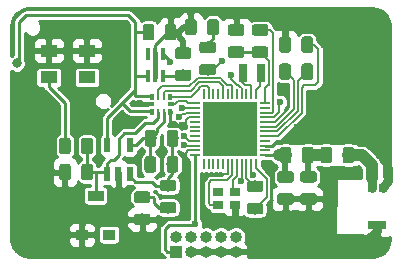
<source format=gtl>
G04 #@! TF.GenerationSoftware,KiCad,Pcbnew,5.0.2-bee76a0~70~ubuntu18.04.1*
G04 #@! TF.CreationDate,2020-01-17T08:49:31+02:00*
G04 #@! TF.ProjectId,nanoSense-Motion,4b656d65-742d-4424-9c45-2e6b69636164,rev?*
G04 #@! TF.SameCoordinates,Original*
G04 #@! TF.FileFunction,Copper,L1,Top*
G04 #@! TF.FilePolarity,Positive*
%FSLAX46Y46*%
G04 Gerber Fmt 4.6, Leading zero omitted, Abs format (unit mm)*
G04 Created by KiCad (PCBNEW 5.0.2-bee76a0~70~ubuntu18.04.1) date Fri 17 Jan 2020 08:49:31 AM EET*
%MOMM*%
%LPD*%
G01*
G04 APERTURE LIST*
G04 #@! TA.AperFunction,ComponentPad*
%ADD10O,1.000000X1.000000*%
G04 #@! TD*
G04 #@! TA.AperFunction,ComponentPad*
%ADD11R,1.000000X1.000000*%
G04 #@! TD*
G04 #@! TA.AperFunction,SMDPad,CuDef*
%ADD12R,0.850000X0.200000*%
G04 #@! TD*
G04 #@! TA.AperFunction,SMDPad,CuDef*
%ADD13R,0.200000X0.850000*%
G04 #@! TD*
G04 #@! TA.AperFunction,SMDPad,CuDef*
%ADD14R,4.600000X4.600000*%
G04 #@! TD*
G04 #@! TA.AperFunction,SMDPad,CuDef*
%ADD15R,1.100000X0.900000*%
G04 #@! TD*
G04 #@! TA.AperFunction,SMDPad,CuDef*
%ADD16R,1.400000X0.900000*%
G04 #@! TD*
G04 #@! TA.AperFunction,SMDPad,CuDef*
%ADD17R,0.580000X1.310000*%
G04 #@! TD*
G04 #@! TA.AperFunction,SMDPad,CuDef*
%ADD18R,0.400000X1.050000*%
G04 #@! TD*
G04 #@! TA.AperFunction,SMDPad,CuDef*
%ADD19R,1.600000X0.800000*%
G04 #@! TD*
G04 #@! TA.AperFunction,SMDPad,CuDef*
%ADD20R,0.650000X0.800000*%
G04 #@! TD*
G04 #@! TA.AperFunction,SMDPad,CuDef*
%ADD21R,0.300000X0.580000*%
G04 #@! TD*
G04 #@! TA.AperFunction,SMDPad,CuDef*
%ADD22R,0.250000X0.580000*%
G04 #@! TD*
G04 #@! TA.AperFunction,SMDPad,CuDef*
%ADD23R,0.630000X0.350000*%
G04 #@! TD*
G04 #@! TA.AperFunction,SMDPad,CuDef*
%ADD24R,1.475000X1.050000*%
G04 #@! TD*
G04 #@! TA.AperFunction,Conductor*
%ADD25C,0.100000*%
G04 #@! TD*
G04 #@! TA.AperFunction,SMDPad,CuDef*
%ADD26C,0.975000*%
G04 #@! TD*
G04 #@! TA.AperFunction,SMDPad,CuDef*
%ADD27R,0.900000X0.800000*%
G04 #@! TD*
G04 #@! TA.AperFunction,SMDPad,CuDef*
%ADD28R,0.800000X1.500000*%
G04 #@! TD*
G04 #@! TA.AperFunction,ViaPad*
%ADD29C,0.600000*%
G04 #@! TD*
G04 #@! TA.AperFunction,ViaPad*
%ADD30C,0.800000*%
G04 #@! TD*
G04 #@! TA.AperFunction,Conductor*
%ADD31C,0.750000*%
G04 #@! TD*
G04 #@! TA.AperFunction,Conductor*
%ADD32C,0.250000*%
G04 #@! TD*
G04 #@! TA.AperFunction,Conductor*
%ADD33C,0.160000*%
G04 #@! TD*
G04 #@! TA.AperFunction,Conductor*
%ADD34C,0.500000*%
G04 #@! TD*
G04 #@! TA.AperFunction,Conductor*
%ADD35C,1.000000*%
G04 #@! TD*
G04 APERTURE END LIST*
D10*
G04 #@! TO.P,J1,10*
G04 #@! TO.N,RESET*
X160040000Y-52510000D03*
G04 #@! TO.P,J1,9*
G04 #@! TO.N,GND*
X160040000Y-53780000D03*
G04 #@! TO.P,J1,8*
G04 #@! TO.N,Net-(J1-Pad8)*
X158770000Y-52510000D03*
G04 #@! TO.P,J1,7*
G04 #@! TO.N,GND*
X158770000Y-53780000D03*
G04 #@! TO.P,J1,6*
G04 #@! TO.N,Net-(J1-Pad6)*
X157500000Y-52510000D03*
G04 #@! TO.P,J1,5*
G04 #@! TO.N,GND*
X157500000Y-53780000D03*
G04 #@! TO.P,J1,4*
G04 #@! TO.N,SWCLK*
X156230000Y-52510000D03*
G04 #@! TO.P,J1,3*
G04 #@! TO.N,GND*
X156230000Y-53780000D03*
G04 #@! TO.P,J1,2*
G04 #@! TO.N,SWDIO*
X154960000Y-52510000D03*
D11*
G04 #@! TO.P,J1,1*
G04 #@! TO.N,+BATT*
X154960000Y-53780000D03*
G04 #@! TD*
D12*
G04 #@! TO.P,IC2,1*
G04 #@! TO.N,Net-(C4-Pad1)*
X162477322Y-45605278D03*
G04 #@! TO.P,IC2,2*
G04 #@! TO.N,Net-(IC2-Pad2)*
X162477322Y-45205278D03*
G04 #@! TO.P,IC2,3*
G04 #@! TO.N,GND*
X162477322Y-44805278D03*
G04 #@! TO.P,IC2,4*
G04 #@! TO.N,Net-(IC2-Pad4)*
X162477322Y-44405278D03*
G04 #@! TO.P,IC2,5*
G04 #@! TO.N,Net-(C5-Pad1)*
X162477322Y-44005278D03*
G04 #@! TO.P,IC2,6*
G04 #@! TO.N,Net-(C7-Pad1)*
X162477322Y-43605278D03*
G04 #@! TO.P,IC2,7*
G04 #@! TO.N,Net-(C7-Pad2)*
X162477322Y-43205278D03*
G04 #@! TO.P,IC2,8*
G04 #@! TO.N,GND*
X162477322Y-42805278D03*
G04 #@! TO.P,IC2,9*
G04 #@! TO.N,+BATT*
X162477322Y-42405278D03*
G04 #@! TO.P,IC2,10*
G04 #@! TO.N,Net-(IC2-Pad10)*
X162477322Y-42005278D03*
G04 #@! TO.P,IC2,11*
G04 #@! TO.N,Net-(IC2-Pad11)*
X162477322Y-41605278D03*
G04 #@! TO.P,IC2,12*
G04 #@! TO.N,Net-(C6-Pad1)*
X162477322Y-41205278D03*
D13*
G04 #@! TO.P,IC2,13*
G04 #@! TO.N,Net-(IC2-Pad13)*
X161727322Y-40455278D03*
G04 #@! TO.P,IC2,14*
G04 #@! TO.N,Net-(IC2-Pad14)*
X161327322Y-40455278D03*
G04 #@! TO.P,IC2,15*
G04 #@! TO.N,Net-(IC2-Pad15)*
X160927322Y-40455278D03*
G04 #@! TO.P,IC2,16*
G04 #@! TO.N,RESET*
X160527322Y-40455278D03*
G04 #@! TO.P,IC2,17*
G04 #@! TO.N,Net-(IC2-Pad17)*
X160127322Y-40455278D03*
G04 #@! TO.P,IC2,18*
G04 #@! TO.N,SCL*
X159727322Y-40455278D03*
G04 #@! TO.P,IC2,19*
G04 #@! TO.N,Net-(IC2-Pad19)*
X159327322Y-40455278D03*
G04 #@! TO.P,IC2,20*
G04 #@! TO.N,SDA*
X158927322Y-40455278D03*
G04 #@! TO.P,IC2,21*
G04 #@! TO.N,Net-(IC2-Pad21)*
X158527322Y-40455278D03*
G04 #@! TO.P,IC2,22*
G04 #@! TO.N,Net-(IC2-Pad22)*
X158127322Y-40455278D03*
G04 #@! TO.P,IC2,23*
G04 #@! TO.N,Alert*
X157727322Y-40455278D03*
G04 #@! TO.P,IC2,24*
G04 #@! TO.N,Net-(IC2-Pad24)*
X157327322Y-40455278D03*
D12*
G04 #@! TO.P,IC2,25*
G04 #@! TO.N,Ready*
X156577322Y-41205278D03*
G04 #@! TO.P,IC2,26*
G04 #@! TO.N,AnalogPowerEnable*
X156577322Y-41605278D03*
G04 #@! TO.P,IC2,27*
G04 #@! TO.N,Net-(IC2-Pad27)*
X156577322Y-42005278D03*
G04 #@! TO.P,IC2,28*
G04 #@! TO.N,GND*
X156577322Y-42405278D03*
G04 #@! TO.P,IC2,29*
G04 #@! TO.N,Net-(IC2-Pad29)*
X156577322Y-42805278D03*
G04 #@! TO.P,IC2,30*
G04 #@! TO.N,Net-(IC2-Pad30)*
X156577322Y-43205278D03*
G04 #@! TO.P,IC2,31*
G04 #@! TO.N,Net-(IC2-Pad31)*
X156577322Y-43605278D03*
G04 #@! TO.P,IC2,32*
G04 #@! TO.N,Net-(IC2-Pad32)*
X156577322Y-44005278D03*
G04 #@! TO.P,IC2,33*
G04 #@! TO.N,SWCLK*
X156577322Y-44405278D03*
G04 #@! TO.P,IC2,34*
G04 #@! TO.N,SWDIO*
X156577322Y-44805278D03*
G04 #@! TO.P,IC2,35*
G04 #@! TO.N,GND*
X156577322Y-45205278D03*
G04 #@! TO.P,IC2,36*
G04 #@! TO.N,+BATT*
X156577322Y-45605278D03*
D13*
G04 #@! TO.P,IC2,37*
G04 #@! TO.N,Net-(IC2-Pad37)*
X157327322Y-46355278D03*
G04 #@! TO.P,IC2,38*
G04 #@! TO.N,Net-(IC2-Pad38)*
X157727322Y-46355278D03*
G04 #@! TO.P,IC2,39*
G04 #@! TO.N,Net-(IC2-Pad39)*
X158127322Y-46355278D03*
G04 #@! TO.P,IC2,40*
G04 #@! TO.N,Net-(IC2-Pad40)*
X158527322Y-46355278D03*
G04 #@! TO.P,IC2,41*
G04 #@! TO.N,Net-(IC2-Pad41)*
X158927322Y-46355278D03*
G04 #@! TO.P,IC2,42*
G04 #@! TO.N,GND*
X159327322Y-46355278D03*
G04 #@! TO.P,IC2,43*
G04 #@! TO.N,Net-(IC2-Pad43)*
X159727322Y-46355278D03*
G04 #@! TO.P,IC2,44*
G04 #@! TO.N,Net-(IC2-Pad44)*
X160127322Y-46355278D03*
G04 #@! TO.P,IC2,45*
G04 #@! TO.N,Net-(IC2-Pad45)*
X160527322Y-46355278D03*
G04 #@! TO.P,IC2,46*
G04 #@! TO.N,GND*
X160927322Y-46355278D03*
G04 #@! TO.P,IC2,47*
G04 #@! TO.N,Net-(IC2-Pad45)*
X161327322Y-46355278D03*
G04 #@! TO.P,IC2,48*
G04 #@! TO.N,Net-(C8-Pad1)*
X161727322Y-46355278D03*
D14*
G04 #@! TO.P,IC2,49*
G04 #@! TO.N,Net-(IC2-Pad49)*
X159527322Y-43405278D03*
G04 #@! TD*
D15*
G04 #@! TO.P,RV1,1*
G04 #@! TO.N,GND*
X147000000Y-52360000D03*
D16*
G04 #@! TO.P,RV1,2*
G04 #@! TO.N,Net-(C9-Pad1)*
X148150000Y-49060000D03*
D15*
G04 #@! TO.P,RV1,3*
G04 #@! TO.N,Net-(RV1-Pad3)*
X149300000Y-52360000D03*
G04 #@! TD*
D17*
G04 #@! TO.P,U1,1*
G04 #@! TO.N,Net-(C9-Pad1)*
X149140000Y-47195000D03*
G04 #@! TO.P,U1,2*
G04 #@! TO.N,GND*
X150090000Y-47195000D03*
G04 #@! TO.P,U1,3*
G04 #@! TO.N,Net-(C12-Pad1)*
X151040000Y-47195000D03*
G04 #@! TO.P,U1,4*
G04 #@! TO.N,Net-(C12-Pad2)*
X151040000Y-44785000D03*
G04 #@! TO.P,U1,5*
G04 #@! TO.N,VDDA*
X149140000Y-44785000D03*
G04 #@! TD*
D18*
G04 #@! TO.P,IC4,1*
G04 #@! TO.N,VDDA*
X152560000Y-38920000D03*
G04 #@! TO.P,IC4,2*
G04 #@! TO.N,GND*
X153210000Y-38920000D03*
G04 #@! TO.P,IC4,3*
G04 #@! TO.N,AnalogPowerEnable*
X153860000Y-38920000D03*
G04 #@! TO.P,IC4,4*
G04 #@! TO.N,+BATT*
X153860000Y-37020000D03*
G04 #@! TO.P,IC4,5*
G04 #@! TO.N,GND*
X153210000Y-37020000D03*
G04 #@! TO.P,IC4,6*
G04 #@! TO.N,Net-(IC4-Pad6)*
X152560000Y-37020000D03*
G04 #@! TD*
D19*
G04 #@! TO.P,AE1,1*
G04 #@! TO.N,GND*
X172000000Y-51550000D03*
D20*
G04 #@! TO.P,AE1,2*
G04 #@! TO.N,Net-(AE1-Pad2)*
X171525000Y-48350000D03*
G04 #@! TO.P,AE1,1*
G04 #@! TO.N,GND*
X172475000Y-48350000D03*
G04 #@! TD*
D21*
G04 #@! TO.P,IC3,1*
G04 #@! TO.N,VDDA*
X152920000Y-41950000D03*
D22*
G04 #@! TO.P,IC3,2*
G04 #@! TO.N,Net-(C9-Pad1)*
X153420000Y-41950000D03*
G04 #@! TO.P,IC3,3*
G04 #@! TO.N,Net-(C12-Pad2)*
X153920000Y-41950000D03*
D21*
G04 #@! TO.P,IC3,4*
G04 #@! TO.N,GND*
X154420000Y-41950000D03*
D23*
G04 #@! TO.P,IC3,5*
G04 #@! TO.N,Ready*
X154530000Y-41310000D03*
D21*
G04 #@! TO.P,IC3,6*
G04 #@! TO.N,Alert*
X154420000Y-40670000D03*
D22*
G04 #@! TO.P,IC3,7*
G04 #@! TO.N,SDA*
X153920000Y-40670000D03*
G04 #@! TO.P,IC3,8*
G04 #@! TO.N,SCL*
X153420000Y-40670000D03*
D21*
G04 #@! TO.P,IC3,9*
G04 #@! TO.N,VDDA*
X152920000Y-40670000D03*
D23*
G04 #@! TO.P,IC3,10*
G04 #@! TO.N,GND*
X152810000Y-41310000D03*
G04 #@! TD*
D24*
G04 #@! TO.P,IC1,1*
G04 #@! TO.N,GND*
X144187000Y-36775000D03*
G04 #@! TO.P,IC1,2*
G04 #@! TO.N,Net-(IC1-Pad2)*
X144187000Y-39025000D03*
G04 #@! TO.P,IC1,3*
G04 #@! TO.N,Net-(IC1-Pad3)*
X147413000Y-39025000D03*
G04 #@! TO.P,IC1,4*
G04 #@! TO.N,GND*
X147413000Y-36775000D03*
G04 #@! TD*
D25*
G04 #@! TO.N,Net-(C2-Pad1)*
G04 #@! TO.C,C2*
G36*
X166660142Y-46953674D02*
X166683803Y-46957184D01*
X166707007Y-46962996D01*
X166729529Y-46971054D01*
X166751153Y-46981282D01*
X166771670Y-46993579D01*
X166790883Y-47007829D01*
X166808607Y-47023893D01*
X166824671Y-47041617D01*
X166838921Y-47060830D01*
X166851218Y-47081347D01*
X166861446Y-47102971D01*
X166869504Y-47125493D01*
X166875316Y-47148697D01*
X166878826Y-47172358D01*
X166880000Y-47196250D01*
X166880000Y-47683750D01*
X166878826Y-47707642D01*
X166875316Y-47731303D01*
X166869504Y-47754507D01*
X166861446Y-47777029D01*
X166851218Y-47798653D01*
X166838921Y-47819170D01*
X166824671Y-47838383D01*
X166808607Y-47856107D01*
X166790883Y-47872171D01*
X166771670Y-47886421D01*
X166751153Y-47898718D01*
X166729529Y-47908946D01*
X166707007Y-47917004D01*
X166683803Y-47922816D01*
X166660142Y-47926326D01*
X166636250Y-47927500D01*
X165723750Y-47927500D01*
X165699858Y-47926326D01*
X165676197Y-47922816D01*
X165652993Y-47917004D01*
X165630471Y-47908946D01*
X165608847Y-47898718D01*
X165588330Y-47886421D01*
X165569117Y-47872171D01*
X165551393Y-47856107D01*
X165535329Y-47838383D01*
X165521079Y-47819170D01*
X165508782Y-47798653D01*
X165498554Y-47777029D01*
X165490496Y-47754507D01*
X165484684Y-47731303D01*
X165481174Y-47707642D01*
X165480000Y-47683750D01*
X165480000Y-47196250D01*
X165481174Y-47172358D01*
X165484684Y-47148697D01*
X165490496Y-47125493D01*
X165498554Y-47102971D01*
X165508782Y-47081347D01*
X165521079Y-47060830D01*
X165535329Y-47041617D01*
X165551393Y-47023893D01*
X165569117Y-47007829D01*
X165588330Y-46993579D01*
X165608847Y-46981282D01*
X165630471Y-46971054D01*
X165652993Y-46962996D01*
X165676197Y-46957184D01*
X165699858Y-46953674D01*
X165723750Y-46952500D01*
X166636250Y-46952500D01*
X166660142Y-46953674D01*
X166660142Y-46953674D01*
G37*
D26*
G04 #@! TD*
G04 #@! TO.P,C2,1*
G04 #@! TO.N,Net-(C2-Pad1)*
X166180000Y-47440000D03*
D25*
G04 #@! TO.N,GND*
G04 #@! TO.C,C2*
G36*
X166660142Y-48828674D02*
X166683803Y-48832184D01*
X166707007Y-48837996D01*
X166729529Y-48846054D01*
X166751153Y-48856282D01*
X166771670Y-48868579D01*
X166790883Y-48882829D01*
X166808607Y-48898893D01*
X166824671Y-48916617D01*
X166838921Y-48935830D01*
X166851218Y-48956347D01*
X166861446Y-48977971D01*
X166869504Y-49000493D01*
X166875316Y-49023697D01*
X166878826Y-49047358D01*
X166880000Y-49071250D01*
X166880000Y-49558750D01*
X166878826Y-49582642D01*
X166875316Y-49606303D01*
X166869504Y-49629507D01*
X166861446Y-49652029D01*
X166851218Y-49673653D01*
X166838921Y-49694170D01*
X166824671Y-49713383D01*
X166808607Y-49731107D01*
X166790883Y-49747171D01*
X166771670Y-49761421D01*
X166751153Y-49773718D01*
X166729529Y-49783946D01*
X166707007Y-49792004D01*
X166683803Y-49797816D01*
X166660142Y-49801326D01*
X166636250Y-49802500D01*
X165723750Y-49802500D01*
X165699858Y-49801326D01*
X165676197Y-49797816D01*
X165652993Y-49792004D01*
X165630471Y-49783946D01*
X165608847Y-49773718D01*
X165588330Y-49761421D01*
X165569117Y-49747171D01*
X165551393Y-49731107D01*
X165535329Y-49713383D01*
X165521079Y-49694170D01*
X165508782Y-49673653D01*
X165498554Y-49652029D01*
X165490496Y-49629507D01*
X165484684Y-49606303D01*
X165481174Y-49582642D01*
X165480000Y-49558750D01*
X165480000Y-49071250D01*
X165481174Y-49047358D01*
X165484684Y-49023697D01*
X165490496Y-49000493D01*
X165498554Y-48977971D01*
X165508782Y-48956347D01*
X165521079Y-48935830D01*
X165535329Y-48916617D01*
X165551393Y-48898893D01*
X165569117Y-48882829D01*
X165588330Y-48868579D01*
X165608847Y-48856282D01*
X165630471Y-48846054D01*
X165652993Y-48837996D01*
X165676197Y-48832184D01*
X165699858Y-48828674D01*
X165723750Y-48827500D01*
X166636250Y-48827500D01*
X166660142Y-48828674D01*
X166660142Y-48828674D01*
G37*
D26*
G04 #@! TD*
G04 #@! TO.P,C2,2*
G04 #@! TO.N,GND*
X166180000Y-49315000D03*
D25*
G04 #@! TO.N,GND*
G04 #@! TO.C,C4*
G36*
X164707464Y-48831452D02*
X164731125Y-48834962D01*
X164754329Y-48840774D01*
X164776851Y-48848832D01*
X164798475Y-48859060D01*
X164818992Y-48871357D01*
X164838205Y-48885607D01*
X164855929Y-48901671D01*
X164871993Y-48919395D01*
X164886243Y-48938608D01*
X164898540Y-48959125D01*
X164908768Y-48980749D01*
X164916826Y-49003271D01*
X164922638Y-49026475D01*
X164926148Y-49050136D01*
X164927322Y-49074028D01*
X164927322Y-49561528D01*
X164926148Y-49585420D01*
X164922638Y-49609081D01*
X164916826Y-49632285D01*
X164908768Y-49654807D01*
X164898540Y-49676431D01*
X164886243Y-49696948D01*
X164871993Y-49716161D01*
X164855929Y-49733885D01*
X164838205Y-49749949D01*
X164818992Y-49764199D01*
X164798475Y-49776496D01*
X164776851Y-49786724D01*
X164754329Y-49794782D01*
X164731125Y-49800594D01*
X164707464Y-49804104D01*
X164683572Y-49805278D01*
X163771072Y-49805278D01*
X163747180Y-49804104D01*
X163723519Y-49800594D01*
X163700315Y-49794782D01*
X163677793Y-49786724D01*
X163656169Y-49776496D01*
X163635652Y-49764199D01*
X163616439Y-49749949D01*
X163598715Y-49733885D01*
X163582651Y-49716161D01*
X163568401Y-49696948D01*
X163556104Y-49676431D01*
X163545876Y-49654807D01*
X163537818Y-49632285D01*
X163532006Y-49609081D01*
X163528496Y-49585420D01*
X163527322Y-49561528D01*
X163527322Y-49074028D01*
X163528496Y-49050136D01*
X163532006Y-49026475D01*
X163537818Y-49003271D01*
X163545876Y-48980749D01*
X163556104Y-48959125D01*
X163568401Y-48938608D01*
X163582651Y-48919395D01*
X163598715Y-48901671D01*
X163616439Y-48885607D01*
X163635652Y-48871357D01*
X163656169Y-48859060D01*
X163677793Y-48848832D01*
X163700315Y-48840774D01*
X163723519Y-48834962D01*
X163747180Y-48831452D01*
X163771072Y-48830278D01*
X164683572Y-48830278D01*
X164707464Y-48831452D01*
X164707464Y-48831452D01*
G37*
D26*
G04 #@! TD*
G04 #@! TO.P,C4,2*
G04 #@! TO.N,GND*
X164227322Y-49317778D03*
D25*
G04 #@! TO.N,Net-(C4-Pad1)*
G04 #@! TO.C,C4*
G36*
X164707464Y-46956452D02*
X164731125Y-46959962D01*
X164754329Y-46965774D01*
X164776851Y-46973832D01*
X164798475Y-46984060D01*
X164818992Y-46996357D01*
X164838205Y-47010607D01*
X164855929Y-47026671D01*
X164871993Y-47044395D01*
X164886243Y-47063608D01*
X164898540Y-47084125D01*
X164908768Y-47105749D01*
X164916826Y-47128271D01*
X164922638Y-47151475D01*
X164926148Y-47175136D01*
X164927322Y-47199028D01*
X164927322Y-47686528D01*
X164926148Y-47710420D01*
X164922638Y-47734081D01*
X164916826Y-47757285D01*
X164908768Y-47779807D01*
X164898540Y-47801431D01*
X164886243Y-47821948D01*
X164871993Y-47841161D01*
X164855929Y-47858885D01*
X164838205Y-47874949D01*
X164818992Y-47889199D01*
X164798475Y-47901496D01*
X164776851Y-47911724D01*
X164754329Y-47919782D01*
X164731125Y-47925594D01*
X164707464Y-47929104D01*
X164683572Y-47930278D01*
X163771072Y-47930278D01*
X163747180Y-47929104D01*
X163723519Y-47925594D01*
X163700315Y-47919782D01*
X163677793Y-47911724D01*
X163656169Y-47901496D01*
X163635652Y-47889199D01*
X163616439Y-47874949D01*
X163598715Y-47858885D01*
X163582651Y-47841161D01*
X163568401Y-47821948D01*
X163556104Y-47801431D01*
X163545876Y-47779807D01*
X163537818Y-47757285D01*
X163532006Y-47734081D01*
X163528496Y-47710420D01*
X163527322Y-47686528D01*
X163527322Y-47199028D01*
X163528496Y-47175136D01*
X163532006Y-47151475D01*
X163537818Y-47128271D01*
X163545876Y-47105749D01*
X163556104Y-47084125D01*
X163568401Y-47063608D01*
X163582651Y-47044395D01*
X163598715Y-47026671D01*
X163616439Y-47010607D01*
X163635652Y-46996357D01*
X163656169Y-46984060D01*
X163677793Y-46973832D01*
X163700315Y-46965774D01*
X163723519Y-46959962D01*
X163747180Y-46956452D01*
X163771072Y-46955278D01*
X164683572Y-46955278D01*
X164707464Y-46956452D01*
X164707464Y-46956452D01*
G37*
D26*
G04 #@! TD*
G04 #@! TO.P,C4,1*
G04 #@! TO.N,Net-(C4-Pad1)*
X164227322Y-47442778D03*
D25*
G04 #@! TO.N,Net-(C5-Pad1)*
G04 #@! TO.C,C5*
G36*
X166337142Y-35559174D02*
X166360803Y-35562684D01*
X166384007Y-35568496D01*
X166406529Y-35576554D01*
X166428153Y-35586782D01*
X166448670Y-35599079D01*
X166467883Y-35613329D01*
X166485607Y-35629393D01*
X166501671Y-35647117D01*
X166515921Y-35666330D01*
X166528218Y-35686847D01*
X166538446Y-35708471D01*
X166546504Y-35730993D01*
X166552316Y-35754197D01*
X166555826Y-35777858D01*
X166557000Y-35801750D01*
X166557000Y-36714250D01*
X166555826Y-36738142D01*
X166552316Y-36761803D01*
X166546504Y-36785007D01*
X166538446Y-36807529D01*
X166528218Y-36829153D01*
X166515921Y-36849670D01*
X166501671Y-36868883D01*
X166485607Y-36886607D01*
X166467883Y-36902671D01*
X166448670Y-36916921D01*
X166428153Y-36929218D01*
X166406529Y-36939446D01*
X166384007Y-36947504D01*
X166360803Y-36953316D01*
X166337142Y-36956826D01*
X166313250Y-36958000D01*
X165825750Y-36958000D01*
X165801858Y-36956826D01*
X165778197Y-36953316D01*
X165754993Y-36947504D01*
X165732471Y-36939446D01*
X165710847Y-36929218D01*
X165690330Y-36916921D01*
X165671117Y-36902671D01*
X165653393Y-36886607D01*
X165637329Y-36868883D01*
X165623079Y-36849670D01*
X165610782Y-36829153D01*
X165600554Y-36807529D01*
X165592496Y-36785007D01*
X165586684Y-36761803D01*
X165583174Y-36738142D01*
X165582000Y-36714250D01*
X165582000Y-35801750D01*
X165583174Y-35777858D01*
X165586684Y-35754197D01*
X165592496Y-35730993D01*
X165600554Y-35708471D01*
X165610782Y-35686847D01*
X165623079Y-35666330D01*
X165637329Y-35647117D01*
X165653393Y-35629393D01*
X165671117Y-35613329D01*
X165690330Y-35599079D01*
X165710847Y-35586782D01*
X165732471Y-35576554D01*
X165754993Y-35568496D01*
X165778197Y-35562684D01*
X165801858Y-35559174D01*
X165825750Y-35558000D01*
X166313250Y-35558000D01*
X166337142Y-35559174D01*
X166337142Y-35559174D01*
G37*
D26*
G04 #@! TD*
G04 #@! TO.P,C5,1*
G04 #@! TO.N,Net-(C5-Pad1)*
X166069500Y-36258000D03*
D25*
G04 #@! TO.N,GND*
G04 #@! TO.C,C5*
G36*
X164462142Y-35559174D02*
X164485803Y-35562684D01*
X164509007Y-35568496D01*
X164531529Y-35576554D01*
X164553153Y-35586782D01*
X164573670Y-35599079D01*
X164592883Y-35613329D01*
X164610607Y-35629393D01*
X164626671Y-35647117D01*
X164640921Y-35666330D01*
X164653218Y-35686847D01*
X164663446Y-35708471D01*
X164671504Y-35730993D01*
X164677316Y-35754197D01*
X164680826Y-35777858D01*
X164682000Y-35801750D01*
X164682000Y-36714250D01*
X164680826Y-36738142D01*
X164677316Y-36761803D01*
X164671504Y-36785007D01*
X164663446Y-36807529D01*
X164653218Y-36829153D01*
X164640921Y-36849670D01*
X164626671Y-36868883D01*
X164610607Y-36886607D01*
X164592883Y-36902671D01*
X164573670Y-36916921D01*
X164553153Y-36929218D01*
X164531529Y-36939446D01*
X164509007Y-36947504D01*
X164485803Y-36953316D01*
X164462142Y-36956826D01*
X164438250Y-36958000D01*
X163950750Y-36958000D01*
X163926858Y-36956826D01*
X163903197Y-36953316D01*
X163879993Y-36947504D01*
X163857471Y-36939446D01*
X163835847Y-36929218D01*
X163815330Y-36916921D01*
X163796117Y-36902671D01*
X163778393Y-36886607D01*
X163762329Y-36868883D01*
X163748079Y-36849670D01*
X163735782Y-36829153D01*
X163725554Y-36807529D01*
X163717496Y-36785007D01*
X163711684Y-36761803D01*
X163708174Y-36738142D01*
X163707000Y-36714250D01*
X163707000Y-35801750D01*
X163708174Y-35777858D01*
X163711684Y-35754197D01*
X163717496Y-35730993D01*
X163725554Y-35708471D01*
X163735782Y-35686847D01*
X163748079Y-35666330D01*
X163762329Y-35647117D01*
X163778393Y-35629393D01*
X163796117Y-35613329D01*
X163815330Y-35599079D01*
X163835847Y-35586782D01*
X163857471Y-35576554D01*
X163879993Y-35568496D01*
X163903197Y-35562684D01*
X163926858Y-35559174D01*
X163950750Y-35558000D01*
X164438250Y-35558000D01*
X164462142Y-35559174D01*
X164462142Y-35559174D01*
G37*
D26*
G04 #@! TD*
G04 #@! TO.P,C5,2*
G04 #@! TO.N,GND*
X164194500Y-36258000D03*
D25*
G04 #@! TO.N,Net-(C6-Pad1)*
G04 #@! TO.C,C6*
G36*
X160532142Y-36395174D02*
X160555803Y-36398684D01*
X160579007Y-36404496D01*
X160601529Y-36412554D01*
X160623153Y-36422782D01*
X160643670Y-36435079D01*
X160662883Y-36449329D01*
X160680607Y-36465393D01*
X160696671Y-36483117D01*
X160710921Y-36502330D01*
X160723218Y-36522847D01*
X160733446Y-36544471D01*
X160741504Y-36566993D01*
X160747316Y-36590197D01*
X160750826Y-36613858D01*
X160752000Y-36637750D01*
X160752000Y-37125250D01*
X160750826Y-37149142D01*
X160747316Y-37172803D01*
X160741504Y-37196007D01*
X160733446Y-37218529D01*
X160723218Y-37240153D01*
X160710921Y-37260670D01*
X160696671Y-37279883D01*
X160680607Y-37297607D01*
X160662883Y-37313671D01*
X160643670Y-37327921D01*
X160623153Y-37340218D01*
X160601529Y-37350446D01*
X160579007Y-37358504D01*
X160555803Y-37364316D01*
X160532142Y-37367826D01*
X160508250Y-37369000D01*
X159595750Y-37369000D01*
X159571858Y-37367826D01*
X159548197Y-37364316D01*
X159524993Y-37358504D01*
X159502471Y-37350446D01*
X159480847Y-37340218D01*
X159460330Y-37327921D01*
X159441117Y-37313671D01*
X159423393Y-37297607D01*
X159407329Y-37279883D01*
X159393079Y-37260670D01*
X159380782Y-37240153D01*
X159370554Y-37218529D01*
X159362496Y-37196007D01*
X159356684Y-37172803D01*
X159353174Y-37149142D01*
X159352000Y-37125250D01*
X159352000Y-36637750D01*
X159353174Y-36613858D01*
X159356684Y-36590197D01*
X159362496Y-36566993D01*
X159370554Y-36544471D01*
X159380782Y-36522847D01*
X159393079Y-36502330D01*
X159407329Y-36483117D01*
X159423393Y-36465393D01*
X159441117Y-36449329D01*
X159460330Y-36435079D01*
X159480847Y-36422782D01*
X159502471Y-36412554D01*
X159524993Y-36404496D01*
X159548197Y-36398684D01*
X159571858Y-36395174D01*
X159595750Y-36394000D01*
X160508250Y-36394000D01*
X160532142Y-36395174D01*
X160532142Y-36395174D01*
G37*
D26*
G04 #@! TD*
G04 #@! TO.P,C6,1*
G04 #@! TO.N,Net-(C6-Pad1)*
X160052000Y-36881500D03*
D25*
G04 #@! TO.N,GND*
G04 #@! TO.C,C6*
G36*
X160532142Y-34520174D02*
X160555803Y-34523684D01*
X160579007Y-34529496D01*
X160601529Y-34537554D01*
X160623153Y-34547782D01*
X160643670Y-34560079D01*
X160662883Y-34574329D01*
X160680607Y-34590393D01*
X160696671Y-34608117D01*
X160710921Y-34627330D01*
X160723218Y-34647847D01*
X160733446Y-34669471D01*
X160741504Y-34691993D01*
X160747316Y-34715197D01*
X160750826Y-34738858D01*
X160752000Y-34762750D01*
X160752000Y-35250250D01*
X160750826Y-35274142D01*
X160747316Y-35297803D01*
X160741504Y-35321007D01*
X160733446Y-35343529D01*
X160723218Y-35365153D01*
X160710921Y-35385670D01*
X160696671Y-35404883D01*
X160680607Y-35422607D01*
X160662883Y-35438671D01*
X160643670Y-35452921D01*
X160623153Y-35465218D01*
X160601529Y-35475446D01*
X160579007Y-35483504D01*
X160555803Y-35489316D01*
X160532142Y-35492826D01*
X160508250Y-35494000D01*
X159595750Y-35494000D01*
X159571858Y-35492826D01*
X159548197Y-35489316D01*
X159524993Y-35483504D01*
X159502471Y-35475446D01*
X159480847Y-35465218D01*
X159460330Y-35452921D01*
X159441117Y-35438671D01*
X159423393Y-35422607D01*
X159407329Y-35404883D01*
X159393079Y-35385670D01*
X159380782Y-35365153D01*
X159370554Y-35343529D01*
X159362496Y-35321007D01*
X159356684Y-35297803D01*
X159353174Y-35274142D01*
X159352000Y-35250250D01*
X159352000Y-34762750D01*
X159353174Y-34738858D01*
X159356684Y-34715197D01*
X159362496Y-34691993D01*
X159370554Y-34669471D01*
X159380782Y-34647847D01*
X159393079Y-34627330D01*
X159407329Y-34608117D01*
X159423393Y-34590393D01*
X159441117Y-34574329D01*
X159460330Y-34560079D01*
X159480847Y-34547782D01*
X159502471Y-34537554D01*
X159524993Y-34529496D01*
X159548197Y-34523684D01*
X159571858Y-34520174D01*
X159595750Y-34519000D01*
X160508250Y-34519000D01*
X160532142Y-34520174D01*
X160532142Y-34520174D01*
G37*
D26*
G04 #@! TD*
G04 #@! TO.P,C6,2*
G04 #@! TO.N,GND*
X160052000Y-35006500D03*
D25*
G04 #@! TO.N,Net-(C7-Pad1)*
G04 #@! TO.C,C7*
G36*
X166337142Y-37845174D02*
X166360803Y-37848684D01*
X166384007Y-37854496D01*
X166406529Y-37862554D01*
X166428153Y-37872782D01*
X166448670Y-37885079D01*
X166467883Y-37899329D01*
X166485607Y-37915393D01*
X166501671Y-37933117D01*
X166515921Y-37952330D01*
X166528218Y-37972847D01*
X166538446Y-37994471D01*
X166546504Y-38016993D01*
X166552316Y-38040197D01*
X166555826Y-38063858D01*
X166557000Y-38087750D01*
X166557000Y-39000250D01*
X166555826Y-39024142D01*
X166552316Y-39047803D01*
X166546504Y-39071007D01*
X166538446Y-39093529D01*
X166528218Y-39115153D01*
X166515921Y-39135670D01*
X166501671Y-39154883D01*
X166485607Y-39172607D01*
X166467883Y-39188671D01*
X166448670Y-39202921D01*
X166428153Y-39215218D01*
X166406529Y-39225446D01*
X166384007Y-39233504D01*
X166360803Y-39239316D01*
X166337142Y-39242826D01*
X166313250Y-39244000D01*
X165825750Y-39244000D01*
X165801858Y-39242826D01*
X165778197Y-39239316D01*
X165754993Y-39233504D01*
X165732471Y-39225446D01*
X165710847Y-39215218D01*
X165690330Y-39202921D01*
X165671117Y-39188671D01*
X165653393Y-39172607D01*
X165637329Y-39154883D01*
X165623079Y-39135670D01*
X165610782Y-39115153D01*
X165600554Y-39093529D01*
X165592496Y-39071007D01*
X165586684Y-39047803D01*
X165583174Y-39024142D01*
X165582000Y-39000250D01*
X165582000Y-38087750D01*
X165583174Y-38063858D01*
X165586684Y-38040197D01*
X165592496Y-38016993D01*
X165600554Y-37994471D01*
X165610782Y-37972847D01*
X165623079Y-37952330D01*
X165637329Y-37933117D01*
X165653393Y-37915393D01*
X165671117Y-37899329D01*
X165690330Y-37885079D01*
X165710847Y-37872782D01*
X165732471Y-37862554D01*
X165754993Y-37854496D01*
X165778197Y-37848684D01*
X165801858Y-37845174D01*
X165825750Y-37844000D01*
X166313250Y-37844000D01*
X166337142Y-37845174D01*
X166337142Y-37845174D01*
G37*
D26*
G04 #@! TD*
G04 #@! TO.P,C7,1*
G04 #@! TO.N,Net-(C7-Pad1)*
X166069500Y-38544000D03*
D25*
G04 #@! TO.N,Net-(C7-Pad2)*
G04 #@! TO.C,C7*
G36*
X164462142Y-37845174D02*
X164485803Y-37848684D01*
X164509007Y-37854496D01*
X164531529Y-37862554D01*
X164553153Y-37872782D01*
X164573670Y-37885079D01*
X164592883Y-37899329D01*
X164610607Y-37915393D01*
X164626671Y-37933117D01*
X164640921Y-37952330D01*
X164653218Y-37972847D01*
X164663446Y-37994471D01*
X164671504Y-38016993D01*
X164677316Y-38040197D01*
X164680826Y-38063858D01*
X164682000Y-38087750D01*
X164682000Y-39000250D01*
X164680826Y-39024142D01*
X164677316Y-39047803D01*
X164671504Y-39071007D01*
X164663446Y-39093529D01*
X164653218Y-39115153D01*
X164640921Y-39135670D01*
X164626671Y-39154883D01*
X164610607Y-39172607D01*
X164592883Y-39188671D01*
X164573670Y-39202921D01*
X164553153Y-39215218D01*
X164531529Y-39225446D01*
X164509007Y-39233504D01*
X164485803Y-39239316D01*
X164462142Y-39242826D01*
X164438250Y-39244000D01*
X163950750Y-39244000D01*
X163926858Y-39242826D01*
X163903197Y-39239316D01*
X163879993Y-39233504D01*
X163857471Y-39225446D01*
X163835847Y-39215218D01*
X163815330Y-39202921D01*
X163796117Y-39188671D01*
X163778393Y-39172607D01*
X163762329Y-39154883D01*
X163748079Y-39135670D01*
X163735782Y-39115153D01*
X163725554Y-39093529D01*
X163717496Y-39071007D01*
X163711684Y-39047803D01*
X163708174Y-39024142D01*
X163707000Y-39000250D01*
X163707000Y-38087750D01*
X163708174Y-38063858D01*
X163711684Y-38040197D01*
X163717496Y-38016993D01*
X163725554Y-37994471D01*
X163735782Y-37972847D01*
X163748079Y-37952330D01*
X163762329Y-37933117D01*
X163778393Y-37915393D01*
X163796117Y-37899329D01*
X163815330Y-37885079D01*
X163835847Y-37872782D01*
X163857471Y-37862554D01*
X163879993Y-37854496D01*
X163903197Y-37848684D01*
X163926858Y-37845174D01*
X163950750Y-37844000D01*
X164438250Y-37844000D01*
X164462142Y-37845174D01*
X164462142Y-37845174D01*
G37*
D26*
G04 #@! TD*
G04 #@! TO.P,C7,2*
G04 #@! TO.N,Net-(C7-Pad2)*
X164194500Y-38544000D03*
D25*
G04 #@! TO.N,GND*
G04 #@! TO.C,C8*
G36*
X162140142Y-47766174D02*
X162163803Y-47769684D01*
X162187007Y-47775496D01*
X162209529Y-47783554D01*
X162231153Y-47793782D01*
X162251670Y-47806079D01*
X162270883Y-47820329D01*
X162288607Y-47836393D01*
X162304671Y-47854117D01*
X162318921Y-47873330D01*
X162331218Y-47893847D01*
X162341446Y-47915471D01*
X162349504Y-47937993D01*
X162355316Y-47961197D01*
X162358826Y-47984858D01*
X162360000Y-48008750D01*
X162360000Y-48496250D01*
X162358826Y-48520142D01*
X162355316Y-48543803D01*
X162349504Y-48567007D01*
X162341446Y-48589529D01*
X162331218Y-48611153D01*
X162318921Y-48631670D01*
X162304671Y-48650883D01*
X162288607Y-48668607D01*
X162270883Y-48684671D01*
X162251670Y-48698921D01*
X162231153Y-48711218D01*
X162209529Y-48721446D01*
X162187007Y-48729504D01*
X162163803Y-48735316D01*
X162140142Y-48738826D01*
X162116250Y-48740000D01*
X161203750Y-48740000D01*
X161179858Y-48738826D01*
X161156197Y-48735316D01*
X161132993Y-48729504D01*
X161110471Y-48721446D01*
X161088847Y-48711218D01*
X161068330Y-48698921D01*
X161049117Y-48684671D01*
X161031393Y-48668607D01*
X161015329Y-48650883D01*
X161001079Y-48631670D01*
X160988782Y-48611153D01*
X160978554Y-48589529D01*
X160970496Y-48567007D01*
X160964684Y-48543803D01*
X160961174Y-48520142D01*
X160960000Y-48496250D01*
X160960000Y-48008750D01*
X160961174Y-47984858D01*
X160964684Y-47961197D01*
X160970496Y-47937993D01*
X160978554Y-47915471D01*
X160988782Y-47893847D01*
X161001079Y-47873330D01*
X161015329Y-47854117D01*
X161031393Y-47836393D01*
X161049117Y-47820329D01*
X161068330Y-47806079D01*
X161088847Y-47793782D01*
X161110471Y-47783554D01*
X161132993Y-47775496D01*
X161156197Y-47769684D01*
X161179858Y-47766174D01*
X161203750Y-47765000D01*
X162116250Y-47765000D01*
X162140142Y-47766174D01*
X162140142Y-47766174D01*
G37*
D26*
G04 #@! TD*
G04 #@! TO.P,C8,2*
G04 #@! TO.N,GND*
X161660000Y-48252500D03*
D25*
G04 #@! TO.N,Net-(C8-Pad1)*
G04 #@! TO.C,C8*
G36*
X162140142Y-49641174D02*
X162163803Y-49644684D01*
X162187007Y-49650496D01*
X162209529Y-49658554D01*
X162231153Y-49668782D01*
X162251670Y-49681079D01*
X162270883Y-49695329D01*
X162288607Y-49711393D01*
X162304671Y-49729117D01*
X162318921Y-49748330D01*
X162331218Y-49768847D01*
X162341446Y-49790471D01*
X162349504Y-49812993D01*
X162355316Y-49836197D01*
X162358826Y-49859858D01*
X162360000Y-49883750D01*
X162360000Y-50371250D01*
X162358826Y-50395142D01*
X162355316Y-50418803D01*
X162349504Y-50442007D01*
X162341446Y-50464529D01*
X162331218Y-50486153D01*
X162318921Y-50506670D01*
X162304671Y-50525883D01*
X162288607Y-50543607D01*
X162270883Y-50559671D01*
X162251670Y-50573921D01*
X162231153Y-50586218D01*
X162209529Y-50596446D01*
X162187007Y-50604504D01*
X162163803Y-50610316D01*
X162140142Y-50613826D01*
X162116250Y-50615000D01*
X161203750Y-50615000D01*
X161179858Y-50613826D01*
X161156197Y-50610316D01*
X161132993Y-50604504D01*
X161110471Y-50596446D01*
X161088847Y-50586218D01*
X161068330Y-50573921D01*
X161049117Y-50559671D01*
X161031393Y-50543607D01*
X161015329Y-50525883D01*
X161001079Y-50506670D01*
X160988782Y-50486153D01*
X160978554Y-50464529D01*
X160970496Y-50442007D01*
X160964684Y-50418803D01*
X160961174Y-50395142D01*
X160960000Y-50371250D01*
X160960000Y-49883750D01*
X160961174Y-49859858D01*
X160964684Y-49836197D01*
X160970496Y-49812993D01*
X160978554Y-49790471D01*
X160988782Y-49768847D01*
X161001079Y-49748330D01*
X161015329Y-49729117D01*
X161031393Y-49711393D01*
X161049117Y-49695329D01*
X161068330Y-49681079D01*
X161088847Y-49668782D01*
X161110471Y-49658554D01*
X161132993Y-49650496D01*
X161156197Y-49644684D01*
X161179858Y-49641174D01*
X161203750Y-49640000D01*
X162116250Y-49640000D01*
X162140142Y-49641174D01*
X162140142Y-49641174D01*
G37*
D26*
G04 #@! TD*
G04 #@! TO.P,C8,1*
G04 #@! TO.N,Net-(C8-Pad1)*
X161660000Y-50127500D03*
D25*
G04 #@! TO.N,GND*
G04 #@! TO.C,C9*
G36*
X145830142Y-46341174D02*
X145853803Y-46344684D01*
X145877007Y-46350496D01*
X145899529Y-46358554D01*
X145921153Y-46368782D01*
X145941670Y-46381079D01*
X145960883Y-46395329D01*
X145978607Y-46411393D01*
X145994671Y-46429117D01*
X146008921Y-46448330D01*
X146021218Y-46468847D01*
X146031446Y-46490471D01*
X146039504Y-46512993D01*
X146045316Y-46536197D01*
X146048826Y-46559858D01*
X146050000Y-46583750D01*
X146050000Y-47496250D01*
X146048826Y-47520142D01*
X146045316Y-47543803D01*
X146039504Y-47567007D01*
X146031446Y-47589529D01*
X146021218Y-47611153D01*
X146008921Y-47631670D01*
X145994671Y-47650883D01*
X145978607Y-47668607D01*
X145960883Y-47684671D01*
X145941670Y-47698921D01*
X145921153Y-47711218D01*
X145899529Y-47721446D01*
X145877007Y-47729504D01*
X145853803Y-47735316D01*
X145830142Y-47738826D01*
X145806250Y-47740000D01*
X145318750Y-47740000D01*
X145294858Y-47738826D01*
X145271197Y-47735316D01*
X145247993Y-47729504D01*
X145225471Y-47721446D01*
X145203847Y-47711218D01*
X145183330Y-47698921D01*
X145164117Y-47684671D01*
X145146393Y-47668607D01*
X145130329Y-47650883D01*
X145116079Y-47631670D01*
X145103782Y-47611153D01*
X145093554Y-47589529D01*
X145085496Y-47567007D01*
X145079684Y-47543803D01*
X145076174Y-47520142D01*
X145075000Y-47496250D01*
X145075000Y-46583750D01*
X145076174Y-46559858D01*
X145079684Y-46536197D01*
X145085496Y-46512993D01*
X145093554Y-46490471D01*
X145103782Y-46468847D01*
X145116079Y-46448330D01*
X145130329Y-46429117D01*
X145146393Y-46411393D01*
X145164117Y-46395329D01*
X145183330Y-46381079D01*
X145203847Y-46368782D01*
X145225471Y-46358554D01*
X145247993Y-46350496D01*
X145271197Y-46344684D01*
X145294858Y-46341174D01*
X145318750Y-46340000D01*
X145806250Y-46340000D01*
X145830142Y-46341174D01*
X145830142Y-46341174D01*
G37*
D26*
G04 #@! TD*
G04 #@! TO.P,C9,2*
G04 #@! TO.N,GND*
X145562500Y-47040000D03*
D25*
G04 #@! TO.N,Net-(C9-Pad1)*
G04 #@! TO.C,C9*
G36*
X147705142Y-46341174D02*
X147728803Y-46344684D01*
X147752007Y-46350496D01*
X147774529Y-46358554D01*
X147796153Y-46368782D01*
X147816670Y-46381079D01*
X147835883Y-46395329D01*
X147853607Y-46411393D01*
X147869671Y-46429117D01*
X147883921Y-46448330D01*
X147896218Y-46468847D01*
X147906446Y-46490471D01*
X147914504Y-46512993D01*
X147920316Y-46536197D01*
X147923826Y-46559858D01*
X147925000Y-46583750D01*
X147925000Y-47496250D01*
X147923826Y-47520142D01*
X147920316Y-47543803D01*
X147914504Y-47567007D01*
X147906446Y-47589529D01*
X147896218Y-47611153D01*
X147883921Y-47631670D01*
X147869671Y-47650883D01*
X147853607Y-47668607D01*
X147835883Y-47684671D01*
X147816670Y-47698921D01*
X147796153Y-47711218D01*
X147774529Y-47721446D01*
X147752007Y-47729504D01*
X147728803Y-47735316D01*
X147705142Y-47738826D01*
X147681250Y-47740000D01*
X147193750Y-47740000D01*
X147169858Y-47738826D01*
X147146197Y-47735316D01*
X147122993Y-47729504D01*
X147100471Y-47721446D01*
X147078847Y-47711218D01*
X147058330Y-47698921D01*
X147039117Y-47684671D01*
X147021393Y-47668607D01*
X147005329Y-47650883D01*
X146991079Y-47631670D01*
X146978782Y-47611153D01*
X146968554Y-47589529D01*
X146960496Y-47567007D01*
X146954684Y-47543803D01*
X146951174Y-47520142D01*
X146950000Y-47496250D01*
X146950000Y-46583750D01*
X146951174Y-46559858D01*
X146954684Y-46536197D01*
X146960496Y-46512993D01*
X146968554Y-46490471D01*
X146978782Y-46468847D01*
X146991079Y-46448330D01*
X147005329Y-46429117D01*
X147021393Y-46411393D01*
X147039117Y-46395329D01*
X147058330Y-46381079D01*
X147078847Y-46368782D01*
X147100471Y-46358554D01*
X147122993Y-46350496D01*
X147146197Y-46344684D01*
X147169858Y-46341174D01*
X147193750Y-46340000D01*
X147681250Y-46340000D01*
X147705142Y-46341174D01*
X147705142Y-46341174D01*
G37*
D26*
G04 #@! TD*
G04 #@! TO.P,C9,1*
G04 #@! TO.N,Net-(C9-Pad1)*
X147437500Y-47040000D03*
D25*
G04 #@! TO.N,GND*
G04 #@! TO.C,C11*
G36*
X152580142Y-50561174D02*
X152603803Y-50564684D01*
X152627007Y-50570496D01*
X152649529Y-50578554D01*
X152671153Y-50588782D01*
X152691670Y-50601079D01*
X152710883Y-50615329D01*
X152728607Y-50631393D01*
X152744671Y-50649117D01*
X152758921Y-50668330D01*
X152771218Y-50688847D01*
X152781446Y-50710471D01*
X152789504Y-50732993D01*
X152795316Y-50756197D01*
X152798826Y-50779858D01*
X152800000Y-50803750D01*
X152800000Y-51291250D01*
X152798826Y-51315142D01*
X152795316Y-51338803D01*
X152789504Y-51362007D01*
X152781446Y-51384529D01*
X152771218Y-51406153D01*
X152758921Y-51426670D01*
X152744671Y-51445883D01*
X152728607Y-51463607D01*
X152710883Y-51479671D01*
X152691670Y-51493921D01*
X152671153Y-51506218D01*
X152649529Y-51516446D01*
X152627007Y-51524504D01*
X152603803Y-51530316D01*
X152580142Y-51533826D01*
X152556250Y-51535000D01*
X151643750Y-51535000D01*
X151619858Y-51533826D01*
X151596197Y-51530316D01*
X151572993Y-51524504D01*
X151550471Y-51516446D01*
X151528847Y-51506218D01*
X151508330Y-51493921D01*
X151489117Y-51479671D01*
X151471393Y-51463607D01*
X151455329Y-51445883D01*
X151441079Y-51426670D01*
X151428782Y-51406153D01*
X151418554Y-51384529D01*
X151410496Y-51362007D01*
X151404684Y-51338803D01*
X151401174Y-51315142D01*
X151400000Y-51291250D01*
X151400000Y-50803750D01*
X151401174Y-50779858D01*
X151404684Y-50756197D01*
X151410496Y-50732993D01*
X151418554Y-50710471D01*
X151428782Y-50688847D01*
X151441079Y-50668330D01*
X151455329Y-50649117D01*
X151471393Y-50631393D01*
X151489117Y-50615329D01*
X151508330Y-50601079D01*
X151528847Y-50588782D01*
X151550471Y-50578554D01*
X151572993Y-50570496D01*
X151596197Y-50564684D01*
X151619858Y-50561174D01*
X151643750Y-50560000D01*
X152556250Y-50560000D01*
X152580142Y-50561174D01*
X152580142Y-50561174D01*
G37*
D26*
G04 #@! TD*
G04 #@! TO.P,C11,2*
G04 #@! TO.N,GND*
X152100000Y-51047500D03*
D25*
G04 #@! TO.N,Net-(C11-Pad1)*
G04 #@! TO.C,C11*
G36*
X152580142Y-48686174D02*
X152603803Y-48689684D01*
X152627007Y-48695496D01*
X152649529Y-48703554D01*
X152671153Y-48713782D01*
X152691670Y-48726079D01*
X152710883Y-48740329D01*
X152728607Y-48756393D01*
X152744671Y-48774117D01*
X152758921Y-48793330D01*
X152771218Y-48813847D01*
X152781446Y-48835471D01*
X152789504Y-48857993D01*
X152795316Y-48881197D01*
X152798826Y-48904858D01*
X152800000Y-48928750D01*
X152800000Y-49416250D01*
X152798826Y-49440142D01*
X152795316Y-49463803D01*
X152789504Y-49487007D01*
X152781446Y-49509529D01*
X152771218Y-49531153D01*
X152758921Y-49551670D01*
X152744671Y-49570883D01*
X152728607Y-49588607D01*
X152710883Y-49604671D01*
X152691670Y-49618921D01*
X152671153Y-49631218D01*
X152649529Y-49641446D01*
X152627007Y-49649504D01*
X152603803Y-49655316D01*
X152580142Y-49658826D01*
X152556250Y-49660000D01*
X151643750Y-49660000D01*
X151619858Y-49658826D01*
X151596197Y-49655316D01*
X151572993Y-49649504D01*
X151550471Y-49641446D01*
X151528847Y-49631218D01*
X151508330Y-49618921D01*
X151489117Y-49604671D01*
X151471393Y-49588607D01*
X151455329Y-49570883D01*
X151441079Y-49551670D01*
X151428782Y-49531153D01*
X151418554Y-49509529D01*
X151410496Y-49487007D01*
X151404684Y-49463803D01*
X151401174Y-49440142D01*
X151400000Y-49416250D01*
X151400000Y-48928750D01*
X151401174Y-48904858D01*
X151404684Y-48881197D01*
X151410496Y-48857993D01*
X151418554Y-48835471D01*
X151428782Y-48813847D01*
X151441079Y-48793330D01*
X151455329Y-48774117D01*
X151471393Y-48756393D01*
X151489117Y-48740329D01*
X151508330Y-48726079D01*
X151528847Y-48713782D01*
X151550471Y-48703554D01*
X151572993Y-48695496D01*
X151596197Y-48689684D01*
X151619858Y-48686174D01*
X151643750Y-48685000D01*
X152556250Y-48685000D01*
X152580142Y-48686174D01*
X152580142Y-48686174D01*
G37*
D26*
G04 #@! TD*
G04 #@! TO.P,C11,1*
G04 #@! TO.N,Net-(C11-Pad1)*
X152100000Y-49172500D03*
D25*
G04 #@! TO.N,Net-(C12-Pad1)*
G04 #@! TO.C,C12*
G36*
X154925142Y-45691174D02*
X154948803Y-45694684D01*
X154972007Y-45700496D01*
X154994529Y-45708554D01*
X155016153Y-45718782D01*
X155036670Y-45731079D01*
X155055883Y-45745329D01*
X155073607Y-45761393D01*
X155089671Y-45779117D01*
X155103921Y-45798330D01*
X155116218Y-45818847D01*
X155126446Y-45840471D01*
X155134504Y-45862993D01*
X155140316Y-45886197D01*
X155143826Y-45909858D01*
X155145000Y-45933750D01*
X155145000Y-46846250D01*
X155143826Y-46870142D01*
X155140316Y-46893803D01*
X155134504Y-46917007D01*
X155126446Y-46939529D01*
X155116218Y-46961153D01*
X155103921Y-46981670D01*
X155089671Y-47000883D01*
X155073607Y-47018607D01*
X155055883Y-47034671D01*
X155036670Y-47048921D01*
X155016153Y-47061218D01*
X154994529Y-47071446D01*
X154972007Y-47079504D01*
X154948803Y-47085316D01*
X154925142Y-47088826D01*
X154901250Y-47090000D01*
X154413750Y-47090000D01*
X154389858Y-47088826D01*
X154366197Y-47085316D01*
X154342993Y-47079504D01*
X154320471Y-47071446D01*
X154298847Y-47061218D01*
X154278330Y-47048921D01*
X154259117Y-47034671D01*
X154241393Y-47018607D01*
X154225329Y-47000883D01*
X154211079Y-46981670D01*
X154198782Y-46961153D01*
X154188554Y-46939529D01*
X154180496Y-46917007D01*
X154174684Y-46893803D01*
X154171174Y-46870142D01*
X154170000Y-46846250D01*
X154170000Y-45933750D01*
X154171174Y-45909858D01*
X154174684Y-45886197D01*
X154180496Y-45862993D01*
X154188554Y-45840471D01*
X154198782Y-45818847D01*
X154211079Y-45798330D01*
X154225329Y-45779117D01*
X154241393Y-45761393D01*
X154259117Y-45745329D01*
X154278330Y-45731079D01*
X154298847Y-45718782D01*
X154320471Y-45708554D01*
X154342993Y-45700496D01*
X154366197Y-45694684D01*
X154389858Y-45691174D01*
X154413750Y-45690000D01*
X154901250Y-45690000D01*
X154925142Y-45691174D01*
X154925142Y-45691174D01*
G37*
D26*
G04 #@! TD*
G04 #@! TO.P,C12,1*
G04 #@! TO.N,Net-(C12-Pad1)*
X154657500Y-46390000D03*
D25*
G04 #@! TO.N,Net-(C12-Pad2)*
G04 #@! TO.C,C12*
G36*
X153050142Y-45691174D02*
X153073803Y-45694684D01*
X153097007Y-45700496D01*
X153119529Y-45708554D01*
X153141153Y-45718782D01*
X153161670Y-45731079D01*
X153180883Y-45745329D01*
X153198607Y-45761393D01*
X153214671Y-45779117D01*
X153228921Y-45798330D01*
X153241218Y-45818847D01*
X153251446Y-45840471D01*
X153259504Y-45862993D01*
X153265316Y-45886197D01*
X153268826Y-45909858D01*
X153270000Y-45933750D01*
X153270000Y-46846250D01*
X153268826Y-46870142D01*
X153265316Y-46893803D01*
X153259504Y-46917007D01*
X153251446Y-46939529D01*
X153241218Y-46961153D01*
X153228921Y-46981670D01*
X153214671Y-47000883D01*
X153198607Y-47018607D01*
X153180883Y-47034671D01*
X153161670Y-47048921D01*
X153141153Y-47061218D01*
X153119529Y-47071446D01*
X153097007Y-47079504D01*
X153073803Y-47085316D01*
X153050142Y-47088826D01*
X153026250Y-47090000D01*
X152538750Y-47090000D01*
X152514858Y-47088826D01*
X152491197Y-47085316D01*
X152467993Y-47079504D01*
X152445471Y-47071446D01*
X152423847Y-47061218D01*
X152403330Y-47048921D01*
X152384117Y-47034671D01*
X152366393Y-47018607D01*
X152350329Y-47000883D01*
X152336079Y-46981670D01*
X152323782Y-46961153D01*
X152313554Y-46939529D01*
X152305496Y-46917007D01*
X152299684Y-46893803D01*
X152296174Y-46870142D01*
X152295000Y-46846250D01*
X152295000Y-45933750D01*
X152296174Y-45909858D01*
X152299684Y-45886197D01*
X152305496Y-45862993D01*
X152313554Y-45840471D01*
X152323782Y-45818847D01*
X152336079Y-45798330D01*
X152350329Y-45779117D01*
X152366393Y-45761393D01*
X152384117Y-45745329D01*
X152403330Y-45731079D01*
X152423847Y-45718782D01*
X152445471Y-45708554D01*
X152467993Y-45700496D01*
X152491197Y-45694684D01*
X152514858Y-45691174D01*
X152538750Y-45690000D01*
X153026250Y-45690000D01*
X153050142Y-45691174D01*
X153050142Y-45691174D01*
G37*
D26*
G04 #@! TD*
G04 #@! TO.P,C12,2*
G04 #@! TO.N,Net-(C12-Pad2)*
X152782500Y-46390000D03*
D25*
G04 #@! TO.N,VDDA*
G04 #@! TO.C,C13*
G36*
X152900142Y-34491174D02*
X152923803Y-34494684D01*
X152947007Y-34500496D01*
X152969529Y-34508554D01*
X152991153Y-34518782D01*
X153011670Y-34531079D01*
X153030883Y-34545329D01*
X153048607Y-34561393D01*
X153064671Y-34579117D01*
X153078921Y-34598330D01*
X153091218Y-34618847D01*
X153101446Y-34640471D01*
X153109504Y-34662993D01*
X153115316Y-34686197D01*
X153118826Y-34709858D01*
X153120000Y-34733750D01*
X153120000Y-35646250D01*
X153118826Y-35670142D01*
X153115316Y-35693803D01*
X153109504Y-35717007D01*
X153101446Y-35739529D01*
X153091218Y-35761153D01*
X153078921Y-35781670D01*
X153064671Y-35800883D01*
X153048607Y-35818607D01*
X153030883Y-35834671D01*
X153011670Y-35848921D01*
X152991153Y-35861218D01*
X152969529Y-35871446D01*
X152947007Y-35879504D01*
X152923803Y-35885316D01*
X152900142Y-35888826D01*
X152876250Y-35890000D01*
X152388750Y-35890000D01*
X152364858Y-35888826D01*
X152341197Y-35885316D01*
X152317993Y-35879504D01*
X152295471Y-35871446D01*
X152273847Y-35861218D01*
X152253330Y-35848921D01*
X152234117Y-35834671D01*
X152216393Y-35818607D01*
X152200329Y-35800883D01*
X152186079Y-35781670D01*
X152173782Y-35761153D01*
X152163554Y-35739529D01*
X152155496Y-35717007D01*
X152149684Y-35693803D01*
X152146174Y-35670142D01*
X152145000Y-35646250D01*
X152145000Y-34733750D01*
X152146174Y-34709858D01*
X152149684Y-34686197D01*
X152155496Y-34662993D01*
X152163554Y-34640471D01*
X152173782Y-34618847D01*
X152186079Y-34598330D01*
X152200329Y-34579117D01*
X152216393Y-34561393D01*
X152234117Y-34545329D01*
X152253330Y-34531079D01*
X152273847Y-34518782D01*
X152295471Y-34508554D01*
X152317993Y-34500496D01*
X152341197Y-34494684D01*
X152364858Y-34491174D01*
X152388750Y-34490000D01*
X152876250Y-34490000D01*
X152900142Y-34491174D01*
X152900142Y-34491174D01*
G37*
D26*
G04 #@! TD*
G04 #@! TO.P,C13,1*
G04 #@! TO.N,VDDA*
X152632500Y-35190000D03*
D25*
G04 #@! TO.N,GND*
G04 #@! TO.C,C13*
G36*
X154775142Y-34491174D02*
X154798803Y-34494684D01*
X154822007Y-34500496D01*
X154844529Y-34508554D01*
X154866153Y-34518782D01*
X154886670Y-34531079D01*
X154905883Y-34545329D01*
X154923607Y-34561393D01*
X154939671Y-34579117D01*
X154953921Y-34598330D01*
X154966218Y-34618847D01*
X154976446Y-34640471D01*
X154984504Y-34662993D01*
X154990316Y-34686197D01*
X154993826Y-34709858D01*
X154995000Y-34733750D01*
X154995000Y-35646250D01*
X154993826Y-35670142D01*
X154990316Y-35693803D01*
X154984504Y-35717007D01*
X154976446Y-35739529D01*
X154966218Y-35761153D01*
X154953921Y-35781670D01*
X154939671Y-35800883D01*
X154923607Y-35818607D01*
X154905883Y-35834671D01*
X154886670Y-35848921D01*
X154866153Y-35861218D01*
X154844529Y-35871446D01*
X154822007Y-35879504D01*
X154798803Y-35885316D01*
X154775142Y-35888826D01*
X154751250Y-35890000D01*
X154263750Y-35890000D01*
X154239858Y-35888826D01*
X154216197Y-35885316D01*
X154192993Y-35879504D01*
X154170471Y-35871446D01*
X154148847Y-35861218D01*
X154128330Y-35848921D01*
X154109117Y-35834671D01*
X154091393Y-35818607D01*
X154075329Y-35800883D01*
X154061079Y-35781670D01*
X154048782Y-35761153D01*
X154038554Y-35739529D01*
X154030496Y-35717007D01*
X154024684Y-35693803D01*
X154021174Y-35670142D01*
X154020000Y-35646250D01*
X154020000Y-34733750D01*
X154021174Y-34709858D01*
X154024684Y-34686197D01*
X154030496Y-34662993D01*
X154038554Y-34640471D01*
X154048782Y-34618847D01*
X154061079Y-34598330D01*
X154075329Y-34579117D01*
X154091393Y-34561393D01*
X154109117Y-34545329D01*
X154128330Y-34531079D01*
X154148847Y-34518782D01*
X154170471Y-34508554D01*
X154192993Y-34500496D01*
X154216197Y-34494684D01*
X154239858Y-34491174D01*
X154263750Y-34490000D01*
X154751250Y-34490000D01*
X154775142Y-34491174D01*
X154775142Y-34491174D01*
G37*
D26*
G04 #@! TD*
G04 #@! TO.P,C13,2*
G04 #@! TO.N,GND*
X154507500Y-35190000D03*
D25*
G04 #@! TO.N,Net-(AE1-Pad2)*
G04 #@! TO.C,L1*
G36*
X169817464Y-44896452D02*
X169841125Y-44899962D01*
X169864329Y-44905774D01*
X169886851Y-44913832D01*
X169908475Y-44924060D01*
X169928992Y-44936357D01*
X169948205Y-44950607D01*
X169965929Y-44966671D01*
X169981993Y-44984395D01*
X169996243Y-45003608D01*
X170008540Y-45024125D01*
X170018768Y-45045749D01*
X170026826Y-45068271D01*
X170032638Y-45091475D01*
X170036148Y-45115136D01*
X170037322Y-45139028D01*
X170037322Y-46051528D01*
X170036148Y-46075420D01*
X170032638Y-46099081D01*
X170026826Y-46122285D01*
X170018768Y-46144807D01*
X170008540Y-46166431D01*
X169996243Y-46186948D01*
X169981993Y-46206161D01*
X169965929Y-46223885D01*
X169948205Y-46239949D01*
X169928992Y-46254199D01*
X169908475Y-46266496D01*
X169886851Y-46276724D01*
X169864329Y-46284782D01*
X169841125Y-46290594D01*
X169817464Y-46294104D01*
X169793572Y-46295278D01*
X169306072Y-46295278D01*
X169282180Y-46294104D01*
X169258519Y-46290594D01*
X169235315Y-46284782D01*
X169212793Y-46276724D01*
X169191169Y-46266496D01*
X169170652Y-46254199D01*
X169151439Y-46239949D01*
X169133715Y-46223885D01*
X169117651Y-46206161D01*
X169103401Y-46186948D01*
X169091104Y-46166431D01*
X169080876Y-46144807D01*
X169072818Y-46122285D01*
X169067006Y-46099081D01*
X169063496Y-46075420D01*
X169062322Y-46051528D01*
X169062322Y-45139028D01*
X169063496Y-45115136D01*
X169067006Y-45091475D01*
X169072818Y-45068271D01*
X169080876Y-45045749D01*
X169091104Y-45024125D01*
X169103401Y-45003608D01*
X169117651Y-44984395D01*
X169133715Y-44966671D01*
X169151439Y-44950607D01*
X169170652Y-44936357D01*
X169191169Y-44924060D01*
X169212793Y-44913832D01*
X169235315Y-44905774D01*
X169258519Y-44899962D01*
X169282180Y-44896452D01*
X169306072Y-44895278D01*
X169793572Y-44895278D01*
X169817464Y-44896452D01*
X169817464Y-44896452D01*
G37*
D26*
G04 #@! TD*
G04 #@! TO.P,L1,2*
G04 #@! TO.N,Net-(AE1-Pad2)*
X169549822Y-45595278D03*
D25*
G04 #@! TO.N,Net-(C2-Pad1)*
G04 #@! TO.C,L1*
G36*
X167942464Y-44896452D02*
X167966125Y-44899962D01*
X167989329Y-44905774D01*
X168011851Y-44913832D01*
X168033475Y-44924060D01*
X168053992Y-44936357D01*
X168073205Y-44950607D01*
X168090929Y-44966671D01*
X168106993Y-44984395D01*
X168121243Y-45003608D01*
X168133540Y-45024125D01*
X168143768Y-45045749D01*
X168151826Y-45068271D01*
X168157638Y-45091475D01*
X168161148Y-45115136D01*
X168162322Y-45139028D01*
X168162322Y-46051528D01*
X168161148Y-46075420D01*
X168157638Y-46099081D01*
X168151826Y-46122285D01*
X168143768Y-46144807D01*
X168133540Y-46166431D01*
X168121243Y-46186948D01*
X168106993Y-46206161D01*
X168090929Y-46223885D01*
X168073205Y-46239949D01*
X168053992Y-46254199D01*
X168033475Y-46266496D01*
X168011851Y-46276724D01*
X167989329Y-46284782D01*
X167966125Y-46290594D01*
X167942464Y-46294104D01*
X167918572Y-46295278D01*
X167431072Y-46295278D01*
X167407180Y-46294104D01*
X167383519Y-46290594D01*
X167360315Y-46284782D01*
X167337793Y-46276724D01*
X167316169Y-46266496D01*
X167295652Y-46254199D01*
X167276439Y-46239949D01*
X167258715Y-46223885D01*
X167242651Y-46206161D01*
X167228401Y-46186948D01*
X167216104Y-46166431D01*
X167205876Y-46144807D01*
X167197818Y-46122285D01*
X167192006Y-46099081D01*
X167188496Y-46075420D01*
X167187322Y-46051528D01*
X167187322Y-45139028D01*
X167188496Y-45115136D01*
X167192006Y-45091475D01*
X167197818Y-45068271D01*
X167205876Y-45045749D01*
X167216104Y-45024125D01*
X167228401Y-45003608D01*
X167242651Y-44984395D01*
X167258715Y-44966671D01*
X167276439Y-44950607D01*
X167295652Y-44936357D01*
X167316169Y-44924060D01*
X167337793Y-44913832D01*
X167360315Y-44905774D01*
X167383519Y-44899962D01*
X167407180Y-44896452D01*
X167431072Y-44895278D01*
X167918572Y-44895278D01*
X167942464Y-44896452D01*
X167942464Y-44896452D01*
G37*
D26*
G04 #@! TD*
G04 #@! TO.P,L1,1*
G04 #@! TO.N,Net-(C2-Pad1)*
X167674822Y-45595278D03*
D25*
G04 #@! TO.N,Net-(C4-Pad1)*
G04 #@! TO.C,L2*
G36*
X164517464Y-44896452D02*
X164541125Y-44899962D01*
X164564329Y-44905774D01*
X164586851Y-44913832D01*
X164608475Y-44924060D01*
X164628992Y-44936357D01*
X164648205Y-44950607D01*
X164665929Y-44966671D01*
X164681993Y-44984395D01*
X164696243Y-45003608D01*
X164708540Y-45024125D01*
X164718768Y-45045749D01*
X164726826Y-45068271D01*
X164732638Y-45091475D01*
X164736148Y-45115136D01*
X164737322Y-45139028D01*
X164737322Y-46051528D01*
X164736148Y-46075420D01*
X164732638Y-46099081D01*
X164726826Y-46122285D01*
X164718768Y-46144807D01*
X164708540Y-46166431D01*
X164696243Y-46186948D01*
X164681993Y-46206161D01*
X164665929Y-46223885D01*
X164648205Y-46239949D01*
X164628992Y-46254199D01*
X164608475Y-46266496D01*
X164586851Y-46276724D01*
X164564329Y-46284782D01*
X164541125Y-46290594D01*
X164517464Y-46294104D01*
X164493572Y-46295278D01*
X164006072Y-46295278D01*
X163982180Y-46294104D01*
X163958519Y-46290594D01*
X163935315Y-46284782D01*
X163912793Y-46276724D01*
X163891169Y-46266496D01*
X163870652Y-46254199D01*
X163851439Y-46239949D01*
X163833715Y-46223885D01*
X163817651Y-46206161D01*
X163803401Y-46186948D01*
X163791104Y-46166431D01*
X163780876Y-46144807D01*
X163772818Y-46122285D01*
X163767006Y-46099081D01*
X163763496Y-46075420D01*
X163762322Y-46051528D01*
X163762322Y-45139028D01*
X163763496Y-45115136D01*
X163767006Y-45091475D01*
X163772818Y-45068271D01*
X163780876Y-45045749D01*
X163791104Y-45024125D01*
X163803401Y-45003608D01*
X163817651Y-44984395D01*
X163833715Y-44966671D01*
X163851439Y-44950607D01*
X163870652Y-44936357D01*
X163891169Y-44924060D01*
X163912793Y-44913832D01*
X163935315Y-44905774D01*
X163958519Y-44899962D01*
X163982180Y-44896452D01*
X164006072Y-44895278D01*
X164493572Y-44895278D01*
X164517464Y-44896452D01*
X164517464Y-44896452D01*
G37*
D26*
G04 #@! TD*
G04 #@! TO.P,L2,1*
G04 #@! TO.N,Net-(C4-Pad1)*
X164249822Y-45595278D03*
D25*
G04 #@! TO.N,Net-(C2-Pad1)*
G04 #@! TO.C,L2*
G36*
X166392464Y-44896452D02*
X166416125Y-44899962D01*
X166439329Y-44905774D01*
X166461851Y-44913832D01*
X166483475Y-44924060D01*
X166503992Y-44936357D01*
X166523205Y-44950607D01*
X166540929Y-44966671D01*
X166556993Y-44984395D01*
X166571243Y-45003608D01*
X166583540Y-45024125D01*
X166593768Y-45045749D01*
X166601826Y-45068271D01*
X166607638Y-45091475D01*
X166611148Y-45115136D01*
X166612322Y-45139028D01*
X166612322Y-46051528D01*
X166611148Y-46075420D01*
X166607638Y-46099081D01*
X166601826Y-46122285D01*
X166593768Y-46144807D01*
X166583540Y-46166431D01*
X166571243Y-46186948D01*
X166556993Y-46206161D01*
X166540929Y-46223885D01*
X166523205Y-46239949D01*
X166503992Y-46254199D01*
X166483475Y-46266496D01*
X166461851Y-46276724D01*
X166439329Y-46284782D01*
X166416125Y-46290594D01*
X166392464Y-46294104D01*
X166368572Y-46295278D01*
X165881072Y-46295278D01*
X165857180Y-46294104D01*
X165833519Y-46290594D01*
X165810315Y-46284782D01*
X165787793Y-46276724D01*
X165766169Y-46266496D01*
X165745652Y-46254199D01*
X165726439Y-46239949D01*
X165708715Y-46223885D01*
X165692651Y-46206161D01*
X165678401Y-46186948D01*
X165666104Y-46166431D01*
X165655876Y-46144807D01*
X165647818Y-46122285D01*
X165642006Y-46099081D01*
X165638496Y-46075420D01*
X165637322Y-46051528D01*
X165637322Y-45139028D01*
X165638496Y-45115136D01*
X165642006Y-45091475D01*
X165647818Y-45068271D01*
X165655876Y-45045749D01*
X165666104Y-45024125D01*
X165678401Y-45003608D01*
X165692651Y-44984395D01*
X165708715Y-44966671D01*
X165726439Y-44950607D01*
X165745652Y-44936357D01*
X165766169Y-44924060D01*
X165787793Y-44913832D01*
X165810315Y-44905774D01*
X165833519Y-44899962D01*
X165857180Y-44896452D01*
X165881072Y-44895278D01*
X166368572Y-44895278D01*
X166392464Y-44896452D01*
X166392464Y-44896452D01*
G37*
D26*
G04 #@! TD*
G04 #@! TO.P,L2,2*
G04 #@! TO.N,Net-(C2-Pad1)*
X166124822Y-45595278D03*
D25*
G04 #@! TO.N,Net-(IC2-Pad10)*
G04 #@! TO.C,L3*
G36*
X162564142Y-34520174D02*
X162587803Y-34523684D01*
X162611007Y-34529496D01*
X162633529Y-34537554D01*
X162655153Y-34547782D01*
X162675670Y-34560079D01*
X162694883Y-34574329D01*
X162712607Y-34590393D01*
X162728671Y-34608117D01*
X162742921Y-34627330D01*
X162755218Y-34647847D01*
X162765446Y-34669471D01*
X162773504Y-34691993D01*
X162779316Y-34715197D01*
X162782826Y-34738858D01*
X162784000Y-34762750D01*
X162784000Y-35250250D01*
X162782826Y-35274142D01*
X162779316Y-35297803D01*
X162773504Y-35321007D01*
X162765446Y-35343529D01*
X162755218Y-35365153D01*
X162742921Y-35385670D01*
X162728671Y-35404883D01*
X162712607Y-35422607D01*
X162694883Y-35438671D01*
X162675670Y-35452921D01*
X162655153Y-35465218D01*
X162633529Y-35475446D01*
X162611007Y-35483504D01*
X162587803Y-35489316D01*
X162564142Y-35492826D01*
X162540250Y-35494000D01*
X161627750Y-35494000D01*
X161603858Y-35492826D01*
X161580197Y-35489316D01*
X161556993Y-35483504D01*
X161534471Y-35475446D01*
X161512847Y-35465218D01*
X161492330Y-35452921D01*
X161473117Y-35438671D01*
X161455393Y-35422607D01*
X161439329Y-35404883D01*
X161425079Y-35385670D01*
X161412782Y-35365153D01*
X161402554Y-35343529D01*
X161394496Y-35321007D01*
X161388684Y-35297803D01*
X161385174Y-35274142D01*
X161384000Y-35250250D01*
X161384000Y-34762750D01*
X161385174Y-34738858D01*
X161388684Y-34715197D01*
X161394496Y-34691993D01*
X161402554Y-34669471D01*
X161412782Y-34647847D01*
X161425079Y-34627330D01*
X161439329Y-34608117D01*
X161455393Y-34590393D01*
X161473117Y-34574329D01*
X161492330Y-34560079D01*
X161512847Y-34547782D01*
X161534471Y-34537554D01*
X161556993Y-34529496D01*
X161580197Y-34523684D01*
X161603858Y-34520174D01*
X161627750Y-34519000D01*
X162540250Y-34519000D01*
X162564142Y-34520174D01*
X162564142Y-34520174D01*
G37*
D26*
G04 #@! TD*
G04 #@! TO.P,L3,1*
G04 #@! TO.N,Net-(IC2-Pad10)*
X162084000Y-35006500D03*
D25*
G04 #@! TO.N,Net-(C6-Pad1)*
G04 #@! TO.C,L3*
G36*
X162564142Y-36395174D02*
X162587803Y-36398684D01*
X162611007Y-36404496D01*
X162633529Y-36412554D01*
X162655153Y-36422782D01*
X162675670Y-36435079D01*
X162694883Y-36449329D01*
X162712607Y-36465393D01*
X162728671Y-36483117D01*
X162742921Y-36502330D01*
X162755218Y-36522847D01*
X162765446Y-36544471D01*
X162773504Y-36566993D01*
X162779316Y-36590197D01*
X162782826Y-36613858D01*
X162784000Y-36637750D01*
X162784000Y-37125250D01*
X162782826Y-37149142D01*
X162779316Y-37172803D01*
X162773504Y-37196007D01*
X162765446Y-37218529D01*
X162755218Y-37240153D01*
X162742921Y-37260670D01*
X162728671Y-37279883D01*
X162712607Y-37297607D01*
X162694883Y-37313671D01*
X162675670Y-37327921D01*
X162655153Y-37340218D01*
X162633529Y-37350446D01*
X162611007Y-37358504D01*
X162587803Y-37364316D01*
X162564142Y-37367826D01*
X162540250Y-37369000D01*
X161627750Y-37369000D01*
X161603858Y-37367826D01*
X161580197Y-37364316D01*
X161556993Y-37358504D01*
X161534471Y-37350446D01*
X161512847Y-37340218D01*
X161492330Y-37327921D01*
X161473117Y-37313671D01*
X161455393Y-37297607D01*
X161439329Y-37279883D01*
X161425079Y-37260670D01*
X161412782Y-37240153D01*
X161402554Y-37218529D01*
X161394496Y-37196007D01*
X161388684Y-37172803D01*
X161385174Y-37149142D01*
X161384000Y-37125250D01*
X161384000Y-36637750D01*
X161385174Y-36613858D01*
X161388684Y-36590197D01*
X161394496Y-36566993D01*
X161402554Y-36544471D01*
X161412782Y-36522847D01*
X161425079Y-36502330D01*
X161439329Y-36483117D01*
X161455393Y-36465393D01*
X161473117Y-36449329D01*
X161492330Y-36435079D01*
X161512847Y-36422782D01*
X161534471Y-36412554D01*
X161556993Y-36404496D01*
X161580197Y-36398684D01*
X161603858Y-36395174D01*
X161627750Y-36394000D01*
X162540250Y-36394000D01*
X162564142Y-36395174D01*
X162564142Y-36395174D01*
G37*
D26*
G04 #@! TD*
G04 #@! TO.P,L3,2*
G04 #@! TO.N,Net-(C6-Pad1)*
X162084000Y-36881500D03*
D25*
G04 #@! TO.N,Net-(C9-Pad1)*
G04 #@! TO.C,R1*
G36*
X147695142Y-44131174D02*
X147718803Y-44134684D01*
X147742007Y-44140496D01*
X147764529Y-44148554D01*
X147786153Y-44158782D01*
X147806670Y-44171079D01*
X147825883Y-44185329D01*
X147843607Y-44201393D01*
X147859671Y-44219117D01*
X147873921Y-44238330D01*
X147886218Y-44258847D01*
X147896446Y-44280471D01*
X147904504Y-44302993D01*
X147910316Y-44326197D01*
X147913826Y-44349858D01*
X147915000Y-44373750D01*
X147915000Y-45286250D01*
X147913826Y-45310142D01*
X147910316Y-45333803D01*
X147904504Y-45357007D01*
X147896446Y-45379529D01*
X147886218Y-45401153D01*
X147873921Y-45421670D01*
X147859671Y-45440883D01*
X147843607Y-45458607D01*
X147825883Y-45474671D01*
X147806670Y-45488921D01*
X147786153Y-45501218D01*
X147764529Y-45511446D01*
X147742007Y-45519504D01*
X147718803Y-45525316D01*
X147695142Y-45528826D01*
X147671250Y-45530000D01*
X147183750Y-45530000D01*
X147159858Y-45528826D01*
X147136197Y-45525316D01*
X147112993Y-45519504D01*
X147090471Y-45511446D01*
X147068847Y-45501218D01*
X147048330Y-45488921D01*
X147029117Y-45474671D01*
X147011393Y-45458607D01*
X146995329Y-45440883D01*
X146981079Y-45421670D01*
X146968782Y-45401153D01*
X146958554Y-45379529D01*
X146950496Y-45357007D01*
X146944684Y-45333803D01*
X146941174Y-45310142D01*
X146940000Y-45286250D01*
X146940000Y-44373750D01*
X146941174Y-44349858D01*
X146944684Y-44326197D01*
X146950496Y-44302993D01*
X146958554Y-44280471D01*
X146968782Y-44258847D01*
X146981079Y-44238330D01*
X146995329Y-44219117D01*
X147011393Y-44201393D01*
X147029117Y-44185329D01*
X147048330Y-44171079D01*
X147068847Y-44158782D01*
X147090471Y-44148554D01*
X147112993Y-44140496D01*
X147136197Y-44134684D01*
X147159858Y-44131174D01*
X147183750Y-44130000D01*
X147671250Y-44130000D01*
X147695142Y-44131174D01*
X147695142Y-44131174D01*
G37*
D26*
G04 #@! TD*
G04 #@! TO.P,R1,1*
G04 #@! TO.N,Net-(C9-Pad1)*
X147427500Y-44830000D03*
D25*
G04 #@! TO.N,Net-(IC1-Pad2)*
G04 #@! TO.C,R1*
G36*
X145820142Y-44131174D02*
X145843803Y-44134684D01*
X145867007Y-44140496D01*
X145889529Y-44148554D01*
X145911153Y-44158782D01*
X145931670Y-44171079D01*
X145950883Y-44185329D01*
X145968607Y-44201393D01*
X145984671Y-44219117D01*
X145998921Y-44238330D01*
X146011218Y-44258847D01*
X146021446Y-44280471D01*
X146029504Y-44302993D01*
X146035316Y-44326197D01*
X146038826Y-44349858D01*
X146040000Y-44373750D01*
X146040000Y-45286250D01*
X146038826Y-45310142D01*
X146035316Y-45333803D01*
X146029504Y-45357007D01*
X146021446Y-45379529D01*
X146011218Y-45401153D01*
X145998921Y-45421670D01*
X145984671Y-45440883D01*
X145968607Y-45458607D01*
X145950883Y-45474671D01*
X145931670Y-45488921D01*
X145911153Y-45501218D01*
X145889529Y-45511446D01*
X145867007Y-45519504D01*
X145843803Y-45525316D01*
X145820142Y-45528826D01*
X145796250Y-45530000D01*
X145308750Y-45530000D01*
X145284858Y-45528826D01*
X145261197Y-45525316D01*
X145237993Y-45519504D01*
X145215471Y-45511446D01*
X145193847Y-45501218D01*
X145173330Y-45488921D01*
X145154117Y-45474671D01*
X145136393Y-45458607D01*
X145120329Y-45440883D01*
X145106079Y-45421670D01*
X145093782Y-45401153D01*
X145083554Y-45379529D01*
X145075496Y-45357007D01*
X145069684Y-45333803D01*
X145066174Y-45310142D01*
X145065000Y-45286250D01*
X145065000Y-44373750D01*
X145066174Y-44349858D01*
X145069684Y-44326197D01*
X145075496Y-44302993D01*
X145083554Y-44280471D01*
X145093782Y-44258847D01*
X145106079Y-44238330D01*
X145120329Y-44219117D01*
X145136393Y-44201393D01*
X145154117Y-44185329D01*
X145173330Y-44171079D01*
X145193847Y-44158782D01*
X145215471Y-44148554D01*
X145237993Y-44140496D01*
X145261197Y-44134684D01*
X145284858Y-44131174D01*
X145308750Y-44130000D01*
X145796250Y-44130000D01*
X145820142Y-44131174D01*
X145820142Y-44131174D01*
G37*
D26*
G04 #@! TD*
G04 #@! TO.P,R1,2*
G04 #@! TO.N,Net-(IC1-Pad2)*
X145552500Y-44830000D03*
D25*
G04 #@! TO.N,Net-(C12-Pad1)*
G04 #@! TO.C,R5*
G36*
X154770142Y-47696174D02*
X154793803Y-47699684D01*
X154817007Y-47705496D01*
X154839529Y-47713554D01*
X154861153Y-47723782D01*
X154881670Y-47736079D01*
X154900883Y-47750329D01*
X154918607Y-47766393D01*
X154934671Y-47784117D01*
X154948921Y-47803330D01*
X154961218Y-47823847D01*
X154971446Y-47845471D01*
X154979504Y-47867993D01*
X154985316Y-47891197D01*
X154988826Y-47914858D01*
X154990000Y-47938750D01*
X154990000Y-48426250D01*
X154988826Y-48450142D01*
X154985316Y-48473803D01*
X154979504Y-48497007D01*
X154971446Y-48519529D01*
X154961218Y-48541153D01*
X154948921Y-48561670D01*
X154934671Y-48580883D01*
X154918607Y-48598607D01*
X154900883Y-48614671D01*
X154881670Y-48628921D01*
X154861153Y-48641218D01*
X154839529Y-48651446D01*
X154817007Y-48659504D01*
X154793803Y-48665316D01*
X154770142Y-48668826D01*
X154746250Y-48670000D01*
X153833750Y-48670000D01*
X153809858Y-48668826D01*
X153786197Y-48665316D01*
X153762993Y-48659504D01*
X153740471Y-48651446D01*
X153718847Y-48641218D01*
X153698330Y-48628921D01*
X153679117Y-48614671D01*
X153661393Y-48598607D01*
X153645329Y-48580883D01*
X153631079Y-48561670D01*
X153618782Y-48541153D01*
X153608554Y-48519529D01*
X153600496Y-48497007D01*
X153594684Y-48473803D01*
X153591174Y-48450142D01*
X153590000Y-48426250D01*
X153590000Y-47938750D01*
X153591174Y-47914858D01*
X153594684Y-47891197D01*
X153600496Y-47867993D01*
X153608554Y-47845471D01*
X153618782Y-47823847D01*
X153631079Y-47803330D01*
X153645329Y-47784117D01*
X153661393Y-47766393D01*
X153679117Y-47750329D01*
X153698330Y-47736079D01*
X153718847Y-47723782D01*
X153740471Y-47713554D01*
X153762993Y-47705496D01*
X153786197Y-47699684D01*
X153809858Y-47696174D01*
X153833750Y-47695000D01*
X154746250Y-47695000D01*
X154770142Y-47696174D01*
X154770142Y-47696174D01*
G37*
D26*
G04 #@! TD*
G04 #@! TO.P,R5,1*
G04 #@! TO.N,Net-(C12-Pad1)*
X154290000Y-48182500D03*
D25*
G04 #@! TO.N,Net-(C11-Pad1)*
G04 #@! TO.C,R5*
G36*
X154770142Y-49571174D02*
X154793803Y-49574684D01*
X154817007Y-49580496D01*
X154839529Y-49588554D01*
X154861153Y-49598782D01*
X154881670Y-49611079D01*
X154900883Y-49625329D01*
X154918607Y-49641393D01*
X154934671Y-49659117D01*
X154948921Y-49678330D01*
X154961218Y-49698847D01*
X154971446Y-49720471D01*
X154979504Y-49742993D01*
X154985316Y-49766197D01*
X154988826Y-49789858D01*
X154990000Y-49813750D01*
X154990000Y-50301250D01*
X154988826Y-50325142D01*
X154985316Y-50348803D01*
X154979504Y-50372007D01*
X154971446Y-50394529D01*
X154961218Y-50416153D01*
X154948921Y-50436670D01*
X154934671Y-50455883D01*
X154918607Y-50473607D01*
X154900883Y-50489671D01*
X154881670Y-50503921D01*
X154861153Y-50516218D01*
X154839529Y-50526446D01*
X154817007Y-50534504D01*
X154793803Y-50540316D01*
X154770142Y-50543826D01*
X154746250Y-50545000D01*
X153833750Y-50545000D01*
X153809858Y-50543826D01*
X153786197Y-50540316D01*
X153762993Y-50534504D01*
X153740471Y-50526446D01*
X153718847Y-50516218D01*
X153698330Y-50503921D01*
X153679117Y-50489671D01*
X153661393Y-50473607D01*
X153645329Y-50455883D01*
X153631079Y-50436670D01*
X153618782Y-50416153D01*
X153608554Y-50394529D01*
X153600496Y-50372007D01*
X153594684Y-50348803D01*
X153591174Y-50325142D01*
X153590000Y-50301250D01*
X153590000Y-49813750D01*
X153591174Y-49789858D01*
X153594684Y-49766197D01*
X153600496Y-49742993D01*
X153608554Y-49720471D01*
X153618782Y-49698847D01*
X153631079Y-49678330D01*
X153645329Y-49659117D01*
X153661393Y-49641393D01*
X153679117Y-49625329D01*
X153698330Y-49611079D01*
X153718847Y-49598782D01*
X153740471Y-49588554D01*
X153762993Y-49580496D01*
X153786197Y-49574684D01*
X153809858Y-49571174D01*
X153833750Y-49570000D01*
X154746250Y-49570000D01*
X154770142Y-49571174D01*
X154770142Y-49571174D01*
G37*
D26*
G04 #@! TD*
G04 #@! TO.P,R5,2*
G04 #@! TO.N,Net-(C11-Pad1)*
X154290000Y-50057500D03*
D25*
G04 #@! TO.N,Net-(C12-Pad1)*
G04 #@! TO.C,R6*
G36*
X154955142Y-43491174D02*
X154978803Y-43494684D01*
X155002007Y-43500496D01*
X155024529Y-43508554D01*
X155046153Y-43518782D01*
X155066670Y-43531079D01*
X155085883Y-43545329D01*
X155103607Y-43561393D01*
X155119671Y-43579117D01*
X155133921Y-43598330D01*
X155146218Y-43618847D01*
X155156446Y-43640471D01*
X155164504Y-43662993D01*
X155170316Y-43686197D01*
X155173826Y-43709858D01*
X155175000Y-43733750D01*
X155175000Y-44646250D01*
X155173826Y-44670142D01*
X155170316Y-44693803D01*
X155164504Y-44717007D01*
X155156446Y-44739529D01*
X155146218Y-44761153D01*
X155133921Y-44781670D01*
X155119671Y-44800883D01*
X155103607Y-44818607D01*
X155085883Y-44834671D01*
X155066670Y-44848921D01*
X155046153Y-44861218D01*
X155024529Y-44871446D01*
X155002007Y-44879504D01*
X154978803Y-44885316D01*
X154955142Y-44888826D01*
X154931250Y-44890000D01*
X154443750Y-44890000D01*
X154419858Y-44888826D01*
X154396197Y-44885316D01*
X154372993Y-44879504D01*
X154350471Y-44871446D01*
X154328847Y-44861218D01*
X154308330Y-44848921D01*
X154289117Y-44834671D01*
X154271393Y-44818607D01*
X154255329Y-44800883D01*
X154241079Y-44781670D01*
X154228782Y-44761153D01*
X154218554Y-44739529D01*
X154210496Y-44717007D01*
X154204684Y-44693803D01*
X154201174Y-44670142D01*
X154200000Y-44646250D01*
X154200000Y-43733750D01*
X154201174Y-43709858D01*
X154204684Y-43686197D01*
X154210496Y-43662993D01*
X154218554Y-43640471D01*
X154228782Y-43618847D01*
X154241079Y-43598330D01*
X154255329Y-43579117D01*
X154271393Y-43561393D01*
X154289117Y-43545329D01*
X154308330Y-43531079D01*
X154328847Y-43518782D01*
X154350471Y-43508554D01*
X154372993Y-43500496D01*
X154396197Y-43494684D01*
X154419858Y-43491174D01*
X154443750Y-43490000D01*
X154931250Y-43490000D01*
X154955142Y-43491174D01*
X154955142Y-43491174D01*
G37*
D26*
G04 #@! TD*
G04 #@! TO.P,R6,1*
G04 #@! TO.N,Net-(C12-Pad1)*
X154687500Y-44190000D03*
D25*
G04 #@! TO.N,Net-(C12-Pad2)*
G04 #@! TO.C,R6*
G36*
X153080142Y-43491174D02*
X153103803Y-43494684D01*
X153127007Y-43500496D01*
X153149529Y-43508554D01*
X153171153Y-43518782D01*
X153191670Y-43531079D01*
X153210883Y-43545329D01*
X153228607Y-43561393D01*
X153244671Y-43579117D01*
X153258921Y-43598330D01*
X153271218Y-43618847D01*
X153281446Y-43640471D01*
X153289504Y-43662993D01*
X153295316Y-43686197D01*
X153298826Y-43709858D01*
X153300000Y-43733750D01*
X153300000Y-44646250D01*
X153298826Y-44670142D01*
X153295316Y-44693803D01*
X153289504Y-44717007D01*
X153281446Y-44739529D01*
X153271218Y-44761153D01*
X153258921Y-44781670D01*
X153244671Y-44800883D01*
X153228607Y-44818607D01*
X153210883Y-44834671D01*
X153191670Y-44848921D01*
X153171153Y-44861218D01*
X153149529Y-44871446D01*
X153127007Y-44879504D01*
X153103803Y-44885316D01*
X153080142Y-44888826D01*
X153056250Y-44890000D01*
X152568750Y-44890000D01*
X152544858Y-44888826D01*
X152521197Y-44885316D01*
X152497993Y-44879504D01*
X152475471Y-44871446D01*
X152453847Y-44861218D01*
X152433330Y-44848921D01*
X152414117Y-44834671D01*
X152396393Y-44818607D01*
X152380329Y-44800883D01*
X152366079Y-44781670D01*
X152353782Y-44761153D01*
X152343554Y-44739529D01*
X152335496Y-44717007D01*
X152329684Y-44693803D01*
X152326174Y-44670142D01*
X152325000Y-44646250D01*
X152325000Y-43733750D01*
X152326174Y-43709858D01*
X152329684Y-43686197D01*
X152335496Y-43662993D01*
X152343554Y-43640471D01*
X152353782Y-43618847D01*
X152366079Y-43598330D01*
X152380329Y-43579117D01*
X152396393Y-43561393D01*
X152414117Y-43545329D01*
X152433330Y-43531079D01*
X152453847Y-43518782D01*
X152475471Y-43508554D01*
X152497993Y-43500496D01*
X152521197Y-43494684D01*
X152544858Y-43491174D01*
X152568750Y-43490000D01*
X153056250Y-43490000D01*
X153080142Y-43491174D01*
X153080142Y-43491174D01*
G37*
D26*
G04 #@! TD*
G04 #@! TO.P,R6,2*
G04 #@! TO.N,Net-(C12-Pad2)*
X152812500Y-44190000D03*
D25*
G04 #@! TO.N,GND*
G04 #@! TO.C,R7*
G36*
X156050142Y-36486174D02*
X156073803Y-36489684D01*
X156097007Y-36495496D01*
X156119529Y-36503554D01*
X156141153Y-36513782D01*
X156161670Y-36526079D01*
X156180883Y-36540329D01*
X156198607Y-36556393D01*
X156214671Y-36574117D01*
X156228921Y-36593330D01*
X156241218Y-36613847D01*
X156251446Y-36635471D01*
X156259504Y-36657993D01*
X156265316Y-36681197D01*
X156268826Y-36704858D01*
X156270000Y-36728750D01*
X156270000Y-37216250D01*
X156268826Y-37240142D01*
X156265316Y-37263803D01*
X156259504Y-37287007D01*
X156251446Y-37309529D01*
X156241218Y-37331153D01*
X156228921Y-37351670D01*
X156214671Y-37370883D01*
X156198607Y-37388607D01*
X156180883Y-37404671D01*
X156161670Y-37418921D01*
X156141153Y-37431218D01*
X156119529Y-37441446D01*
X156097007Y-37449504D01*
X156073803Y-37455316D01*
X156050142Y-37458826D01*
X156026250Y-37460000D01*
X155113750Y-37460000D01*
X155089858Y-37458826D01*
X155066197Y-37455316D01*
X155042993Y-37449504D01*
X155020471Y-37441446D01*
X154998847Y-37431218D01*
X154978330Y-37418921D01*
X154959117Y-37404671D01*
X154941393Y-37388607D01*
X154925329Y-37370883D01*
X154911079Y-37351670D01*
X154898782Y-37331153D01*
X154888554Y-37309529D01*
X154880496Y-37287007D01*
X154874684Y-37263803D01*
X154871174Y-37240142D01*
X154870000Y-37216250D01*
X154870000Y-36728750D01*
X154871174Y-36704858D01*
X154874684Y-36681197D01*
X154880496Y-36657993D01*
X154888554Y-36635471D01*
X154898782Y-36613847D01*
X154911079Y-36593330D01*
X154925329Y-36574117D01*
X154941393Y-36556393D01*
X154959117Y-36540329D01*
X154978330Y-36526079D01*
X154998847Y-36513782D01*
X155020471Y-36503554D01*
X155042993Y-36495496D01*
X155066197Y-36489684D01*
X155089858Y-36486174D01*
X155113750Y-36485000D01*
X156026250Y-36485000D01*
X156050142Y-36486174D01*
X156050142Y-36486174D01*
G37*
D26*
G04 #@! TD*
G04 #@! TO.P,R7,2*
G04 #@! TO.N,GND*
X155570000Y-36972500D03*
D25*
G04 #@! TO.N,AnalogPowerEnable*
G04 #@! TO.C,R7*
G36*
X156050142Y-38361174D02*
X156073803Y-38364684D01*
X156097007Y-38370496D01*
X156119529Y-38378554D01*
X156141153Y-38388782D01*
X156161670Y-38401079D01*
X156180883Y-38415329D01*
X156198607Y-38431393D01*
X156214671Y-38449117D01*
X156228921Y-38468330D01*
X156241218Y-38488847D01*
X156251446Y-38510471D01*
X156259504Y-38532993D01*
X156265316Y-38556197D01*
X156268826Y-38579858D01*
X156270000Y-38603750D01*
X156270000Y-39091250D01*
X156268826Y-39115142D01*
X156265316Y-39138803D01*
X156259504Y-39162007D01*
X156251446Y-39184529D01*
X156241218Y-39206153D01*
X156228921Y-39226670D01*
X156214671Y-39245883D01*
X156198607Y-39263607D01*
X156180883Y-39279671D01*
X156161670Y-39293921D01*
X156141153Y-39306218D01*
X156119529Y-39316446D01*
X156097007Y-39324504D01*
X156073803Y-39330316D01*
X156050142Y-39333826D01*
X156026250Y-39335000D01*
X155113750Y-39335000D01*
X155089858Y-39333826D01*
X155066197Y-39330316D01*
X155042993Y-39324504D01*
X155020471Y-39316446D01*
X154998847Y-39306218D01*
X154978330Y-39293921D01*
X154959117Y-39279671D01*
X154941393Y-39263607D01*
X154925329Y-39245883D01*
X154911079Y-39226670D01*
X154898782Y-39206153D01*
X154888554Y-39184529D01*
X154880496Y-39162007D01*
X154874684Y-39138803D01*
X154871174Y-39115142D01*
X154870000Y-39091250D01*
X154870000Y-38603750D01*
X154871174Y-38579858D01*
X154874684Y-38556197D01*
X154880496Y-38532993D01*
X154888554Y-38510471D01*
X154898782Y-38488847D01*
X154911079Y-38468330D01*
X154925329Y-38449117D01*
X154941393Y-38431393D01*
X154959117Y-38415329D01*
X154978330Y-38401079D01*
X154998847Y-38388782D01*
X155020471Y-38378554D01*
X155042993Y-38370496D01*
X155066197Y-38364684D01*
X155089858Y-38361174D01*
X155113750Y-38360000D01*
X156026250Y-38360000D01*
X156050142Y-38361174D01*
X156050142Y-38361174D01*
G37*
D26*
G04 #@! TD*
G04 #@! TO.P,R7,1*
G04 #@! TO.N,AnalogPowerEnable*
X155570000Y-38847500D03*
D27*
G04 #@! TO.P,Y2,1*
G04 #@! TO.N,Net-(IC2-Pad44)*
X159958000Y-48726000D03*
G04 #@! TO.P,Y2,2*
G04 #@! TO.N,GND*
X158558000Y-48726000D03*
G04 #@! TO.P,Y2,3*
G04 #@! TO.N,Net-(IC2-Pad43)*
X158558000Y-49826000D03*
G04 #@! TO.P,Y2,4*
G04 #@! TO.N,GND*
X159958000Y-49826000D03*
G04 #@! TD*
D28*
G04 #@! TO.P,Y1,1*
G04 #@! TO.N,Net-(IC2-Pad14)*
X160620000Y-38680000D03*
G04 #@! TO.P,Y1,2*
G04 #@! TO.N,Net-(IC2-Pad13)*
X162120000Y-38680000D03*
G04 #@! TD*
D25*
G04 #@! TO.N,GND*
G04 #@! TO.C,D1*
G36*
X156490142Y-34071174D02*
X156513803Y-34074684D01*
X156537007Y-34080496D01*
X156559529Y-34088554D01*
X156581153Y-34098782D01*
X156601670Y-34111079D01*
X156620883Y-34125329D01*
X156638607Y-34141393D01*
X156654671Y-34159117D01*
X156668921Y-34178330D01*
X156681218Y-34198847D01*
X156691446Y-34220471D01*
X156699504Y-34242993D01*
X156705316Y-34266197D01*
X156708826Y-34289858D01*
X156710000Y-34313750D01*
X156710000Y-35226250D01*
X156708826Y-35250142D01*
X156705316Y-35273803D01*
X156699504Y-35297007D01*
X156691446Y-35319529D01*
X156681218Y-35341153D01*
X156668921Y-35361670D01*
X156654671Y-35380883D01*
X156638607Y-35398607D01*
X156620883Y-35414671D01*
X156601670Y-35428921D01*
X156581153Y-35441218D01*
X156559529Y-35451446D01*
X156537007Y-35459504D01*
X156513803Y-35465316D01*
X156490142Y-35468826D01*
X156466250Y-35470000D01*
X155978750Y-35470000D01*
X155954858Y-35468826D01*
X155931197Y-35465316D01*
X155907993Y-35459504D01*
X155885471Y-35451446D01*
X155863847Y-35441218D01*
X155843330Y-35428921D01*
X155824117Y-35414671D01*
X155806393Y-35398607D01*
X155790329Y-35380883D01*
X155776079Y-35361670D01*
X155763782Y-35341153D01*
X155753554Y-35319529D01*
X155745496Y-35297007D01*
X155739684Y-35273803D01*
X155736174Y-35250142D01*
X155735000Y-35226250D01*
X155735000Y-34313750D01*
X155736174Y-34289858D01*
X155739684Y-34266197D01*
X155745496Y-34242993D01*
X155753554Y-34220471D01*
X155763782Y-34198847D01*
X155776079Y-34178330D01*
X155790329Y-34159117D01*
X155806393Y-34141393D01*
X155824117Y-34125329D01*
X155843330Y-34111079D01*
X155863847Y-34098782D01*
X155885471Y-34088554D01*
X155907993Y-34080496D01*
X155931197Y-34074684D01*
X155954858Y-34071174D01*
X155978750Y-34070000D01*
X156466250Y-34070000D01*
X156490142Y-34071174D01*
X156490142Y-34071174D01*
G37*
D26*
G04 #@! TD*
G04 #@! TO.P,D1,1*
G04 #@! TO.N,GND*
X156222500Y-34770000D03*
D25*
G04 #@! TO.N,Net-(D1-Pad2)*
G04 #@! TO.C,D1*
G36*
X158365142Y-34071174D02*
X158388803Y-34074684D01*
X158412007Y-34080496D01*
X158434529Y-34088554D01*
X158456153Y-34098782D01*
X158476670Y-34111079D01*
X158495883Y-34125329D01*
X158513607Y-34141393D01*
X158529671Y-34159117D01*
X158543921Y-34178330D01*
X158556218Y-34198847D01*
X158566446Y-34220471D01*
X158574504Y-34242993D01*
X158580316Y-34266197D01*
X158583826Y-34289858D01*
X158585000Y-34313750D01*
X158585000Y-35226250D01*
X158583826Y-35250142D01*
X158580316Y-35273803D01*
X158574504Y-35297007D01*
X158566446Y-35319529D01*
X158556218Y-35341153D01*
X158543921Y-35361670D01*
X158529671Y-35380883D01*
X158513607Y-35398607D01*
X158495883Y-35414671D01*
X158476670Y-35428921D01*
X158456153Y-35441218D01*
X158434529Y-35451446D01*
X158412007Y-35459504D01*
X158388803Y-35465316D01*
X158365142Y-35468826D01*
X158341250Y-35470000D01*
X157853750Y-35470000D01*
X157829858Y-35468826D01*
X157806197Y-35465316D01*
X157782993Y-35459504D01*
X157760471Y-35451446D01*
X157738847Y-35441218D01*
X157718330Y-35428921D01*
X157699117Y-35414671D01*
X157681393Y-35398607D01*
X157665329Y-35380883D01*
X157651079Y-35361670D01*
X157638782Y-35341153D01*
X157628554Y-35319529D01*
X157620496Y-35297007D01*
X157614684Y-35273803D01*
X157611174Y-35250142D01*
X157610000Y-35226250D01*
X157610000Y-34313750D01*
X157611174Y-34289858D01*
X157614684Y-34266197D01*
X157620496Y-34242993D01*
X157628554Y-34220471D01*
X157638782Y-34198847D01*
X157651079Y-34178330D01*
X157665329Y-34159117D01*
X157681393Y-34141393D01*
X157699117Y-34125329D01*
X157718330Y-34111079D01*
X157738847Y-34098782D01*
X157760471Y-34088554D01*
X157782993Y-34080496D01*
X157806197Y-34074684D01*
X157829858Y-34071174D01*
X157853750Y-34070000D01*
X158341250Y-34070000D01*
X158365142Y-34071174D01*
X158365142Y-34071174D01*
G37*
D26*
G04 #@! TD*
G04 #@! TO.P,D1,2*
G04 #@! TO.N,Net-(D1-Pad2)*
X158097500Y-34770000D03*
D25*
G04 #@! TO.N,Net-(D1-Pad2)*
G04 #@! TO.C,R4*
G36*
X158120142Y-36006174D02*
X158143803Y-36009684D01*
X158167007Y-36015496D01*
X158189529Y-36023554D01*
X158211153Y-36033782D01*
X158231670Y-36046079D01*
X158250883Y-36060329D01*
X158268607Y-36076393D01*
X158284671Y-36094117D01*
X158298921Y-36113330D01*
X158311218Y-36133847D01*
X158321446Y-36155471D01*
X158329504Y-36177993D01*
X158335316Y-36201197D01*
X158338826Y-36224858D01*
X158340000Y-36248750D01*
X158340000Y-36736250D01*
X158338826Y-36760142D01*
X158335316Y-36783803D01*
X158329504Y-36807007D01*
X158321446Y-36829529D01*
X158311218Y-36851153D01*
X158298921Y-36871670D01*
X158284671Y-36890883D01*
X158268607Y-36908607D01*
X158250883Y-36924671D01*
X158231670Y-36938921D01*
X158211153Y-36951218D01*
X158189529Y-36961446D01*
X158167007Y-36969504D01*
X158143803Y-36975316D01*
X158120142Y-36978826D01*
X158096250Y-36980000D01*
X157183750Y-36980000D01*
X157159858Y-36978826D01*
X157136197Y-36975316D01*
X157112993Y-36969504D01*
X157090471Y-36961446D01*
X157068847Y-36951218D01*
X157048330Y-36938921D01*
X157029117Y-36924671D01*
X157011393Y-36908607D01*
X156995329Y-36890883D01*
X156981079Y-36871670D01*
X156968782Y-36851153D01*
X156958554Y-36829529D01*
X156950496Y-36807007D01*
X156944684Y-36783803D01*
X156941174Y-36760142D01*
X156940000Y-36736250D01*
X156940000Y-36248750D01*
X156941174Y-36224858D01*
X156944684Y-36201197D01*
X156950496Y-36177993D01*
X156958554Y-36155471D01*
X156968782Y-36133847D01*
X156981079Y-36113330D01*
X156995329Y-36094117D01*
X157011393Y-36076393D01*
X157029117Y-36060329D01*
X157048330Y-36046079D01*
X157068847Y-36033782D01*
X157090471Y-36023554D01*
X157112993Y-36015496D01*
X157136197Y-36009684D01*
X157159858Y-36006174D01*
X157183750Y-36005000D01*
X158096250Y-36005000D01*
X158120142Y-36006174D01*
X158120142Y-36006174D01*
G37*
D26*
G04 #@! TD*
G04 #@! TO.P,R4,1*
G04 #@! TO.N,Net-(D1-Pad2)*
X157640000Y-36492500D03*
D25*
G04 #@! TO.N,Net-(IC2-Pad27)*
G04 #@! TO.C,R4*
G36*
X158120142Y-37881174D02*
X158143803Y-37884684D01*
X158167007Y-37890496D01*
X158189529Y-37898554D01*
X158211153Y-37908782D01*
X158231670Y-37921079D01*
X158250883Y-37935329D01*
X158268607Y-37951393D01*
X158284671Y-37969117D01*
X158298921Y-37988330D01*
X158311218Y-38008847D01*
X158321446Y-38030471D01*
X158329504Y-38052993D01*
X158335316Y-38076197D01*
X158338826Y-38099858D01*
X158340000Y-38123750D01*
X158340000Y-38611250D01*
X158338826Y-38635142D01*
X158335316Y-38658803D01*
X158329504Y-38682007D01*
X158321446Y-38704529D01*
X158311218Y-38726153D01*
X158298921Y-38746670D01*
X158284671Y-38765883D01*
X158268607Y-38783607D01*
X158250883Y-38799671D01*
X158231670Y-38813921D01*
X158211153Y-38826218D01*
X158189529Y-38836446D01*
X158167007Y-38844504D01*
X158143803Y-38850316D01*
X158120142Y-38853826D01*
X158096250Y-38855000D01*
X157183750Y-38855000D01*
X157159858Y-38853826D01*
X157136197Y-38850316D01*
X157112993Y-38844504D01*
X157090471Y-38836446D01*
X157068847Y-38826218D01*
X157048330Y-38813921D01*
X157029117Y-38799671D01*
X157011393Y-38783607D01*
X156995329Y-38765883D01*
X156981079Y-38746670D01*
X156968782Y-38726153D01*
X156958554Y-38704529D01*
X156950496Y-38682007D01*
X156944684Y-38658803D01*
X156941174Y-38635142D01*
X156940000Y-38611250D01*
X156940000Y-38123750D01*
X156941174Y-38099858D01*
X156944684Y-38076197D01*
X156950496Y-38052993D01*
X156958554Y-38030471D01*
X156968782Y-38008847D01*
X156981079Y-37988330D01*
X156995329Y-37969117D01*
X157011393Y-37951393D01*
X157029117Y-37935329D01*
X157048330Y-37921079D01*
X157068847Y-37908782D01*
X157090471Y-37898554D01*
X157112993Y-37890496D01*
X157136197Y-37884684D01*
X157159858Y-37881174D01*
X157183750Y-37880000D01*
X158096250Y-37880000D01*
X158120142Y-37881174D01*
X158120142Y-37881174D01*
G37*
D26*
G04 #@! TD*
G04 #@! TO.P,R4,2*
G04 #@! TO.N,Net-(IC2-Pad27)*
X157640000Y-38367500D03*
D29*
G04 #@! TO.N,GND*
X145330000Y-50780000D03*
X172500000Y-42500000D03*
X172500000Y-44250000D03*
X171750000Y-45000000D03*
X170500000Y-44250000D03*
X144830000Y-34980000D03*
X158558000Y-48726000D03*
X155790000Y-46230000D03*
X161700000Y-48342500D03*
X151910000Y-41200000D03*
X155490000Y-43090000D03*
X149950000Y-42920000D03*
X151690000Y-45970000D03*
X162820000Y-46640000D03*
X163040000Y-50400000D03*
X167500000Y-47000000D03*
X170500000Y-47000000D03*
X169000000Y-47000000D03*
X168000000Y-48000000D03*
X168000000Y-49500000D03*
X168000000Y-51000000D03*
X168000000Y-52500000D03*
X166500000Y-50500000D03*
X165000000Y-50500000D03*
X169000000Y-44250000D03*
X167500000Y-44250000D03*
X166000000Y-44250000D03*
X164500000Y-44250000D03*
X172740000Y-45750000D03*
X165250000Y-43250000D03*
X166250000Y-42250000D03*
X166350000Y-41000000D03*
X167250000Y-40250000D03*
X167750000Y-39000000D03*
X167750000Y-37500000D03*
X167500000Y-36250000D03*
X167000000Y-35000000D03*
X165500000Y-34750000D03*
X164000000Y-34750000D03*
X172500000Y-41000000D03*
X172500000Y-39500000D03*
X172500000Y-38000000D03*
X172500000Y-36500000D03*
X172500000Y-35000000D03*
X171650000Y-34070000D03*
X170250000Y-33750000D03*
X168500000Y-33750000D03*
X166750000Y-33750000D03*
X172000000Y-53500000D03*
X170500000Y-53750000D03*
X169000000Y-53750000D03*
X167500000Y-53750000D03*
X166000000Y-53750000D03*
X164500000Y-53750000D03*
X169750000Y-52750000D03*
X171250000Y-52750000D03*
X163040000Y-53750000D03*
X161500000Y-53780000D03*
X161500000Y-52250000D03*
X162500000Y-51500000D03*
X152750000Y-53750000D03*
X143750000Y-40500000D03*
X144750000Y-41750000D03*
X144650000Y-43500000D03*
X141400000Y-39200000D03*
X141400000Y-40600000D03*
X146400000Y-41800000D03*
X146670000Y-43380000D03*
X148100000Y-43340000D03*
X148430000Y-41990000D03*
X144220000Y-45200000D03*
X144130000Y-47040000D03*
X145370000Y-48790000D03*
X146800000Y-49000000D03*
X148200000Y-50200000D03*
X150510000Y-48860000D03*
X151480000Y-42620000D03*
X148430000Y-45920000D03*
X150250000Y-39750000D03*
X150250000Y-37500000D03*
X150250000Y-35250000D03*
X155470000Y-49090000D03*
X150510000Y-50270000D03*
X141520000Y-46370000D03*
X141360000Y-48850000D03*
X141350000Y-51770000D03*
X165000000Y-33750000D03*
X163250000Y-33750000D03*
X161460000Y-33640000D03*
X159710000Y-33520000D03*
X158000000Y-33500000D03*
X156140000Y-33450000D03*
X154000000Y-33630000D03*
X151990000Y-33780000D03*
X147050000Y-51410000D03*
X150020000Y-53830000D03*
X147200000Y-53830000D03*
X144590000Y-53830000D03*
X142250000Y-53500000D03*
X153750000Y-45250000D03*
X147520000Y-34910000D03*
X164070000Y-40180000D03*
X157210000Y-47480000D03*
X158440000Y-51330000D03*
G04 #@! TO.N,+BATT*
X156600000Y-51440000D03*
X154450000Y-37750000D03*
X163780000Y-41130000D03*
D30*
G04 #@! TO.N,VDDA*
X141478000Y-37846000D03*
D29*
G04 #@! TO.N,Net-(IC1-Pad3)*
X147413000Y-39025000D03*
G04 #@! TO.N,AnalogPowerEnable*
X155570000Y-38847500D03*
X155484873Y-41615000D03*
G04 #@! TO.N,Net-(IC2-Pad49)*
X158250000Y-42500000D03*
G04 #@! TO.N,Net-(IC2-Pad45)*
X160433928Y-47817290D03*
X161520000Y-47300000D03*
G04 #@! TO.N,Net-(IC2-Pad27)*
X158840000Y-37660000D03*
X155250201Y-42349417D03*
G04 #@! TO.N,RESET*
X159620000Y-38810000D03*
G04 #@! TO.N,SWCLK*
X155660000Y-44010000D03*
G04 #@! TO.N,SWDIO*
X155654186Y-44775475D03*
G04 #@! TD*
D31*
G04 #@! TO.N,GND*
X172475000Y-48275000D02*
X172950000Y-47800000D01*
X172475000Y-48350000D02*
X172475000Y-48275000D01*
X172950000Y-47800000D02*
X172950000Y-47010000D01*
X172950000Y-47010000D02*
X172950000Y-46720000D01*
D32*
X156230000Y-53780000D02*
X157500000Y-53780000D01*
X157500000Y-53780000D02*
X158770000Y-53780000D01*
X158770000Y-53780000D02*
X160040000Y-53780000D01*
D33*
X159327322Y-47170244D02*
X159327322Y-46355278D01*
X160927322Y-47569822D02*
X161700000Y-48342500D01*
X160927322Y-46355278D02*
X160927322Y-47569822D01*
D32*
X161700000Y-48342500D02*
X161700000Y-48342500D01*
X151930000Y-41220000D02*
X151910000Y-41200000D01*
D33*
X163342298Y-42805278D02*
X162477322Y-42805278D01*
X164455001Y-41692575D02*
X163342298Y-42805278D01*
X164455001Y-40865001D02*
X164455001Y-41692575D01*
D32*
X154265000Y-35190000D02*
X154507500Y-35190000D01*
X153210000Y-36245000D02*
X154265000Y-35190000D01*
X153210000Y-37020000D02*
X153210000Y-36245000D01*
X155910000Y-36632500D02*
X155570000Y-36972500D01*
X162820000Y-47064264D02*
X163040000Y-47284264D01*
X162820000Y-46640000D02*
X162820000Y-47064264D01*
X163040000Y-47284264D02*
X163040000Y-48360000D01*
X163040000Y-48360000D02*
X163040000Y-50400000D01*
X163040000Y-50400000D02*
X163040000Y-53750000D01*
X160040000Y-53780000D02*
X161500000Y-53780000D01*
D33*
X159327322Y-47170244D02*
X157629756Y-47170244D01*
D32*
X163500000Y-44420000D02*
X163860000Y-44420000D01*
X162477322Y-44805278D02*
X163114722Y-44805278D01*
X163114722Y-44805278D02*
X163500000Y-44420000D01*
D34*
X155245000Y-35190000D02*
X154507500Y-35190000D01*
X156222500Y-34800000D02*
X155635000Y-34800000D01*
X155635000Y-34800000D02*
X155245000Y-35190000D01*
X155245000Y-35190000D02*
X155245000Y-35625000D01*
X155570000Y-35950000D02*
X155570000Y-36972500D01*
X155245000Y-35625000D02*
X155570000Y-35950000D01*
D31*
X172000000Y-52000000D02*
X171250000Y-52750000D01*
X172000000Y-51550000D02*
X172000000Y-52000000D01*
D32*
X163040000Y-53750000D02*
X163040000Y-53750000D01*
X161500000Y-53780000D02*
X163070000Y-53780000D01*
X152020000Y-41310000D02*
X151910000Y-41200000D01*
X152810000Y-41310000D02*
X152020000Y-41310000D01*
D33*
X164455001Y-40865001D02*
X164455001Y-40545001D01*
X164455001Y-40545001D02*
X164435001Y-40545001D01*
X164435001Y-40545001D02*
X164070000Y-40180000D01*
X156054987Y-42405278D02*
X156577322Y-42405278D01*
X155790000Y-45805736D02*
X155790000Y-46230000D01*
X155790000Y-45396848D02*
X155790000Y-45805736D01*
X155981570Y-45205278D02*
X155790000Y-45396848D01*
X156577322Y-45205278D02*
X155981570Y-45205278D01*
X155789999Y-42790001D02*
X155490000Y-43090000D01*
X155789999Y-42670266D02*
X155789999Y-42790001D01*
X156054987Y-42405278D02*
X155789999Y-42670266D01*
X157629756Y-47170244D02*
X157519756Y-47170244D01*
X157519756Y-47170244D02*
X157210000Y-47480000D01*
G04 #@! TO.N,+BATT*
X163247310Y-42405278D02*
X163718194Y-41934394D01*
X162477322Y-42405278D02*
X163247310Y-42405278D01*
X163718194Y-41934394D02*
X163718194Y-41311806D01*
D32*
X154210000Y-53780000D02*
X154010000Y-53580000D01*
X154960000Y-53780000D02*
X154210000Y-53780000D01*
X154010000Y-53580000D02*
X154010000Y-51890000D01*
X154010000Y-51890000D02*
X154390000Y-51510000D01*
X154390000Y-51510000D02*
X156530000Y-51510000D01*
X156530000Y-51510000D02*
X156600000Y-51440000D01*
X156577322Y-51417322D02*
X156600000Y-51440000D01*
X156577322Y-45605278D02*
X156577322Y-51417322D01*
X154450000Y-37610000D02*
X153860000Y-37020000D01*
X154450000Y-37750000D02*
X154450000Y-37610000D01*
D33*
X163718194Y-41311806D02*
X163718194Y-41191806D01*
X163718194Y-41191806D02*
X163780000Y-41130000D01*
D32*
G04 #@! TO.N,Net-(C2-Pad1)*
X166240000Y-45710456D02*
X166124822Y-45595278D01*
D35*
X166124822Y-45595278D02*
X167674822Y-45595278D01*
D34*
X166150000Y-45620456D02*
X166124822Y-45595278D01*
X166150000Y-47450000D02*
X166150000Y-45620456D01*
D35*
G04 #@! TO.N,Net-(C4-Pad1)*
X163737322Y-45595278D02*
X163727322Y-45605278D01*
X164249822Y-45595278D02*
X163737322Y-45595278D01*
D32*
X162477322Y-45605278D02*
X163727322Y-45605278D01*
D34*
X164197322Y-45647778D02*
X164249822Y-45595278D01*
X164197322Y-47452778D02*
X164197322Y-45647778D01*
D33*
G04 #@! TO.N,Net-(C5-Pad1)*
X162477322Y-44005278D02*
X163080000Y-44005278D01*
X163080000Y-44005278D02*
X163342298Y-44005278D01*
X163080000Y-44005278D02*
X163627262Y-44005278D01*
X165624518Y-42008022D02*
X165624518Y-39895482D01*
X163627262Y-44005278D02*
X165624518Y-42008022D01*
X165624518Y-39895482D02*
X165810000Y-39710000D01*
X165810000Y-39710000D02*
X166740000Y-39710000D01*
X166657000Y-36258000D02*
X167000000Y-36601000D01*
X166069500Y-36258000D02*
X166657000Y-36258000D01*
X167000000Y-39450000D02*
X166740000Y-39710000D01*
X167000000Y-36601000D02*
X167000000Y-39450000D01*
G04 #@! TO.N,Net-(C6-Pad1)*
X162477322Y-39960678D02*
X162477322Y-41205278D01*
D32*
X162084000Y-36881500D02*
X162421500Y-36881500D01*
X162084000Y-36881500D02*
X160052000Y-36881500D01*
D33*
X162800000Y-39638000D02*
X162700000Y-39738000D01*
X162800000Y-37597500D02*
X162800000Y-39638000D01*
X162084000Y-36881500D02*
X162800000Y-37597500D01*
X162814000Y-39624000D02*
X162700000Y-39738000D01*
X162700000Y-39738000D02*
X162477322Y-39960678D01*
G04 #@! TO.N,Net-(C7-Pad1)*
X162477322Y-43605278D02*
X163247310Y-43605278D01*
X162477322Y-43605278D02*
X163532274Y-43605278D01*
X163532274Y-43605278D02*
X165274508Y-41863044D01*
X165274508Y-39338992D02*
X166069500Y-38544000D01*
X165274508Y-41863044D02*
X165274508Y-39338992D01*
G04 #@! TO.N,Net-(C7-Pad2)*
X164924500Y-39274000D02*
X164194500Y-38544000D01*
X164924500Y-41718064D02*
X164924500Y-39274000D01*
X162477322Y-43205278D02*
X163437286Y-43205278D01*
X163437286Y-43205278D02*
X164924500Y-41718064D01*
G04 #@! TO.N,Net-(C8-Pad1)*
X161727322Y-46680278D02*
X161727322Y-46355278D01*
X162140000Y-47092956D02*
X161727322Y-46680278D01*
X162674990Y-49112510D02*
X162216237Y-49571263D01*
X162216237Y-49571263D02*
X161660000Y-50127500D01*
X162674990Y-47634990D02*
X162674990Y-49112510D01*
X162140000Y-47100000D02*
X162674990Y-47634990D01*
D32*
G04 #@! TO.N,Net-(C9-Pad1)*
X148985000Y-47040000D02*
X149140000Y-47195000D01*
X148150000Y-49060000D02*
X148150000Y-47130000D01*
X148150000Y-47130000D02*
X148060000Y-47040000D01*
X147437500Y-47040000D02*
X148060000Y-47040000D01*
X148060000Y-47040000D02*
X148985000Y-47040000D01*
X147437500Y-44840000D02*
X147427500Y-44830000D01*
X147437500Y-47040000D02*
X147437500Y-44840000D01*
X153030000Y-42880000D02*
X153420000Y-42490000D01*
X153420000Y-42490000D02*
X153420000Y-41950000D01*
X150600000Y-43730000D02*
X151520000Y-43730000D01*
X152370000Y-42880000D02*
X153030000Y-42880000D01*
X149140000Y-46290000D02*
X149440000Y-45990000D01*
X151520000Y-43730000D02*
X152370000Y-42880000D01*
X149440000Y-45990000D02*
X149720000Y-45990000D01*
X149720000Y-45990000D02*
X150130000Y-45580000D01*
X150130000Y-45580000D02*
X150130000Y-44200000D01*
X149140000Y-47195000D02*
X149140000Y-46290000D01*
X150130000Y-44200000D02*
X150600000Y-43730000D01*
G04 #@! TO.N,Net-(C11-Pad1)*
X153490000Y-50057500D02*
X154290000Y-50057500D01*
X153062500Y-49630000D02*
X153490000Y-50057500D01*
X152975000Y-49172500D02*
X153062500Y-49260000D01*
X152100000Y-49172500D02*
X152975000Y-49172500D01*
X153062500Y-49260000D02*
X153062500Y-49630000D01*
G04 #@! TO.N,Net-(C12-Pad1)*
X151530000Y-47850000D02*
X152950000Y-47850000D01*
X152950000Y-47850000D02*
X153282500Y-48182500D01*
X151040000Y-47195000D02*
X151040000Y-47360000D01*
X153282500Y-48182500D02*
X154290000Y-48182500D01*
X151040000Y-47360000D02*
X151530000Y-47850000D01*
X154290000Y-47557500D02*
X154290000Y-48182500D01*
X154657500Y-46390000D02*
X154657500Y-47190000D01*
X154657500Y-47190000D02*
X154290000Y-47557500D01*
X154657500Y-44220000D02*
X154687500Y-44190000D01*
X154657500Y-46390000D02*
X154657500Y-44220000D01*
G04 #@! TO.N,Net-(C12-Pad2)*
X152782500Y-44220000D02*
X152812500Y-44190000D01*
X152782500Y-46390000D02*
X152782500Y-44220000D01*
X152175000Y-44190000D02*
X152812500Y-44190000D01*
X151040000Y-44785000D02*
X151580000Y-44785000D01*
X151580000Y-44785000D02*
X152175000Y-44190000D01*
X153368737Y-43340000D02*
X153920000Y-42788737D01*
X153920000Y-42788737D02*
X153920000Y-41950000D01*
X153368737Y-43633763D02*
X153368737Y-43340000D01*
X152812500Y-44190000D02*
X153368737Y-43633763D01*
G04 #@! TO.N,VDDA*
X152820000Y-40580000D02*
X151520000Y-40580000D01*
X151520000Y-35150000D02*
X151560000Y-35190000D01*
X151560000Y-35190000D02*
X152632500Y-35190000D01*
X149140000Y-43910000D02*
X149140000Y-44785000D01*
X152560000Y-38920000D02*
X151560000Y-38920000D01*
X151520000Y-35150000D02*
X151520000Y-38880000D01*
X151560000Y-38920000D02*
X151520000Y-38880000D01*
X150940000Y-33750000D02*
X151520000Y-34330000D01*
X151520000Y-34330000D02*
X151520000Y-35150000D01*
X142250000Y-33750000D02*
X150940000Y-33750000D01*
X141478000Y-37846000D02*
X141478000Y-37672000D01*
X141690000Y-37460000D02*
X141690000Y-34310000D01*
X141478000Y-37672000D02*
X141690000Y-37460000D01*
X141690000Y-34310000D02*
X142250000Y-33750000D01*
X151520000Y-40000000D02*
X151520000Y-40080000D01*
X151520000Y-40000000D02*
X151520000Y-40580000D01*
X151520000Y-38880000D02*
X151520000Y-40000000D01*
X149140000Y-42460000D02*
X149140000Y-43600000D01*
X149140000Y-43100000D02*
X149140000Y-43600000D01*
X149140000Y-43600000D02*
X149140000Y-43910000D01*
X152820000Y-41860000D02*
X151060000Y-41860000D01*
X151060000Y-41860000D02*
X150400000Y-41200000D01*
X151520000Y-40080000D02*
X150400000Y-41200000D01*
X150400000Y-41200000D02*
X149140000Y-42460000D01*
D33*
G04 #@! TO.N,Net-(IC2-Pad10)*
X162884000Y-35006500D02*
X163160008Y-35282508D01*
X162084000Y-35006500D02*
X162884000Y-35006500D01*
X163062322Y-42005278D02*
X163175000Y-41892600D01*
X163175000Y-41892600D02*
X163175000Y-40740000D01*
X163154999Y-40719999D02*
X163175000Y-40740000D01*
X163175000Y-40740000D02*
X163175000Y-40650000D01*
X163154999Y-39862842D02*
X163154999Y-40719999D01*
X163062322Y-42005278D02*
X162477322Y-42005278D01*
X163142323Y-41925277D02*
X163062322Y-42005278D01*
X163142323Y-35300193D02*
X163142323Y-41925277D01*
X163160008Y-35282508D02*
X163142323Y-35300193D01*
D32*
G04 #@! TO.N,Net-(IC1-Pad2)*
X144187000Y-39800000D02*
X144187000Y-39025000D01*
X145552500Y-44830000D02*
X145552500Y-41165500D01*
X145552500Y-41165500D02*
X144187000Y-39800000D01*
G04 #@! TO.N,AnalogPowerEnable*
X155497500Y-38920000D02*
X155570000Y-38847500D01*
X153860000Y-38920000D02*
X155497500Y-38920000D01*
D33*
X156577322Y-41605278D02*
X155494595Y-41605278D01*
D32*
X155494595Y-41605278D02*
X155484873Y-41615000D01*
G04 #@! TO.N,Net-(IC2-Pad14)*
X160590000Y-38924000D02*
X160590000Y-38608000D01*
D33*
X161327322Y-39780278D02*
X161207044Y-39660000D01*
X161327322Y-40455278D02*
X161327322Y-39780278D01*
X161207044Y-39660000D02*
X160800000Y-39660000D01*
X160540000Y-39400000D02*
X160540000Y-38720000D01*
X160800000Y-39660000D02*
X160540000Y-39400000D01*
G04 #@! TO.N,Net-(IC2-Pad13)*
X161727322Y-40455278D02*
X161727322Y-40082678D01*
X162040000Y-39770000D02*
X162040000Y-38720000D01*
X161727322Y-40082678D02*
X162040000Y-39770000D01*
D32*
G04 #@! TO.N,Net-(IC2-Pad44)*
X159766000Y-48534000D02*
X159958000Y-48726000D01*
D33*
X159766000Y-47721542D02*
X159766000Y-48534000D01*
X160127322Y-46355278D02*
X160127322Y-47360220D01*
X160127322Y-47360220D02*
X159766000Y-47721542D01*
D32*
G04 #@! TO.N,Net-(IC2-Pad43)*
X158713002Y-49826000D02*
X158558000Y-49826000D01*
D33*
X157858000Y-49826000D02*
X158558000Y-49826000D01*
X159727322Y-46355278D02*
X159727322Y-47265232D01*
X159727322Y-47265232D02*
X159258000Y-47734554D01*
X159258000Y-47734554D02*
X157935446Y-47734554D01*
X157720000Y-47950000D02*
X157720000Y-49688000D01*
X157720000Y-49688000D02*
X157858000Y-49826000D01*
X157935446Y-47734554D02*
X157720000Y-47950000D01*
G04 #@! TO.N,Net-(IC2-Pad45)*
X160527322Y-46355278D02*
X160527322Y-47723896D01*
X160527322Y-47723896D02*
X160433928Y-47817290D01*
X161327322Y-46355278D02*
X161327322Y-47107322D01*
X161327322Y-47107322D02*
X161530000Y-47310000D01*
G04 #@! TO.N,Ready*
X155992322Y-41205278D02*
X156577322Y-41205278D01*
X155777054Y-40990010D02*
X155992322Y-41205278D01*
X155169990Y-40990010D02*
X155777054Y-40990010D01*
X154850000Y-41310000D02*
X155169990Y-40990010D01*
X154530000Y-41310000D02*
X154850000Y-41310000D01*
G04 #@! TO.N,SCL*
X153420000Y-40130000D02*
X153754998Y-39795002D01*
X153754998Y-39795002D02*
X156095022Y-39795002D01*
X159727322Y-39780278D02*
X159727322Y-40455278D01*
X153420000Y-40670000D02*
X153420000Y-40130000D01*
X158240008Y-39099992D02*
X158742024Y-39099992D01*
X156790024Y-39100000D02*
X158240000Y-39100000D01*
X159582342Y-39635298D02*
X159727322Y-39780278D01*
X159277330Y-39635298D02*
X159582342Y-39635298D01*
X156795034Y-39105010D02*
X156790024Y-39100000D01*
X158890000Y-39247968D02*
X158747042Y-39105010D01*
X158747042Y-39105010D02*
X156795034Y-39105010D01*
X158890000Y-39247968D02*
X159277330Y-39635298D01*
X158742024Y-39099992D02*
X158890000Y-39247968D01*
X156785014Y-39105010D02*
X158747042Y-39105010D01*
X156660000Y-39230024D02*
X156785014Y-39105010D01*
X156660000Y-39230024D02*
X156790024Y-39100000D01*
X156095022Y-39795002D02*
X156660000Y-39230024D01*
G04 #@! TO.N,SDA*
X158927322Y-39780278D02*
X158927322Y-40455278D01*
X156240000Y-40145012D02*
X156935012Y-39450000D01*
X153920000Y-40670000D02*
X153920000Y-40324998D01*
X156935012Y-39450000D02*
X158597044Y-39450000D01*
X158597044Y-39450000D02*
X158927322Y-39780278D01*
X154834987Y-40139999D02*
X154840000Y-40145012D01*
X154090001Y-40139999D02*
X154834987Y-40139999D01*
X153984998Y-40245002D02*
X154090001Y-40139999D01*
X153920000Y-40324998D02*
X153984998Y-40260000D01*
X153984998Y-40260000D02*
X153984998Y-40245002D01*
X154840000Y-40145012D02*
X156240000Y-40145012D01*
G04 #@! TO.N,Alert*
X154420000Y-40670000D02*
X156210000Y-40670000D01*
X157067564Y-39770010D02*
X157572056Y-39770010D01*
X156210000Y-40670000D02*
X156900000Y-39980000D01*
X156900000Y-39980000D02*
X156900000Y-39937574D01*
X157727322Y-39925276D02*
X157727322Y-40455278D01*
X156900000Y-39937574D02*
X157067564Y-39770010D01*
X157572056Y-39770010D02*
X157727322Y-39925276D01*
D35*
G04 #@! TO.N,Net-(AE1-Pad2)*
X169549822Y-45595278D02*
X170375278Y-45595278D01*
D31*
X171525000Y-48350000D02*
X171525000Y-47565000D01*
D35*
X171525000Y-47565000D02*
X171525000Y-46425000D01*
X170695278Y-45595278D02*
X170375278Y-45595278D01*
X171525000Y-46425000D02*
X170695278Y-45595278D01*
D32*
G04 #@! TO.N,Net-(D1-Pad2)*
X157810000Y-34727500D02*
X158077500Y-34460000D01*
X158077500Y-35767500D02*
X157610000Y-36235000D01*
X158077500Y-34460000D02*
X158077500Y-35767500D01*
D33*
G04 #@! TO.N,Net-(IC2-Pad27)*
X157600000Y-38397500D02*
X158102500Y-38397500D01*
X158102500Y-38397500D02*
X158840000Y-37660000D01*
X155444617Y-42155001D02*
X155250201Y-42349417D01*
X155893797Y-42005278D02*
X155744074Y-42155001D01*
X156577322Y-42005278D02*
X155893797Y-42005278D01*
X155744074Y-42155001D02*
X155680000Y-42155001D01*
X155680000Y-42155001D02*
X155444617Y-42155001D01*
G04 #@! TO.N,RESET*
X160527322Y-40455278D02*
X160527322Y-39925276D01*
X160527322Y-39925276D02*
X160407323Y-39805277D01*
X160407323Y-39805277D02*
X160380277Y-39805277D01*
X160245001Y-39670001D02*
X160099010Y-39670001D01*
X160380277Y-39805277D02*
X160245001Y-39670001D01*
X160099010Y-39670001D02*
X159620000Y-39190991D01*
X159620000Y-39190991D02*
X159620000Y-38810000D01*
G04 #@! TO.N,SWCLK*
X156577322Y-44405278D02*
X156047320Y-44405278D01*
X156047320Y-44397320D02*
X155660000Y-44010000D01*
G04 #@! TO.N,SWDIO*
X156577322Y-44805278D02*
X155835278Y-44805278D01*
X155835278Y-44805278D02*
X155740000Y-44710000D01*
D32*
G04 #@! TO.N,Net-(J1-Pad6)*
X157700000Y-52310000D02*
X157500000Y-52510000D01*
G04 #@! TD*
G04 #@! TO.N,GND*
G36*
X151020000Y-34537107D02*
X151020001Y-35100754D01*
X151010205Y-35150000D01*
X151020000Y-35199241D01*
X151020001Y-38830754D01*
X151010205Y-38880000D01*
X151020000Y-38929242D01*
X151020001Y-39872892D01*
X150081269Y-40811625D01*
X150081266Y-40811627D01*
X150081263Y-40811630D01*
X150039521Y-40839521D01*
X150011630Y-40881263D01*
X149459220Y-41433673D01*
X149575000Y-41154157D01*
X149575000Y-40845843D01*
X149457013Y-40560998D01*
X149239002Y-40342987D01*
X148954157Y-40225000D01*
X148645843Y-40225000D01*
X148360998Y-40342987D01*
X148142987Y-40560998D01*
X148025000Y-40845843D01*
X148025000Y-41154157D01*
X148142987Y-41439002D01*
X148360998Y-41657013D01*
X148645843Y-41775000D01*
X148954157Y-41775000D01*
X149233673Y-41659220D01*
X148821270Y-42071624D01*
X148779520Y-42099520D01*
X148669011Y-42264911D01*
X148648148Y-42369795D01*
X148630205Y-42460000D01*
X148640000Y-42509242D01*
X148640001Y-43050755D01*
X148640000Y-43050758D01*
X148640001Y-43350988D01*
X148640001Y-43550753D01*
X148640000Y-43550758D01*
X148640000Y-43819310D01*
X148579641Y-43859641D01*
X148496758Y-43983683D01*
X148467654Y-44130000D01*
X148467654Y-45440000D01*
X148496758Y-45586317D01*
X148579641Y-45710359D01*
X148703683Y-45793242D01*
X148850000Y-45822346D01*
X148900548Y-45822346D01*
X148821269Y-45901625D01*
X148779521Y-45929520D01*
X148730177Y-46003369D01*
X148669012Y-46094910D01*
X148642626Y-46227555D01*
X148579641Y-46269641D01*
X148496758Y-46393683D01*
X148467654Y-46540000D01*
X148298644Y-46540000D01*
X148259687Y-46344153D01*
X148123967Y-46141033D01*
X147937500Y-46016440D01*
X147937500Y-45846878D01*
X148113967Y-45728967D01*
X148249687Y-45525847D01*
X148297346Y-45286250D01*
X148297346Y-44373750D01*
X148249687Y-44134153D01*
X148113967Y-43931033D01*
X147910847Y-43795313D01*
X147671250Y-43747654D01*
X147183750Y-43747654D01*
X146944153Y-43795313D01*
X146741033Y-43931033D01*
X146605313Y-44134153D01*
X146557654Y-44373750D01*
X146557654Y-45286250D01*
X146605313Y-45525847D01*
X146741033Y-45728967D01*
X146937501Y-45860242D01*
X146937500Y-46016440D01*
X146751033Y-46141033D01*
X146683000Y-46242852D01*
X146683000Y-46214088D01*
X146586631Y-45981434D01*
X146408565Y-45803368D01*
X146235131Y-45731530D01*
X146238967Y-45728967D01*
X146374687Y-45525847D01*
X146422346Y-45286250D01*
X146422346Y-44373750D01*
X146374687Y-44134153D01*
X146238967Y-43931033D01*
X146052500Y-43806440D01*
X146052500Y-41214743D01*
X146062295Y-41165500D01*
X146023489Y-40970410D01*
X146011501Y-40952469D01*
X145912980Y-40805020D01*
X145871232Y-40777125D01*
X145009537Y-39915431D01*
X145070817Y-39903242D01*
X145194859Y-39820359D01*
X145277742Y-39696317D01*
X145306846Y-39550000D01*
X145306846Y-38500000D01*
X146293154Y-38500000D01*
X146293154Y-39550000D01*
X146322258Y-39696317D01*
X146405141Y-39820359D01*
X146529183Y-39903242D01*
X146675500Y-39932346D01*
X148150500Y-39932346D01*
X148296817Y-39903242D01*
X148420859Y-39820359D01*
X148503742Y-39696317D01*
X148532846Y-39550000D01*
X148532846Y-38500000D01*
X148503742Y-38353683D01*
X148420859Y-38229641D01*
X148296817Y-38146758D01*
X148150500Y-38117654D01*
X146675500Y-38117654D01*
X146529183Y-38146758D01*
X146405141Y-38229641D01*
X146322258Y-38353683D01*
X146293154Y-38500000D01*
X145306846Y-38500000D01*
X145277742Y-38353683D01*
X145194859Y-38229641D01*
X145070817Y-38146758D01*
X144924500Y-38117654D01*
X143449500Y-38117654D01*
X143303183Y-38146758D01*
X143179141Y-38229641D01*
X143096258Y-38353683D01*
X143067154Y-38500000D01*
X143067154Y-39550000D01*
X143096258Y-39696317D01*
X143179141Y-39820359D01*
X143303183Y-39903242D01*
X143449500Y-39932346D01*
X143703531Y-39932346D01*
X143716011Y-39995089D01*
X143826520Y-40160480D01*
X143868270Y-40188376D01*
X145052501Y-41372608D01*
X145052500Y-43806440D01*
X144866033Y-43931033D01*
X144730313Y-44134153D01*
X144682654Y-44373750D01*
X144682654Y-45286250D01*
X144730313Y-45525847D01*
X144866033Y-45728967D01*
X144877522Y-45736644D01*
X144716435Y-45803368D01*
X144538369Y-45981434D01*
X144442000Y-46214088D01*
X144442000Y-46752750D01*
X144600250Y-46911000D01*
X145433500Y-46911000D01*
X145433500Y-46891000D01*
X145691500Y-46891000D01*
X145691500Y-46911000D01*
X145711500Y-46911000D01*
X145711500Y-47169000D01*
X145691500Y-47169000D01*
X145691500Y-48214750D01*
X145849750Y-48373000D01*
X146175911Y-48373000D01*
X146408565Y-48276632D01*
X146586631Y-48098566D01*
X146683000Y-47865912D01*
X146683000Y-47837148D01*
X146751033Y-47938967D01*
X146954153Y-48074687D01*
X147193750Y-48122346D01*
X147650000Y-48122346D01*
X147650000Y-48227654D01*
X147450000Y-48227654D01*
X147303683Y-48256758D01*
X147179641Y-48339641D01*
X147096758Y-48463683D01*
X147067654Y-48610000D01*
X147067654Y-49510000D01*
X147096758Y-49656317D01*
X147179641Y-49780359D01*
X147303683Y-49863242D01*
X147450000Y-49892346D01*
X148850000Y-49892346D01*
X148996317Y-49863242D01*
X149120359Y-49780359D01*
X149203242Y-49656317D01*
X149232346Y-49510000D01*
X149232346Y-48610000D01*
X149203242Y-48463683D01*
X149120359Y-48339641D01*
X148996317Y-48256758D01*
X148873588Y-48232346D01*
X149287149Y-48232346D01*
X149441434Y-48386631D01*
X149674088Y-48483000D01*
X149802750Y-48483000D01*
X149961000Y-48324750D01*
X149961000Y-47324000D01*
X149941000Y-47324000D01*
X149941000Y-47066000D01*
X149961000Y-47066000D01*
X149961000Y-47046000D01*
X150219000Y-47046000D01*
X150219000Y-47066000D01*
X150239000Y-47066000D01*
X150239000Y-47324000D01*
X150219000Y-47324000D01*
X150219000Y-48324750D01*
X150377250Y-48483000D01*
X150505912Y-48483000D01*
X150738566Y-48386631D01*
X150892851Y-48232346D01*
X151202245Y-48232346D01*
X151334910Y-48320989D01*
X151425005Y-48338910D01*
X151443242Y-48342538D01*
X151404153Y-48350313D01*
X151201033Y-48486033D01*
X151065313Y-48689153D01*
X151017654Y-48928750D01*
X151017654Y-49416250D01*
X151065313Y-49655847D01*
X151201033Y-49858967D01*
X151302852Y-49927000D01*
X151274088Y-49927000D01*
X151041434Y-50023369D01*
X150863368Y-50201435D01*
X150767000Y-50434089D01*
X150767000Y-50760250D01*
X150925250Y-50918500D01*
X151971000Y-50918500D01*
X151971000Y-50898500D01*
X152229000Y-50898500D01*
X152229000Y-50918500D01*
X153274750Y-50918500D01*
X153425951Y-50767299D01*
X153594153Y-50879687D01*
X153833750Y-50927346D01*
X154746250Y-50927346D01*
X154985847Y-50879687D01*
X155188967Y-50743967D01*
X155324687Y-50540847D01*
X155372346Y-50301250D01*
X155372346Y-49813750D01*
X155324687Y-49574153D01*
X155188967Y-49371033D01*
X154985847Y-49235313D01*
X154746250Y-49187654D01*
X153833750Y-49187654D01*
X153594153Y-49235313D01*
X153570525Y-49251101D01*
X153551870Y-49157319D01*
X153533489Y-49064910D01*
X153422980Y-48899520D01*
X153381230Y-48871624D01*
X153363377Y-48853771D01*
X153335480Y-48812020D01*
X153170090Y-48701511D01*
X153135788Y-48694688D01*
X153134687Y-48689153D01*
X153114451Y-48658868D01*
X153233257Y-48682500D01*
X153233258Y-48682500D01*
X153271527Y-48690112D01*
X153391033Y-48868967D01*
X153594153Y-49004687D01*
X153833750Y-49052346D01*
X154746250Y-49052346D01*
X154985847Y-49004687D01*
X155188967Y-48868967D01*
X155324687Y-48665847D01*
X155372346Y-48426250D01*
X155372346Y-47938750D01*
X155324687Y-47699153D01*
X155188967Y-47496033D01*
X155095907Y-47433853D01*
X155096082Y-47433591D01*
X155140847Y-47424687D01*
X155343967Y-47288967D01*
X155479687Y-47085847D01*
X155527346Y-46846250D01*
X155527346Y-45933750D01*
X155479687Y-45694153D01*
X155343967Y-45491033D01*
X155157500Y-45366440D01*
X155157500Y-45233383D01*
X155271829Y-45347712D01*
X155519920Y-45450475D01*
X155527310Y-45450475D01*
X155615690Y-45663843D01*
X155793756Y-45841909D01*
X155797458Y-45843443D01*
X155799080Y-45851595D01*
X155881963Y-45975637D01*
X156006005Y-46058520D01*
X156077322Y-46072706D01*
X156077323Y-51008083D01*
X156075406Y-51010000D01*
X154439240Y-51010000D01*
X154389999Y-51000205D01*
X154340758Y-51010000D01*
X154340757Y-51010000D01*
X154194910Y-51039011D01*
X154029520Y-51149520D01*
X154001626Y-51191267D01*
X153691268Y-51501626D01*
X153649521Y-51529520D01*
X153621627Y-51571267D01*
X153539012Y-51694910D01*
X153500205Y-51890000D01*
X153510001Y-51939246D01*
X153510000Y-53530758D01*
X153500205Y-53580000D01*
X153510000Y-53629241D01*
X153510000Y-53629242D01*
X153539011Y-53775089D01*
X153649520Y-53940480D01*
X153691271Y-53968377D01*
X153821623Y-54098729D01*
X153849520Y-54140480D01*
X153997159Y-54239128D01*
X154013430Y-54250000D01*
X142582058Y-54250000D01*
X142116254Y-54183292D01*
X141717380Y-54001935D01*
X141385435Y-53715912D01*
X141147114Y-53348228D01*
X141017108Y-52913520D01*
X141000000Y-52683298D01*
X141000000Y-52647250D01*
X145817000Y-52647250D01*
X145817000Y-52935911D01*
X145913368Y-53168565D01*
X146091434Y-53346631D01*
X146324088Y-53443000D01*
X146712750Y-53443000D01*
X146871000Y-53284750D01*
X146871000Y-52489000D01*
X147129000Y-52489000D01*
X147129000Y-53284750D01*
X147287250Y-53443000D01*
X147675912Y-53443000D01*
X147908566Y-53346631D01*
X148086632Y-53168565D01*
X148183000Y-52935911D01*
X148183000Y-52647250D01*
X148024750Y-52489000D01*
X147129000Y-52489000D01*
X146871000Y-52489000D01*
X145975250Y-52489000D01*
X145817000Y-52647250D01*
X141000000Y-52647250D01*
X141000000Y-51784089D01*
X145817000Y-51784089D01*
X145817000Y-52072750D01*
X145975250Y-52231000D01*
X146871000Y-52231000D01*
X146871000Y-51435250D01*
X147129000Y-51435250D01*
X147129000Y-52231000D01*
X148024750Y-52231000D01*
X148183000Y-52072750D01*
X148183000Y-51910000D01*
X148367654Y-51910000D01*
X148367654Y-52810000D01*
X148396758Y-52956317D01*
X148479641Y-53080359D01*
X148603683Y-53163242D01*
X148750000Y-53192346D01*
X149850000Y-53192346D01*
X149996317Y-53163242D01*
X150120359Y-53080359D01*
X150203242Y-52956317D01*
X150232346Y-52810000D01*
X150232346Y-51910000D01*
X150203242Y-51763683D01*
X150120359Y-51639641D01*
X149996317Y-51556758D01*
X149850000Y-51527654D01*
X148750000Y-51527654D01*
X148603683Y-51556758D01*
X148479641Y-51639641D01*
X148396758Y-51763683D01*
X148367654Y-51910000D01*
X148183000Y-51910000D01*
X148183000Y-51784089D01*
X148086632Y-51551435D01*
X147908566Y-51373369D01*
X147815333Y-51334750D01*
X150767000Y-51334750D01*
X150767000Y-51660911D01*
X150863368Y-51893565D01*
X151041434Y-52071631D01*
X151274088Y-52168000D01*
X151812750Y-52168000D01*
X151971000Y-52009750D01*
X151971000Y-51176500D01*
X152229000Y-51176500D01*
X152229000Y-52009750D01*
X152387250Y-52168000D01*
X152925912Y-52168000D01*
X153158566Y-52071631D01*
X153336632Y-51893565D01*
X153433000Y-51660911D01*
X153433000Y-51334750D01*
X153274750Y-51176500D01*
X152229000Y-51176500D01*
X151971000Y-51176500D01*
X150925250Y-51176500D01*
X150767000Y-51334750D01*
X147815333Y-51334750D01*
X147675912Y-51277000D01*
X147287250Y-51277000D01*
X147129000Y-51435250D01*
X146871000Y-51435250D01*
X146712750Y-51277000D01*
X146324088Y-51277000D01*
X146091434Y-51373369D01*
X145913368Y-51551435D01*
X145817000Y-51784089D01*
X141000000Y-51784089D01*
X141000000Y-47327250D01*
X144442000Y-47327250D01*
X144442000Y-47865912D01*
X144538369Y-48098566D01*
X144716435Y-48276632D01*
X144949089Y-48373000D01*
X145275250Y-48373000D01*
X145433500Y-48214750D01*
X145433500Y-47169000D01*
X144600250Y-47169000D01*
X144442000Y-47327250D01*
X141000000Y-47327250D01*
X141000000Y-38464015D01*
X141038998Y-38503013D01*
X141323843Y-38621000D01*
X141632157Y-38621000D01*
X141917002Y-38503013D01*
X142135013Y-38285002D01*
X142253000Y-38000157D01*
X142253000Y-37691843D01*
X142185901Y-37529851D01*
X142190000Y-37509243D01*
X142190000Y-37509242D01*
X142199795Y-37460001D01*
X142190000Y-37410760D01*
X142190000Y-37062250D01*
X142816500Y-37062250D01*
X142816500Y-37425911D01*
X142912868Y-37658565D01*
X143090934Y-37836631D01*
X143323588Y-37933000D01*
X143899750Y-37933000D01*
X144058000Y-37774750D01*
X144058000Y-36904000D01*
X144316000Y-36904000D01*
X144316000Y-37774750D01*
X144474250Y-37933000D01*
X145050412Y-37933000D01*
X145283066Y-37836631D01*
X145461132Y-37658565D01*
X145557500Y-37425911D01*
X145557500Y-37062250D01*
X146042500Y-37062250D01*
X146042500Y-37425911D01*
X146138868Y-37658565D01*
X146316934Y-37836631D01*
X146549588Y-37933000D01*
X147125750Y-37933000D01*
X147284000Y-37774750D01*
X147284000Y-36904000D01*
X147542000Y-36904000D01*
X147542000Y-37774750D01*
X147700250Y-37933000D01*
X148276412Y-37933000D01*
X148509066Y-37836631D01*
X148687132Y-37658565D01*
X148783500Y-37425911D01*
X148783500Y-37062250D01*
X148625250Y-36904000D01*
X147542000Y-36904000D01*
X147284000Y-36904000D01*
X146200750Y-36904000D01*
X146042500Y-37062250D01*
X145557500Y-37062250D01*
X145399250Y-36904000D01*
X144316000Y-36904000D01*
X144058000Y-36904000D01*
X142974750Y-36904000D01*
X142816500Y-37062250D01*
X142190000Y-37062250D01*
X142190000Y-36124089D01*
X142816500Y-36124089D01*
X142816500Y-36487750D01*
X142974750Y-36646000D01*
X144058000Y-36646000D01*
X144058000Y-35775250D01*
X144316000Y-35775250D01*
X144316000Y-36646000D01*
X145399250Y-36646000D01*
X145557500Y-36487750D01*
X145557500Y-36124089D01*
X146042500Y-36124089D01*
X146042500Y-36487750D01*
X146200750Y-36646000D01*
X147284000Y-36646000D01*
X147284000Y-35775250D01*
X147542000Y-35775250D01*
X147542000Y-36646000D01*
X148625250Y-36646000D01*
X148783500Y-36487750D01*
X148783500Y-36124089D01*
X148687132Y-35891435D01*
X148509066Y-35713369D01*
X148276412Y-35617000D01*
X147700250Y-35617000D01*
X147542000Y-35775250D01*
X147284000Y-35775250D01*
X147125750Y-35617000D01*
X146549588Y-35617000D01*
X146316934Y-35713369D01*
X146138868Y-35891435D01*
X146042500Y-36124089D01*
X145557500Y-36124089D01*
X145461132Y-35891435D01*
X145283066Y-35713369D01*
X145050412Y-35617000D01*
X144474250Y-35617000D01*
X144316000Y-35775250D01*
X144058000Y-35775250D01*
X143899750Y-35617000D01*
X143323588Y-35617000D01*
X143090934Y-35713369D01*
X142912868Y-35891435D01*
X142816500Y-36124089D01*
X142190000Y-36124089D01*
X142190000Y-35286015D01*
X142360998Y-35457013D01*
X142645843Y-35575000D01*
X142954157Y-35575000D01*
X143239002Y-35457013D01*
X143457013Y-35239002D01*
X143575000Y-34954157D01*
X143575000Y-34645843D01*
X143457013Y-34360998D01*
X143346015Y-34250000D01*
X150732894Y-34250000D01*
X151020000Y-34537107D01*
X151020000Y-34537107D01*
G37*
X151020000Y-34537107D02*
X151020001Y-35100754D01*
X151010205Y-35150000D01*
X151020000Y-35199241D01*
X151020001Y-38830754D01*
X151010205Y-38880000D01*
X151020000Y-38929242D01*
X151020001Y-39872892D01*
X150081269Y-40811625D01*
X150081266Y-40811627D01*
X150081263Y-40811630D01*
X150039521Y-40839521D01*
X150011630Y-40881263D01*
X149459220Y-41433673D01*
X149575000Y-41154157D01*
X149575000Y-40845843D01*
X149457013Y-40560998D01*
X149239002Y-40342987D01*
X148954157Y-40225000D01*
X148645843Y-40225000D01*
X148360998Y-40342987D01*
X148142987Y-40560998D01*
X148025000Y-40845843D01*
X148025000Y-41154157D01*
X148142987Y-41439002D01*
X148360998Y-41657013D01*
X148645843Y-41775000D01*
X148954157Y-41775000D01*
X149233673Y-41659220D01*
X148821270Y-42071624D01*
X148779520Y-42099520D01*
X148669011Y-42264911D01*
X148648148Y-42369795D01*
X148630205Y-42460000D01*
X148640000Y-42509242D01*
X148640001Y-43050755D01*
X148640000Y-43050758D01*
X148640001Y-43350988D01*
X148640001Y-43550753D01*
X148640000Y-43550758D01*
X148640000Y-43819310D01*
X148579641Y-43859641D01*
X148496758Y-43983683D01*
X148467654Y-44130000D01*
X148467654Y-45440000D01*
X148496758Y-45586317D01*
X148579641Y-45710359D01*
X148703683Y-45793242D01*
X148850000Y-45822346D01*
X148900548Y-45822346D01*
X148821269Y-45901625D01*
X148779521Y-45929520D01*
X148730177Y-46003369D01*
X148669012Y-46094910D01*
X148642626Y-46227555D01*
X148579641Y-46269641D01*
X148496758Y-46393683D01*
X148467654Y-46540000D01*
X148298644Y-46540000D01*
X148259687Y-46344153D01*
X148123967Y-46141033D01*
X147937500Y-46016440D01*
X147937500Y-45846878D01*
X148113967Y-45728967D01*
X148249687Y-45525847D01*
X148297346Y-45286250D01*
X148297346Y-44373750D01*
X148249687Y-44134153D01*
X148113967Y-43931033D01*
X147910847Y-43795313D01*
X147671250Y-43747654D01*
X147183750Y-43747654D01*
X146944153Y-43795313D01*
X146741033Y-43931033D01*
X146605313Y-44134153D01*
X146557654Y-44373750D01*
X146557654Y-45286250D01*
X146605313Y-45525847D01*
X146741033Y-45728967D01*
X146937501Y-45860242D01*
X146937500Y-46016440D01*
X146751033Y-46141033D01*
X146683000Y-46242852D01*
X146683000Y-46214088D01*
X146586631Y-45981434D01*
X146408565Y-45803368D01*
X146235131Y-45731530D01*
X146238967Y-45728967D01*
X146374687Y-45525847D01*
X146422346Y-45286250D01*
X146422346Y-44373750D01*
X146374687Y-44134153D01*
X146238967Y-43931033D01*
X146052500Y-43806440D01*
X146052500Y-41214743D01*
X146062295Y-41165500D01*
X146023489Y-40970410D01*
X146011501Y-40952469D01*
X145912980Y-40805020D01*
X145871232Y-40777125D01*
X145009537Y-39915431D01*
X145070817Y-39903242D01*
X145194859Y-39820359D01*
X145277742Y-39696317D01*
X145306846Y-39550000D01*
X145306846Y-38500000D01*
X146293154Y-38500000D01*
X146293154Y-39550000D01*
X146322258Y-39696317D01*
X146405141Y-39820359D01*
X146529183Y-39903242D01*
X146675500Y-39932346D01*
X148150500Y-39932346D01*
X148296817Y-39903242D01*
X148420859Y-39820359D01*
X148503742Y-39696317D01*
X148532846Y-39550000D01*
X148532846Y-38500000D01*
X148503742Y-38353683D01*
X148420859Y-38229641D01*
X148296817Y-38146758D01*
X148150500Y-38117654D01*
X146675500Y-38117654D01*
X146529183Y-38146758D01*
X146405141Y-38229641D01*
X146322258Y-38353683D01*
X146293154Y-38500000D01*
X145306846Y-38500000D01*
X145277742Y-38353683D01*
X145194859Y-38229641D01*
X145070817Y-38146758D01*
X144924500Y-38117654D01*
X143449500Y-38117654D01*
X143303183Y-38146758D01*
X143179141Y-38229641D01*
X143096258Y-38353683D01*
X143067154Y-38500000D01*
X143067154Y-39550000D01*
X143096258Y-39696317D01*
X143179141Y-39820359D01*
X143303183Y-39903242D01*
X143449500Y-39932346D01*
X143703531Y-39932346D01*
X143716011Y-39995089D01*
X143826520Y-40160480D01*
X143868270Y-40188376D01*
X145052501Y-41372608D01*
X145052500Y-43806440D01*
X144866033Y-43931033D01*
X144730313Y-44134153D01*
X144682654Y-44373750D01*
X144682654Y-45286250D01*
X144730313Y-45525847D01*
X144866033Y-45728967D01*
X144877522Y-45736644D01*
X144716435Y-45803368D01*
X144538369Y-45981434D01*
X144442000Y-46214088D01*
X144442000Y-46752750D01*
X144600250Y-46911000D01*
X145433500Y-46911000D01*
X145433500Y-46891000D01*
X145691500Y-46891000D01*
X145691500Y-46911000D01*
X145711500Y-46911000D01*
X145711500Y-47169000D01*
X145691500Y-47169000D01*
X145691500Y-48214750D01*
X145849750Y-48373000D01*
X146175911Y-48373000D01*
X146408565Y-48276632D01*
X146586631Y-48098566D01*
X146683000Y-47865912D01*
X146683000Y-47837148D01*
X146751033Y-47938967D01*
X146954153Y-48074687D01*
X147193750Y-48122346D01*
X147650000Y-48122346D01*
X147650000Y-48227654D01*
X147450000Y-48227654D01*
X147303683Y-48256758D01*
X147179641Y-48339641D01*
X147096758Y-48463683D01*
X147067654Y-48610000D01*
X147067654Y-49510000D01*
X147096758Y-49656317D01*
X147179641Y-49780359D01*
X147303683Y-49863242D01*
X147450000Y-49892346D01*
X148850000Y-49892346D01*
X148996317Y-49863242D01*
X149120359Y-49780359D01*
X149203242Y-49656317D01*
X149232346Y-49510000D01*
X149232346Y-48610000D01*
X149203242Y-48463683D01*
X149120359Y-48339641D01*
X148996317Y-48256758D01*
X148873588Y-48232346D01*
X149287149Y-48232346D01*
X149441434Y-48386631D01*
X149674088Y-48483000D01*
X149802750Y-48483000D01*
X149961000Y-48324750D01*
X149961000Y-47324000D01*
X149941000Y-47324000D01*
X149941000Y-47066000D01*
X149961000Y-47066000D01*
X149961000Y-47046000D01*
X150219000Y-47046000D01*
X150219000Y-47066000D01*
X150239000Y-47066000D01*
X150239000Y-47324000D01*
X150219000Y-47324000D01*
X150219000Y-48324750D01*
X150377250Y-48483000D01*
X150505912Y-48483000D01*
X150738566Y-48386631D01*
X150892851Y-48232346D01*
X151202245Y-48232346D01*
X151334910Y-48320989D01*
X151425005Y-48338910D01*
X151443242Y-48342538D01*
X151404153Y-48350313D01*
X151201033Y-48486033D01*
X151065313Y-48689153D01*
X151017654Y-48928750D01*
X151017654Y-49416250D01*
X151065313Y-49655847D01*
X151201033Y-49858967D01*
X151302852Y-49927000D01*
X151274088Y-49927000D01*
X151041434Y-50023369D01*
X150863368Y-50201435D01*
X150767000Y-50434089D01*
X150767000Y-50760250D01*
X150925250Y-50918500D01*
X151971000Y-50918500D01*
X151971000Y-50898500D01*
X152229000Y-50898500D01*
X152229000Y-50918500D01*
X153274750Y-50918500D01*
X153425951Y-50767299D01*
X153594153Y-50879687D01*
X153833750Y-50927346D01*
X154746250Y-50927346D01*
X154985847Y-50879687D01*
X155188967Y-50743967D01*
X155324687Y-50540847D01*
X155372346Y-50301250D01*
X155372346Y-49813750D01*
X155324687Y-49574153D01*
X155188967Y-49371033D01*
X154985847Y-49235313D01*
X154746250Y-49187654D01*
X153833750Y-49187654D01*
X153594153Y-49235313D01*
X153570525Y-49251101D01*
X153551870Y-49157319D01*
X153533489Y-49064910D01*
X153422980Y-48899520D01*
X153381230Y-48871624D01*
X153363377Y-48853771D01*
X153335480Y-48812020D01*
X153170090Y-48701511D01*
X153135788Y-48694688D01*
X153134687Y-48689153D01*
X153114451Y-48658868D01*
X153233257Y-48682500D01*
X153233258Y-48682500D01*
X153271527Y-48690112D01*
X153391033Y-48868967D01*
X153594153Y-49004687D01*
X153833750Y-49052346D01*
X154746250Y-49052346D01*
X154985847Y-49004687D01*
X155188967Y-48868967D01*
X155324687Y-48665847D01*
X155372346Y-48426250D01*
X155372346Y-47938750D01*
X155324687Y-47699153D01*
X155188967Y-47496033D01*
X155095907Y-47433853D01*
X155096082Y-47433591D01*
X155140847Y-47424687D01*
X155343967Y-47288967D01*
X155479687Y-47085847D01*
X155527346Y-46846250D01*
X155527346Y-45933750D01*
X155479687Y-45694153D01*
X155343967Y-45491033D01*
X155157500Y-45366440D01*
X155157500Y-45233383D01*
X155271829Y-45347712D01*
X155519920Y-45450475D01*
X155527310Y-45450475D01*
X155615690Y-45663843D01*
X155793756Y-45841909D01*
X155797458Y-45843443D01*
X155799080Y-45851595D01*
X155881963Y-45975637D01*
X156006005Y-46058520D01*
X156077322Y-46072706D01*
X156077323Y-51008083D01*
X156075406Y-51010000D01*
X154439240Y-51010000D01*
X154389999Y-51000205D01*
X154340758Y-51010000D01*
X154340757Y-51010000D01*
X154194910Y-51039011D01*
X154029520Y-51149520D01*
X154001626Y-51191267D01*
X153691268Y-51501626D01*
X153649521Y-51529520D01*
X153621627Y-51571267D01*
X153539012Y-51694910D01*
X153500205Y-51890000D01*
X153510001Y-51939246D01*
X153510000Y-53530758D01*
X153500205Y-53580000D01*
X153510000Y-53629241D01*
X153510000Y-53629242D01*
X153539011Y-53775089D01*
X153649520Y-53940480D01*
X153691271Y-53968377D01*
X153821623Y-54098729D01*
X153849520Y-54140480D01*
X153997159Y-54239128D01*
X154013430Y-54250000D01*
X142582058Y-54250000D01*
X142116254Y-54183292D01*
X141717380Y-54001935D01*
X141385435Y-53715912D01*
X141147114Y-53348228D01*
X141017108Y-52913520D01*
X141000000Y-52683298D01*
X141000000Y-52647250D01*
X145817000Y-52647250D01*
X145817000Y-52935911D01*
X145913368Y-53168565D01*
X146091434Y-53346631D01*
X146324088Y-53443000D01*
X146712750Y-53443000D01*
X146871000Y-53284750D01*
X146871000Y-52489000D01*
X147129000Y-52489000D01*
X147129000Y-53284750D01*
X147287250Y-53443000D01*
X147675912Y-53443000D01*
X147908566Y-53346631D01*
X148086632Y-53168565D01*
X148183000Y-52935911D01*
X148183000Y-52647250D01*
X148024750Y-52489000D01*
X147129000Y-52489000D01*
X146871000Y-52489000D01*
X145975250Y-52489000D01*
X145817000Y-52647250D01*
X141000000Y-52647250D01*
X141000000Y-51784089D01*
X145817000Y-51784089D01*
X145817000Y-52072750D01*
X145975250Y-52231000D01*
X146871000Y-52231000D01*
X146871000Y-51435250D01*
X147129000Y-51435250D01*
X147129000Y-52231000D01*
X148024750Y-52231000D01*
X148183000Y-52072750D01*
X148183000Y-51910000D01*
X148367654Y-51910000D01*
X148367654Y-52810000D01*
X148396758Y-52956317D01*
X148479641Y-53080359D01*
X148603683Y-53163242D01*
X148750000Y-53192346D01*
X149850000Y-53192346D01*
X149996317Y-53163242D01*
X150120359Y-53080359D01*
X150203242Y-52956317D01*
X150232346Y-52810000D01*
X150232346Y-51910000D01*
X150203242Y-51763683D01*
X150120359Y-51639641D01*
X149996317Y-51556758D01*
X149850000Y-51527654D01*
X148750000Y-51527654D01*
X148603683Y-51556758D01*
X148479641Y-51639641D01*
X148396758Y-51763683D01*
X148367654Y-51910000D01*
X148183000Y-51910000D01*
X148183000Y-51784089D01*
X148086632Y-51551435D01*
X147908566Y-51373369D01*
X147815333Y-51334750D01*
X150767000Y-51334750D01*
X150767000Y-51660911D01*
X150863368Y-51893565D01*
X151041434Y-52071631D01*
X151274088Y-52168000D01*
X151812750Y-52168000D01*
X151971000Y-52009750D01*
X151971000Y-51176500D01*
X152229000Y-51176500D01*
X152229000Y-52009750D01*
X152387250Y-52168000D01*
X152925912Y-52168000D01*
X153158566Y-52071631D01*
X153336632Y-51893565D01*
X153433000Y-51660911D01*
X153433000Y-51334750D01*
X153274750Y-51176500D01*
X152229000Y-51176500D01*
X151971000Y-51176500D01*
X150925250Y-51176500D01*
X150767000Y-51334750D01*
X147815333Y-51334750D01*
X147675912Y-51277000D01*
X147287250Y-51277000D01*
X147129000Y-51435250D01*
X146871000Y-51435250D01*
X146712750Y-51277000D01*
X146324088Y-51277000D01*
X146091434Y-51373369D01*
X145913368Y-51551435D01*
X145817000Y-51784089D01*
X141000000Y-51784089D01*
X141000000Y-47327250D01*
X144442000Y-47327250D01*
X144442000Y-47865912D01*
X144538369Y-48098566D01*
X144716435Y-48276632D01*
X144949089Y-48373000D01*
X145275250Y-48373000D01*
X145433500Y-48214750D01*
X145433500Y-47169000D01*
X144600250Y-47169000D01*
X144442000Y-47327250D01*
X141000000Y-47327250D01*
X141000000Y-38464015D01*
X141038998Y-38503013D01*
X141323843Y-38621000D01*
X141632157Y-38621000D01*
X141917002Y-38503013D01*
X142135013Y-38285002D01*
X142253000Y-38000157D01*
X142253000Y-37691843D01*
X142185901Y-37529851D01*
X142190000Y-37509243D01*
X142190000Y-37509242D01*
X142199795Y-37460001D01*
X142190000Y-37410760D01*
X142190000Y-37062250D01*
X142816500Y-37062250D01*
X142816500Y-37425911D01*
X142912868Y-37658565D01*
X143090934Y-37836631D01*
X143323588Y-37933000D01*
X143899750Y-37933000D01*
X144058000Y-37774750D01*
X144058000Y-36904000D01*
X144316000Y-36904000D01*
X144316000Y-37774750D01*
X144474250Y-37933000D01*
X145050412Y-37933000D01*
X145283066Y-37836631D01*
X145461132Y-37658565D01*
X145557500Y-37425911D01*
X145557500Y-37062250D01*
X146042500Y-37062250D01*
X146042500Y-37425911D01*
X146138868Y-37658565D01*
X146316934Y-37836631D01*
X146549588Y-37933000D01*
X147125750Y-37933000D01*
X147284000Y-37774750D01*
X147284000Y-36904000D01*
X147542000Y-36904000D01*
X147542000Y-37774750D01*
X147700250Y-37933000D01*
X148276412Y-37933000D01*
X148509066Y-37836631D01*
X148687132Y-37658565D01*
X148783500Y-37425911D01*
X148783500Y-37062250D01*
X148625250Y-36904000D01*
X147542000Y-36904000D01*
X147284000Y-36904000D01*
X146200750Y-36904000D01*
X146042500Y-37062250D01*
X145557500Y-37062250D01*
X145399250Y-36904000D01*
X144316000Y-36904000D01*
X144058000Y-36904000D01*
X142974750Y-36904000D01*
X142816500Y-37062250D01*
X142190000Y-37062250D01*
X142190000Y-36124089D01*
X142816500Y-36124089D01*
X142816500Y-36487750D01*
X142974750Y-36646000D01*
X144058000Y-36646000D01*
X144058000Y-35775250D01*
X144316000Y-35775250D01*
X144316000Y-36646000D01*
X145399250Y-36646000D01*
X145557500Y-36487750D01*
X145557500Y-36124089D01*
X146042500Y-36124089D01*
X146042500Y-36487750D01*
X146200750Y-36646000D01*
X147284000Y-36646000D01*
X147284000Y-35775250D01*
X147542000Y-35775250D01*
X147542000Y-36646000D01*
X148625250Y-36646000D01*
X148783500Y-36487750D01*
X148783500Y-36124089D01*
X148687132Y-35891435D01*
X148509066Y-35713369D01*
X148276412Y-35617000D01*
X147700250Y-35617000D01*
X147542000Y-35775250D01*
X147284000Y-35775250D01*
X147125750Y-35617000D01*
X146549588Y-35617000D01*
X146316934Y-35713369D01*
X146138868Y-35891435D01*
X146042500Y-36124089D01*
X145557500Y-36124089D01*
X145461132Y-35891435D01*
X145283066Y-35713369D01*
X145050412Y-35617000D01*
X144474250Y-35617000D01*
X144316000Y-35775250D01*
X144058000Y-35775250D01*
X143899750Y-35617000D01*
X143323588Y-35617000D01*
X143090934Y-35713369D01*
X142912868Y-35891435D01*
X142816500Y-36124089D01*
X142190000Y-36124089D01*
X142190000Y-35286015D01*
X142360998Y-35457013D01*
X142645843Y-35575000D01*
X142954157Y-35575000D01*
X143239002Y-35457013D01*
X143457013Y-35239002D01*
X143575000Y-34954157D01*
X143575000Y-34645843D01*
X143457013Y-34360998D01*
X143346015Y-34250000D01*
X150732894Y-34250000D01*
X151020000Y-34537107D01*
G36*
X170650001Y-46787437D02*
X170650000Y-47502579D01*
X168629232Y-47515002D01*
X168583166Y-47524105D01*
X168542380Y-47550850D01*
X168514934Y-47591167D01*
X168505005Y-47638918D01*
X168465005Y-52258918D01*
X168474711Y-52308305D01*
X168501972Y-52348748D01*
X168542635Y-52375679D01*
X168590509Y-52384999D01*
X170731083Y-52376280D01*
X170841434Y-52486631D01*
X171074088Y-52583000D01*
X171712750Y-52583000D01*
X171871000Y-52424750D01*
X171871000Y-52371637D01*
X172129000Y-52370586D01*
X172129000Y-52424750D01*
X172287250Y-52583000D01*
X172925912Y-52583000D01*
X173100001Y-52510890D01*
X173100001Y-52667935D01*
X173033292Y-53133746D01*
X172851935Y-53532620D01*
X172565912Y-53864565D01*
X172198228Y-54102886D01*
X171763520Y-54232892D01*
X171533298Y-54250000D01*
X161047547Y-54250000D01*
X161131606Y-54083501D01*
X161007395Y-53909000D01*
X160169000Y-53909000D01*
X160169000Y-53929000D01*
X159911000Y-53929000D01*
X159911000Y-53909000D01*
X158899000Y-53909000D01*
X158899000Y-53929000D01*
X158641000Y-53929000D01*
X158641000Y-53909000D01*
X157629000Y-53909000D01*
X157629000Y-53929000D01*
X157371000Y-53929000D01*
X157371000Y-53909000D01*
X156359000Y-53909000D01*
X156359000Y-53929000D01*
X156101000Y-53929000D01*
X156101000Y-53909000D01*
X156081000Y-53909000D01*
X156081000Y-53651000D01*
X156101000Y-53651000D01*
X156101000Y-53631000D01*
X156359000Y-53631000D01*
X156359000Y-53651000D01*
X157371000Y-53651000D01*
X157371000Y-53631000D01*
X157629000Y-53631000D01*
X157629000Y-53651000D01*
X158641000Y-53651000D01*
X158641000Y-53631000D01*
X158899000Y-53631000D01*
X158899000Y-53651000D01*
X159911000Y-53651000D01*
X159911000Y-53631000D01*
X160169000Y-53631000D01*
X160169000Y-53651000D01*
X161007395Y-53651000D01*
X161131606Y-53476499D01*
X160932368Y-53081862D01*
X160791337Y-52960503D01*
X160864232Y-52851408D01*
X160932142Y-52510000D01*
X160864232Y-52168592D01*
X160670840Y-51879160D01*
X160381408Y-51685768D01*
X160126179Y-51635000D01*
X159953821Y-51635000D01*
X159698592Y-51685768D01*
X159409160Y-51879160D01*
X159405000Y-51885386D01*
X159400840Y-51879160D01*
X159111408Y-51685768D01*
X158856179Y-51635000D01*
X158683821Y-51635000D01*
X158428592Y-51685768D01*
X158139160Y-51879160D01*
X158135000Y-51885386D01*
X158130840Y-51879160D01*
X157841408Y-51685768D01*
X157586179Y-51635000D01*
X157413821Y-51635000D01*
X157235119Y-51670546D01*
X157275000Y-51574266D01*
X157275000Y-51305734D01*
X157172237Y-51057643D01*
X157077322Y-50962728D01*
X157077322Y-47131059D01*
X157081005Y-47133520D01*
X157227322Y-47162624D01*
X157427322Y-47162624D01*
X157527322Y-47142733D01*
X157627322Y-47162624D01*
X157827322Y-47162624D01*
X157927322Y-47142733D01*
X158027322Y-47162624D01*
X158227322Y-47162624D01*
X158327322Y-47142733D01*
X158427322Y-47162624D01*
X158627322Y-47162624D01*
X158700012Y-47148165D01*
X158831401Y-47279554D01*
X157980255Y-47279554D01*
X157935446Y-47270641D01*
X157890637Y-47279554D01*
X157757914Y-47305954D01*
X157607410Y-47406518D01*
X157582025Y-47444509D01*
X157429955Y-47596579D01*
X157391964Y-47621964D01*
X157291400Y-47772469D01*
X157265000Y-47905192D01*
X157265000Y-47905195D01*
X157256088Y-47950000D01*
X157265000Y-47994805D01*
X157265001Y-49643190D01*
X157256088Y-49688000D01*
X157291400Y-49865531D01*
X157335272Y-49931189D01*
X157391965Y-50016036D01*
X157429953Y-50041419D01*
X157504579Y-50116045D01*
X157529964Y-50154036D01*
X157680468Y-50254600D01*
X157733439Y-50265136D01*
X157754758Y-50372317D01*
X157837641Y-50496359D01*
X157961683Y-50579242D01*
X158108000Y-50608346D01*
X158995149Y-50608346D01*
X159149435Y-50762632D01*
X159382089Y-50859000D01*
X159670750Y-50859000D01*
X159829000Y-50700750D01*
X159829000Y-49955000D01*
X159809000Y-49955000D01*
X159809000Y-49697000D01*
X159829000Y-49697000D01*
X159829000Y-49677000D01*
X160087000Y-49677000D01*
X160087000Y-49697000D01*
X160107000Y-49697000D01*
X160107000Y-49955000D01*
X160087000Y-49955000D01*
X160087000Y-50700750D01*
X160245250Y-50859000D01*
X160533911Y-50859000D01*
X160735367Y-50775555D01*
X160761033Y-50813967D01*
X160964153Y-50949687D01*
X161203750Y-50997346D01*
X162116250Y-50997346D01*
X162355847Y-50949687D01*
X162558967Y-50813967D01*
X162694687Y-50610847D01*
X162742346Y-50371250D01*
X162742346Y-49883750D01*
X162709972Y-49720995D01*
X162965038Y-49465929D01*
X162993696Y-49446780D01*
X163052570Y-49446780D01*
X162894322Y-49605028D01*
X162894322Y-49931189D01*
X162990690Y-50163843D01*
X163168756Y-50341909D01*
X163401410Y-50438278D01*
X163940072Y-50438278D01*
X164098322Y-50280028D01*
X164098322Y-49446778D01*
X164356322Y-49446778D01*
X164356322Y-50280028D01*
X164514572Y-50438278D01*
X165053234Y-50438278D01*
X165207014Y-50374580D01*
X165354088Y-50435500D01*
X165892750Y-50435500D01*
X166051000Y-50277250D01*
X166051000Y-49444000D01*
X166309000Y-49444000D01*
X166309000Y-50277250D01*
X166467250Y-50435500D01*
X167005912Y-50435500D01*
X167238566Y-50339131D01*
X167416632Y-50161065D01*
X167513000Y-49928411D01*
X167513000Y-49602250D01*
X167354750Y-49444000D01*
X166309000Y-49444000D01*
X166051000Y-49444000D01*
X165005250Y-49444000D01*
X165002472Y-49446778D01*
X164356322Y-49446778D01*
X164098322Y-49446778D01*
X164078322Y-49446778D01*
X164078322Y-49188778D01*
X164098322Y-49188778D01*
X164098322Y-49168778D01*
X164356322Y-49168778D01*
X164356322Y-49188778D01*
X165402072Y-49188778D01*
X165404850Y-49186000D01*
X166051000Y-49186000D01*
X166051000Y-49166000D01*
X166309000Y-49166000D01*
X166309000Y-49186000D01*
X167354750Y-49186000D01*
X167513000Y-49027750D01*
X167513000Y-48701589D01*
X167416632Y-48468935D01*
X167238566Y-48290869D01*
X167005912Y-48194500D01*
X166977148Y-48194500D01*
X167078967Y-48126467D01*
X167214687Y-47923347D01*
X167262346Y-47683750D01*
X167262346Y-47196250D01*
X167214687Y-46956653D01*
X167078967Y-46753533D01*
X166909044Y-46639994D01*
X167239427Y-46639503D01*
X167431072Y-46677624D01*
X167918572Y-46677624D01*
X168116770Y-46638200D01*
X169100525Y-46636738D01*
X169306072Y-46677624D01*
X169793572Y-46677624D01*
X170005882Y-46635393D01*
X170270186Y-46635000D01*
X170318462Y-46625223D01*
X170358867Y-46597907D01*
X170385743Y-46557207D01*
X170391254Y-46528691D01*
X170650001Y-46787437D01*
X170650001Y-46787437D01*
G37*
X170650001Y-46787437D02*
X170650000Y-47502579D01*
X168629232Y-47515002D01*
X168583166Y-47524105D01*
X168542380Y-47550850D01*
X168514934Y-47591167D01*
X168505005Y-47638918D01*
X168465005Y-52258918D01*
X168474711Y-52308305D01*
X168501972Y-52348748D01*
X168542635Y-52375679D01*
X168590509Y-52384999D01*
X170731083Y-52376280D01*
X170841434Y-52486631D01*
X171074088Y-52583000D01*
X171712750Y-52583000D01*
X171871000Y-52424750D01*
X171871000Y-52371637D01*
X172129000Y-52370586D01*
X172129000Y-52424750D01*
X172287250Y-52583000D01*
X172925912Y-52583000D01*
X173100001Y-52510890D01*
X173100001Y-52667935D01*
X173033292Y-53133746D01*
X172851935Y-53532620D01*
X172565912Y-53864565D01*
X172198228Y-54102886D01*
X171763520Y-54232892D01*
X171533298Y-54250000D01*
X161047547Y-54250000D01*
X161131606Y-54083501D01*
X161007395Y-53909000D01*
X160169000Y-53909000D01*
X160169000Y-53929000D01*
X159911000Y-53929000D01*
X159911000Y-53909000D01*
X158899000Y-53909000D01*
X158899000Y-53929000D01*
X158641000Y-53929000D01*
X158641000Y-53909000D01*
X157629000Y-53909000D01*
X157629000Y-53929000D01*
X157371000Y-53929000D01*
X157371000Y-53909000D01*
X156359000Y-53909000D01*
X156359000Y-53929000D01*
X156101000Y-53929000D01*
X156101000Y-53909000D01*
X156081000Y-53909000D01*
X156081000Y-53651000D01*
X156101000Y-53651000D01*
X156101000Y-53631000D01*
X156359000Y-53631000D01*
X156359000Y-53651000D01*
X157371000Y-53651000D01*
X157371000Y-53631000D01*
X157629000Y-53631000D01*
X157629000Y-53651000D01*
X158641000Y-53651000D01*
X158641000Y-53631000D01*
X158899000Y-53631000D01*
X158899000Y-53651000D01*
X159911000Y-53651000D01*
X159911000Y-53631000D01*
X160169000Y-53631000D01*
X160169000Y-53651000D01*
X161007395Y-53651000D01*
X161131606Y-53476499D01*
X160932368Y-53081862D01*
X160791337Y-52960503D01*
X160864232Y-52851408D01*
X160932142Y-52510000D01*
X160864232Y-52168592D01*
X160670840Y-51879160D01*
X160381408Y-51685768D01*
X160126179Y-51635000D01*
X159953821Y-51635000D01*
X159698592Y-51685768D01*
X159409160Y-51879160D01*
X159405000Y-51885386D01*
X159400840Y-51879160D01*
X159111408Y-51685768D01*
X158856179Y-51635000D01*
X158683821Y-51635000D01*
X158428592Y-51685768D01*
X158139160Y-51879160D01*
X158135000Y-51885386D01*
X158130840Y-51879160D01*
X157841408Y-51685768D01*
X157586179Y-51635000D01*
X157413821Y-51635000D01*
X157235119Y-51670546D01*
X157275000Y-51574266D01*
X157275000Y-51305734D01*
X157172237Y-51057643D01*
X157077322Y-50962728D01*
X157077322Y-47131059D01*
X157081005Y-47133520D01*
X157227322Y-47162624D01*
X157427322Y-47162624D01*
X157527322Y-47142733D01*
X157627322Y-47162624D01*
X157827322Y-47162624D01*
X157927322Y-47142733D01*
X158027322Y-47162624D01*
X158227322Y-47162624D01*
X158327322Y-47142733D01*
X158427322Y-47162624D01*
X158627322Y-47162624D01*
X158700012Y-47148165D01*
X158831401Y-47279554D01*
X157980255Y-47279554D01*
X157935446Y-47270641D01*
X157890637Y-47279554D01*
X157757914Y-47305954D01*
X157607410Y-47406518D01*
X157582025Y-47444509D01*
X157429955Y-47596579D01*
X157391964Y-47621964D01*
X157291400Y-47772469D01*
X157265000Y-47905192D01*
X157265000Y-47905195D01*
X157256088Y-47950000D01*
X157265000Y-47994805D01*
X157265001Y-49643190D01*
X157256088Y-49688000D01*
X157291400Y-49865531D01*
X157335272Y-49931189D01*
X157391965Y-50016036D01*
X157429953Y-50041419D01*
X157504579Y-50116045D01*
X157529964Y-50154036D01*
X157680468Y-50254600D01*
X157733439Y-50265136D01*
X157754758Y-50372317D01*
X157837641Y-50496359D01*
X157961683Y-50579242D01*
X158108000Y-50608346D01*
X158995149Y-50608346D01*
X159149435Y-50762632D01*
X159382089Y-50859000D01*
X159670750Y-50859000D01*
X159829000Y-50700750D01*
X159829000Y-49955000D01*
X159809000Y-49955000D01*
X159809000Y-49697000D01*
X159829000Y-49697000D01*
X159829000Y-49677000D01*
X160087000Y-49677000D01*
X160087000Y-49697000D01*
X160107000Y-49697000D01*
X160107000Y-49955000D01*
X160087000Y-49955000D01*
X160087000Y-50700750D01*
X160245250Y-50859000D01*
X160533911Y-50859000D01*
X160735367Y-50775555D01*
X160761033Y-50813967D01*
X160964153Y-50949687D01*
X161203750Y-50997346D01*
X162116250Y-50997346D01*
X162355847Y-50949687D01*
X162558967Y-50813967D01*
X162694687Y-50610847D01*
X162742346Y-50371250D01*
X162742346Y-49883750D01*
X162709972Y-49720995D01*
X162965038Y-49465929D01*
X162993696Y-49446780D01*
X163052570Y-49446780D01*
X162894322Y-49605028D01*
X162894322Y-49931189D01*
X162990690Y-50163843D01*
X163168756Y-50341909D01*
X163401410Y-50438278D01*
X163940072Y-50438278D01*
X164098322Y-50280028D01*
X164098322Y-49446778D01*
X164356322Y-49446778D01*
X164356322Y-50280028D01*
X164514572Y-50438278D01*
X165053234Y-50438278D01*
X165207014Y-50374580D01*
X165354088Y-50435500D01*
X165892750Y-50435500D01*
X166051000Y-50277250D01*
X166051000Y-49444000D01*
X166309000Y-49444000D01*
X166309000Y-50277250D01*
X166467250Y-50435500D01*
X167005912Y-50435500D01*
X167238566Y-50339131D01*
X167416632Y-50161065D01*
X167513000Y-49928411D01*
X167513000Y-49602250D01*
X167354750Y-49444000D01*
X166309000Y-49444000D01*
X166051000Y-49444000D01*
X165005250Y-49444000D01*
X165002472Y-49446778D01*
X164356322Y-49446778D01*
X164098322Y-49446778D01*
X164078322Y-49446778D01*
X164078322Y-49188778D01*
X164098322Y-49188778D01*
X164098322Y-49168778D01*
X164356322Y-49168778D01*
X164356322Y-49188778D01*
X165402072Y-49188778D01*
X165404850Y-49186000D01*
X166051000Y-49186000D01*
X166051000Y-49166000D01*
X166309000Y-49166000D01*
X166309000Y-49186000D01*
X167354750Y-49186000D01*
X167513000Y-49027750D01*
X167513000Y-48701589D01*
X167416632Y-48468935D01*
X167238566Y-48290869D01*
X167005912Y-48194500D01*
X166977148Y-48194500D01*
X167078967Y-48126467D01*
X167214687Y-47923347D01*
X167262346Y-47683750D01*
X167262346Y-47196250D01*
X167214687Y-46956653D01*
X167078967Y-46753533D01*
X166909044Y-46639994D01*
X167239427Y-46639503D01*
X167431072Y-46677624D01*
X167918572Y-46677624D01*
X168116770Y-46638200D01*
X169100525Y-46636738D01*
X169306072Y-46677624D01*
X169793572Y-46677624D01*
X170005882Y-46635393D01*
X170270186Y-46635000D01*
X170318462Y-46625223D01*
X170358867Y-46597907D01*
X170385743Y-46557207D01*
X170391254Y-46528691D01*
X170650001Y-46787437D01*
G36*
X158687000Y-48597000D02*
X158707000Y-48597000D01*
X158707000Y-48855000D01*
X158687000Y-48855000D01*
X158687000Y-48875000D01*
X158429000Y-48875000D01*
X158429000Y-48855000D01*
X158409000Y-48855000D01*
X158409000Y-48597000D01*
X158429000Y-48597000D01*
X158429000Y-48577000D01*
X158687000Y-48577000D01*
X158687000Y-48597000D01*
X158687000Y-48597000D01*
G37*
X158687000Y-48597000D02*
X158707000Y-48597000D01*
X158707000Y-48855000D01*
X158687000Y-48855000D01*
X158687000Y-48875000D01*
X158429000Y-48875000D01*
X158429000Y-48855000D01*
X158409000Y-48855000D01*
X158409000Y-48597000D01*
X158429000Y-48597000D01*
X158429000Y-48577000D01*
X158687000Y-48577000D01*
X158687000Y-48597000D01*
G36*
X161789000Y-48123500D02*
X161809000Y-48123500D01*
X161809000Y-48381500D01*
X161789000Y-48381500D01*
X161789000Y-48401500D01*
X161531000Y-48401500D01*
X161531000Y-48381500D01*
X161511000Y-48381500D01*
X161511000Y-48123500D01*
X161531000Y-48123500D01*
X161531000Y-48103500D01*
X161789000Y-48103500D01*
X161789000Y-48123500D01*
X161789000Y-48123500D01*
G37*
X161789000Y-48123500D02*
X161809000Y-48123500D01*
X161809000Y-48381500D01*
X161789000Y-48381500D01*
X161789000Y-48401500D01*
X161531000Y-48401500D01*
X161531000Y-48381500D01*
X161511000Y-48381500D01*
X161511000Y-48123500D01*
X161531000Y-48123500D01*
X161531000Y-48103500D01*
X161789000Y-48103500D01*
X161789000Y-48123500D01*
G36*
X162428079Y-46105278D02*
X163009059Y-46105278D01*
X163096483Y-46236117D01*
X163385914Y-46429509D01*
X163414540Y-46435203D01*
X163415002Y-46520676D01*
X163424586Y-46568007D01*
X163451743Y-46608520D01*
X163492336Y-46635556D01*
X163505261Y-46638107D01*
X163328355Y-46756311D01*
X163192635Y-46959431D01*
X163144976Y-47199028D01*
X163144976Y-47686528D01*
X163192635Y-47926125D01*
X163328355Y-48129245D01*
X163430174Y-48197278D01*
X163401410Y-48197278D01*
X163168756Y-48293647D01*
X163129990Y-48332413D01*
X163129990Y-47679793D01*
X163138902Y-47634989D01*
X163129990Y-47590185D01*
X163129990Y-47590181D01*
X163103590Y-47457458D01*
X163003026Y-47306954D01*
X162965039Y-47281572D01*
X162507604Y-46824138D01*
X162493418Y-46802907D01*
X162209668Y-46519158D01*
X162209668Y-46087624D01*
X162339327Y-46087624D01*
X162428079Y-46105278D01*
X162428079Y-46105278D01*
G37*
X162428079Y-46105278D02*
X163009059Y-46105278D01*
X163096483Y-46236117D01*
X163385914Y-46429509D01*
X163414540Y-46435203D01*
X163415002Y-46520676D01*
X163424586Y-46568007D01*
X163451743Y-46608520D01*
X163492336Y-46635556D01*
X163505261Y-46638107D01*
X163328355Y-46756311D01*
X163192635Y-46959431D01*
X163144976Y-47199028D01*
X163144976Y-47686528D01*
X163192635Y-47926125D01*
X163328355Y-48129245D01*
X163430174Y-48197278D01*
X163401410Y-48197278D01*
X163168756Y-48293647D01*
X163129990Y-48332413D01*
X163129990Y-47679793D01*
X163138902Y-47634989D01*
X163129990Y-47590185D01*
X163129990Y-47590181D01*
X163103590Y-47457458D01*
X163003026Y-47306954D01*
X162965039Y-47281572D01*
X162507604Y-46824138D01*
X162493418Y-46802907D01*
X162209668Y-46519158D01*
X162209668Y-46087624D01*
X162339327Y-46087624D01*
X162428079Y-46105278D01*
G36*
X153817654Y-44646250D02*
X153865313Y-44885847D01*
X154001033Y-45088967D01*
X154157501Y-45193515D01*
X154157500Y-45366440D01*
X153971033Y-45491033D01*
X153835313Y-45694153D01*
X153787654Y-45933750D01*
X153787654Y-46846250D01*
X153835313Y-47085847D01*
X153919558Y-47211929D01*
X153852257Y-47312654D01*
X153833750Y-47312654D01*
X153594153Y-47360313D01*
X153391033Y-47496033D01*
X153355828Y-47548722D01*
X153338376Y-47531270D01*
X153310480Y-47489520D01*
X153225470Y-47432719D01*
X153265847Y-47424687D01*
X153468967Y-47288967D01*
X153604687Y-47085847D01*
X153652346Y-46846250D01*
X153652346Y-45933750D01*
X153604687Y-45694153D01*
X153468967Y-45491033D01*
X153282500Y-45366440D01*
X153282500Y-45227342D01*
X153295847Y-45224687D01*
X153498967Y-45088967D01*
X153634687Y-44885847D01*
X153682346Y-44646250D01*
X153682346Y-44027261D01*
X153687470Y-44022137D01*
X153729217Y-43994243D01*
X153817654Y-43861886D01*
X153817654Y-44646250D01*
X153817654Y-44646250D01*
G37*
X153817654Y-44646250D02*
X153865313Y-44885847D01*
X154001033Y-45088967D01*
X154157501Y-45193515D01*
X154157500Y-45366440D01*
X153971033Y-45491033D01*
X153835313Y-45694153D01*
X153787654Y-45933750D01*
X153787654Y-46846250D01*
X153835313Y-47085847D01*
X153919558Y-47211929D01*
X153852257Y-47312654D01*
X153833750Y-47312654D01*
X153594153Y-47360313D01*
X153391033Y-47496033D01*
X153355828Y-47548722D01*
X153338376Y-47531270D01*
X153310480Y-47489520D01*
X153225470Y-47432719D01*
X153265847Y-47424687D01*
X153468967Y-47288967D01*
X153604687Y-47085847D01*
X153652346Y-46846250D01*
X153652346Y-45933750D01*
X153604687Y-45694153D01*
X153468967Y-45491033D01*
X153282500Y-45366440D01*
X153282500Y-45227342D01*
X153295847Y-45224687D01*
X153498967Y-45088967D01*
X153634687Y-44885847D01*
X153682346Y-44646250D01*
X153682346Y-44027261D01*
X153687470Y-44022137D01*
X153729217Y-43994243D01*
X153817654Y-43861886D01*
X153817654Y-44646250D01*
G36*
X171983745Y-33216708D02*
X172382621Y-33398066D01*
X172714564Y-33684087D01*
X172952887Y-34051776D01*
X173082892Y-34486480D01*
X173100000Y-34716702D01*
X173100001Y-47389110D01*
X172925912Y-47317000D01*
X172762250Y-47317000D01*
X172604002Y-47475248D01*
X172604002Y-47317000D01*
X172596285Y-47317000D01*
X172584990Y-46428411D01*
X172578668Y-46390720D01*
X172554603Y-46348298D01*
X172516135Y-46318314D01*
X172469122Y-46305333D01*
X172392220Y-46299706D01*
X172349232Y-46083592D01*
X172155840Y-45794160D01*
X172082779Y-45745343D01*
X171374937Y-45037501D01*
X171326118Y-44964438D01*
X171036686Y-44771046D01*
X170781457Y-44720278D01*
X170781456Y-44720278D01*
X170695278Y-44703136D01*
X170609100Y-44720278D01*
X170385275Y-44720278D01*
X170384998Y-44669321D01*
X170375485Y-44622165D01*
X170348388Y-44581612D01*
X170307835Y-44554515D01*
X170260000Y-44545000D01*
X169954788Y-44545000D01*
X169793572Y-44512932D01*
X169306072Y-44512932D01*
X169144856Y-44545000D01*
X168079788Y-44545000D01*
X167918572Y-44512932D01*
X167431072Y-44512932D01*
X167269856Y-44545000D01*
X166529788Y-44545000D01*
X166368572Y-44512932D01*
X165881072Y-44512932D01*
X165719856Y-44545000D01*
X164654788Y-44545000D01*
X164493572Y-44512932D01*
X164006072Y-44512932D01*
X163844856Y-44545000D01*
X163530000Y-44545000D01*
X163521774Y-44546659D01*
X163485994Y-44460278D01*
X163582457Y-44460278D01*
X163627262Y-44469190D01*
X163672067Y-44460278D01*
X163672071Y-44460278D01*
X163804794Y-44433878D01*
X163955298Y-44333314D01*
X163980683Y-44295323D01*
X165914567Y-42361440D01*
X165952554Y-42336058D01*
X166053118Y-42185554D01*
X166079518Y-42052831D01*
X166079518Y-42052830D01*
X166088431Y-42008022D01*
X166079518Y-41963213D01*
X166079518Y-40165000D01*
X166695195Y-40165000D01*
X166740000Y-40173912D01*
X166784805Y-40165000D01*
X166784809Y-40165000D01*
X166917532Y-40138600D01*
X167068036Y-40038036D01*
X167093421Y-40000045D01*
X167290045Y-39803421D01*
X167328036Y-39778036D01*
X167428600Y-39627532D01*
X167455000Y-39494809D01*
X167463913Y-39450000D01*
X167455000Y-39405191D01*
X167455000Y-36645803D01*
X167463912Y-36600999D01*
X167455000Y-36556195D01*
X167455000Y-36556191D01*
X167428600Y-36423468D01*
X167328036Y-36272964D01*
X167290051Y-36247583D01*
X167010420Y-35967954D01*
X166985036Y-35929964D01*
X166939346Y-35899435D01*
X166939346Y-35801750D01*
X166891687Y-35562153D01*
X166755967Y-35359033D01*
X166552847Y-35223313D01*
X166313250Y-35175654D01*
X165825750Y-35175654D01*
X165586153Y-35223313D01*
X165383033Y-35359033D01*
X165315000Y-35460852D01*
X165315000Y-35432088D01*
X165218631Y-35199434D01*
X165040565Y-35021368D01*
X164807911Y-34925000D01*
X164481750Y-34925000D01*
X164323500Y-35083250D01*
X164323500Y-36129000D01*
X164343500Y-36129000D01*
X164343500Y-36387000D01*
X164323500Y-36387000D01*
X164323500Y-36407000D01*
X164065500Y-36407000D01*
X164065500Y-36387000D01*
X164045500Y-36387000D01*
X164045500Y-36129000D01*
X164065500Y-36129000D01*
X164065500Y-35083250D01*
X163907250Y-34925000D01*
X163581089Y-34925000D01*
X163492788Y-34961575D01*
X163488043Y-34954473D01*
X163450061Y-34929094D01*
X163237420Y-34716454D01*
X163212036Y-34678464D01*
X163140007Y-34630336D01*
X163118687Y-34523153D01*
X162982967Y-34320033D01*
X162779847Y-34184313D01*
X162540250Y-34136654D01*
X161627750Y-34136654D01*
X161388153Y-34184313D01*
X161317952Y-34231220D01*
X161288632Y-34160435D01*
X161110566Y-33982369D01*
X160877912Y-33886000D01*
X160339250Y-33886000D01*
X160181000Y-34044250D01*
X160181000Y-34877500D01*
X160201000Y-34877500D01*
X160201000Y-35135500D01*
X160181000Y-35135500D01*
X160181000Y-35155500D01*
X159923000Y-35155500D01*
X159923000Y-35135500D01*
X159903000Y-35135500D01*
X159903000Y-34877500D01*
X159923000Y-34877500D01*
X159923000Y-34044250D01*
X159764750Y-33886000D01*
X159226088Y-33886000D01*
X158993434Y-33982369D01*
X158912462Y-34063341D01*
X158783967Y-33871033D01*
X158580847Y-33735313D01*
X158341250Y-33687654D01*
X157853750Y-33687654D01*
X157614153Y-33735313D01*
X157411033Y-33871033D01*
X157343000Y-33972852D01*
X157343000Y-33944088D01*
X157246631Y-33711434D01*
X157068565Y-33533368D01*
X156835911Y-33437000D01*
X156509750Y-33437000D01*
X156351500Y-33595250D01*
X156351500Y-34641000D01*
X156371500Y-34641000D01*
X156371500Y-34899000D01*
X156351500Y-34899000D01*
X156351500Y-34919000D01*
X156093500Y-34919000D01*
X156093500Y-34899000D01*
X156073500Y-34899000D01*
X156073500Y-34641000D01*
X156093500Y-34641000D01*
X156093500Y-33595250D01*
X155935250Y-33437000D01*
X155609089Y-33437000D01*
X155376435Y-33533368D01*
X155198369Y-33711434D01*
X155135560Y-33863068D01*
X155120911Y-33857000D01*
X154794750Y-33857000D01*
X154636500Y-34015250D01*
X154636500Y-35061000D01*
X154656500Y-35061000D01*
X154656500Y-35319000D01*
X154636500Y-35319000D01*
X154636500Y-35339000D01*
X154378500Y-35339000D01*
X154378500Y-35319000D01*
X154358500Y-35319000D01*
X154358500Y-35061000D01*
X154378500Y-35061000D01*
X154378500Y-34015250D01*
X154220250Y-33857000D01*
X153894089Y-33857000D01*
X153661435Y-33953368D01*
X153483369Y-34131434D01*
X153387000Y-34364088D01*
X153387000Y-34392852D01*
X153318967Y-34291033D01*
X153115847Y-34155313D01*
X152876250Y-34107654D01*
X152388750Y-34107654D01*
X152149153Y-34155313D01*
X152013127Y-34246203D01*
X151990989Y-34134910D01*
X151988666Y-34131434D01*
X151880480Y-33969520D01*
X151838733Y-33941626D01*
X151328376Y-33431270D01*
X151300480Y-33389520D01*
X151135090Y-33279011D01*
X150989243Y-33250000D01*
X150989241Y-33250000D01*
X150940000Y-33240205D01*
X150890759Y-33250000D01*
X142299243Y-33250000D01*
X142250000Y-33240205D01*
X142200757Y-33250000D01*
X142054910Y-33279011D01*
X141889520Y-33389520D01*
X141861625Y-33431268D01*
X141371268Y-33921626D01*
X141329521Y-33949520D01*
X141247383Y-34072449D01*
X141219012Y-34114910D01*
X141180205Y-34310000D01*
X141190001Y-34359246D01*
X141190000Y-37126440D01*
X141038998Y-37188987D01*
X141000000Y-37227985D01*
X141000000Y-34732058D01*
X141066708Y-34266255D01*
X141248066Y-33867379D01*
X141534087Y-33535436D01*
X141901776Y-33297113D01*
X142336480Y-33167108D01*
X142566702Y-33150000D01*
X171517942Y-33150000D01*
X171983745Y-33216708D01*
X171983745Y-33216708D01*
G37*
X171983745Y-33216708D02*
X172382621Y-33398066D01*
X172714564Y-33684087D01*
X172952887Y-34051776D01*
X173082892Y-34486480D01*
X173100000Y-34716702D01*
X173100001Y-47389110D01*
X172925912Y-47317000D01*
X172762250Y-47317000D01*
X172604002Y-47475248D01*
X172604002Y-47317000D01*
X172596285Y-47317000D01*
X172584990Y-46428411D01*
X172578668Y-46390720D01*
X172554603Y-46348298D01*
X172516135Y-46318314D01*
X172469122Y-46305333D01*
X172392220Y-46299706D01*
X172349232Y-46083592D01*
X172155840Y-45794160D01*
X172082779Y-45745343D01*
X171374937Y-45037501D01*
X171326118Y-44964438D01*
X171036686Y-44771046D01*
X170781457Y-44720278D01*
X170781456Y-44720278D01*
X170695278Y-44703136D01*
X170609100Y-44720278D01*
X170385275Y-44720278D01*
X170384998Y-44669321D01*
X170375485Y-44622165D01*
X170348388Y-44581612D01*
X170307835Y-44554515D01*
X170260000Y-44545000D01*
X169954788Y-44545000D01*
X169793572Y-44512932D01*
X169306072Y-44512932D01*
X169144856Y-44545000D01*
X168079788Y-44545000D01*
X167918572Y-44512932D01*
X167431072Y-44512932D01*
X167269856Y-44545000D01*
X166529788Y-44545000D01*
X166368572Y-44512932D01*
X165881072Y-44512932D01*
X165719856Y-44545000D01*
X164654788Y-44545000D01*
X164493572Y-44512932D01*
X164006072Y-44512932D01*
X163844856Y-44545000D01*
X163530000Y-44545000D01*
X163521774Y-44546659D01*
X163485994Y-44460278D01*
X163582457Y-44460278D01*
X163627262Y-44469190D01*
X163672067Y-44460278D01*
X163672071Y-44460278D01*
X163804794Y-44433878D01*
X163955298Y-44333314D01*
X163980683Y-44295323D01*
X165914567Y-42361440D01*
X165952554Y-42336058D01*
X166053118Y-42185554D01*
X166079518Y-42052831D01*
X166079518Y-42052830D01*
X166088431Y-42008022D01*
X166079518Y-41963213D01*
X166079518Y-40165000D01*
X166695195Y-40165000D01*
X166740000Y-40173912D01*
X166784805Y-40165000D01*
X166784809Y-40165000D01*
X166917532Y-40138600D01*
X167068036Y-40038036D01*
X167093421Y-40000045D01*
X167290045Y-39803421D01*
X167328036Y-39778036D01*
X167428600Y-39627532D01*
X167455000Y-39494809D01*
X167463913Y-39450000D01*
X167455000Y-39405191D01*
X167455000Y-36645803D01*
X167463912Y-36600999D01*
X167455000Y-36556195D01*
X167455000Y-36556191D01*
X167428600Y-36423468D01*
X167328036Y-36272964D01*
X167290051Y-36247583D01*
X167010420Y-35967954D01*
X166985036Y-35929964D01*
X166939346Y-35899435D01*
X166939346Y-35801750D01*
X166891687Y-35562153D01*
X166755967Y-35359033D01*
X166552847Y-35223313D01*
X166313250Y-35175654D01*
X165825750Y-35175654D01*
X165586153Y-35223313D01*
X165383033Y-35359033D01*
X165315000Y-35460852D01*
X165315000Y-35432088D01*
X165218631Y-35199434D01*
X165040565Y-35021368D01*
X164807911Y-34925000D01*
X164481750Y-34925000D01*
X164323500Y-35083250D01*
X164323500Y-36129000D01*
X164343500Y-36129000D01*
X164343500Y-36387000D01*
X164323500Y-36387000D01*
X164323500Y-36407000D01*
X164065500Y-36407000D01*
X164065500Y-36387000D01*
X164045500Y-36387000D01*
X164045500Y-36129000D01*
X164065500Y-36129000D01*
X164065500Y-35083250D01*
X163907250Y-34925000D01*
X163581089Y-34925000D01*
X163492788Y-34961575D01*
X163488043Y-34954473D01*
X163450061Y-34929094D01*
X163237420Y-34716454D01*
X163212036Y-34678464D01*
X163140007Y-34630336D01*
X163118687Y-34523153D01*
X162982967Y-34320033D01*
X162779847Y-34184313D01*
X162540250Y-34136654D01*
X161627750Y-34136654D01*
X161388153Y-34184313D01*
X161317952Y-34231220D01*
X161288632Y-34160435D01*
X161110566Y-33982369D01*
X160877912Y-33886000D01*
X160339250Y-33886000D01*
X160181000Y-34044250D01*
X160181000Y-34877500D01*
X160201000Y-34877500D01*
X160201000Y-35135500D01*
X160181000Y-35135500D01*
X160181000Y-35155500D01*
X159923000Y-35155500D01*
X159923000Y-35135500D01*
X159903000Y-35135500D01*
X159903000Y-34877500D01*
X159923000Y-34877500D01*
X159923000Y-34044250D01*
X159764750Y-33886000D01*
X159226088Y-33886000D01*
X158993434Y-33982369D01*
X158912462Y-34063341D01*
X158783967Y-33871033D01*
X158580847Y-33735313D01*
X158341250Y-33687654D01*
X157853750Y-33687654D01*
X157614153Y-33735313D01*
X157411033Y-33871033D01*
X157343000Y-33972852D01*
X157343000Y-33944088D01*
X157246631Y-33711434D01*
X157068565Y-33533368D01*
X156835911Y-33437000D01*
X156509750Y-33437000D01*
X156351500Y-33595250D01*
X156351500Y-34641000D01*
X156371500Y-34641000D01*
X156371500Y-34899000D01*
X156351500Y-34899000D01*
X156351500Y-34919000D01*
X156093500Y-34919000D01*
X156093500Y-34899000D01*
X156073500Y-34899000D01*
X156073500Y-34641000D01*
X156093500Y-34641000D01*
X156093500Y-33595250D01*
X155935250Y-33437000D01*
X155609089Y-33437000D01*
X155376435Y-33533368D01*
X155198369Y-33711434D01*
X155135560Y-33863068D01*
X155120911Y-33857000D01*
X154794750Y-33857000D01*
X154636500Y-34015250D01*
X154636500Y-35061000D01*
X154656500Y-35061000D01*
X154656500Y-35319000D01*
X154636500Y-35319000D01*
X154636500Y-35339000D01*
X154378500Y-35339000D01*
X154378500Y-35319000D01*
X154358500Y-35319000D01*
X154358500Y-35061000D01*
X154378500Y-35061000D01*
X154378500Y-34015250D01*
X154220250Y-33857000D01*
X153894089Y-33857000D01*
X153661435Y-33953368D01*
X153483369Y-34131434D01*
X153387000Y-34364088D01*
X153387000Y-34392852D01*
X153318967Y-34291033D01*
X153115847Y-34155313D01*
X152876250Y-34107654D01*
X152388750Y-34107654D01*
X152149153Y-34155313D01*
X152013127Y-34246203D01*
X151990989Y-34134910D01*
X151988666Y-34131434D01*
X151880480Y-33969520D01*
X151838733Y-33941626D01*
X151328376Y-33431270D01*
X151300480Y-33389520D01*
X151135090Y-33279011D01*
X150989243Y-33250000D01*
X150989241Y-33250000D01*
X150940000Y-33240205D01*
X150890759Y-33250000D01*
X142299243Y-33250000D01*
X142250000Y-33240205D01*
X142200757Y-33250000D01*
X142054910Y-33279011D01*
X141889520Y-33389520D01*
X141861625Y-33431268D01*
X141371268Y-33921626D01*
X141329521Y-33949520D01*
X141247383Y-34072449D01*
X141219012Y-34114910D01*
X141180205Y-34310000D01*
X141190001Y-34359246D01*
X141190000Y-37126440D01*
X141038998Y-37188987D01*
X141000000Y-37227985D01*
X141000000Y-34732058D01*
X141066708Y-34266255D01*
X141248066Y-33867379D01*
X141534087Y-33535436D01*
X141901776Y-33297113D01*
X142336480Y-33167108D01*
X142566702Y-33150000D01*
X171517942Y-33150000D01*
X171983745Y-33216708D01*
G36*
X152126033Y-45088967D02*
X152282501Y-45193515D01*
X152282500Y-45366440D01*
X152096033Y-45491033D01*
X151960313Y-45694153D01*
X151912654Y-45933750D01*
X151912654Y-46846250D01*
X151960313Y-47085847D01*
X152096033Y-47288967D01*
X152187376Y-47350000D01*
X151737107Y-47350000D01*
X151712346Y-47325239D01*
X151712346Y-46540000D01*
X151683242Y-46393683D01*
X151600359Y-46269641D01*
X151476317Y-46186758D01*
X151330000Y-46157654D01*
X150892851Y-46157654D01*
X150738566Y-46003369D01*
X150511346Y-45909251D01*
X150593435Y-45786395D01*
X150603683Y-45793242D01*
X150750000Y-45822346D01*
X151330000Y-45822346D01*
X151476317Y-45793242D01*
X151600359Y-45710359D01*
X151683242Y-45586317D01*
X151712346Y-45440000D01*
X151712346Y-45268470D01*
X151775090Y-45255989D01*
X151940480Y-45145480D01*
X151968376Y-45103730D01*
X152068798Y-45003308D01*
X152126033Y-45088967D01*
X152126033Y-45088967D01*
G37*
X152126033Y-45088967D02*
X152282501Y-45193515D01*
X152282500Y-45366440D01*
X152096033Y-45491033D01*
X151960313Y-45694153D01*
X151912654Y-45933750D01*
X151912654Y-46846250D01*
X151960313Y-47085847D01*
X152096033Y-47288967D01*
X152187376Y-47350000D01*
X151737107Y-47350000D01*
X151712346Y-47325239D01*
X151712346Y-46540000D01*
X151683242Y-46393683D01*
X151600359Y-46269641D01*
X151476317Y-46186758D01*
X151330000Y-46157654D01*
X150892851Y-46157654D01*
X150738566Y-46003369D01*
X150511346Y-45909251D01*
X150593435Y-45786395D01*
X150603683Y-45793242D01*
X150750000Y-45822346D01*
X151330000Y-45822346D01*
X151476317Y-45793242D01*
X151600359Y-45710359D01*
X151683242Y-45586317D01*
X151712346Y-45440000D01*
X151712346Y-45268470D01*
X151775090Y-45255989D01*
X151940480Y-45145480D01*
X151968376Y-45103730D01*
X152068798Y-45003308D01*
X152126033Y-45088967D01*
G36*
X150671625Y-42178732D02*
X150699520Y-42220480D01*
X150795180Y-42284397D01*
X150864909Y-42330989D01*
X150979975Y-42353877D01*
X151004202Y-42358696D01*
X151060000Y-42369795D01*
X151109243Y-42360000D01*
X152411523Y-42360000D01*
X152415347Y-42379224D01*
X152370000Y-42370204D01*
X152174910Y-42409011D01*
X152009520Y-42519520D01*
X151981623Y-42561271D01*
X151312894Y-43230000D01*
X150649240Y-43230000D01*
X150599999Y-43220205D01*
X150550758Y-43230000D01*
X150550757Y-43230000D01*
X150404910Y-43259011D01*
X150239520Y-43369520D01*
X150211626Y-43411267D01*
X149811268Y-43811626D01*
X149769521Y-43839520D01*
X149728218Y-43901335D01*
X149700359Y-43859641D01*
X149640000Y-43819310D01*
X149640000Y-42667106D01*
X150400000Y-41907107D01*
X150671625Y-42178732D01*
X150671625Y-42178732D01*
G37*
X150671625Y-42178732D02*
X150699520Y-42220480D01*
X150795180Y-42284397D01*
X150864909Y-42330989D01*
X150979975Y-42353877D01*
X151004202Y-42358696D01*
X151060000Y-42369795D01*
X151109243Y-42360000D01*
X152411523Y-42360000D01*
X152415347Y-42379224D01*
X152370000Y-42370204D01*
X152174910Y-42409011D01*
X152009520Y-42519520D01*
X151981623Y-42561271D01*
X151312894Y-43230000D01*
X150649240Y-43230000D01*
X150599999Y-43220205D01*
X150550758Y-43230000D01*
X150550757Y-43230000D01*
X150404910Y-43259011D01*
X150239520Y-43369520D01*
X150211626Y-43411267D01*
X149811268Y-43811626D01*
X149769521Y-43839520D01*
X149728218Y-43901335D01*
X149700359Y-43859641D01*
X149640000Y-43819310D01*
X149640000Y-42667106D01*
X150400000Y-41907107D01*
X150671625Y-42178732D01*
G36*
X154569000Y-42079000D02*
X154495000Y-42079000D01*
X154495000Y-42714750D01*
X154653250Y-42873000D01*
X154695911Y-42873000D01*
X154783083Y-42836893D01*
X154867844Y-42921654D01*
X155115935Y-43024417D01*
X155384467Y-43024417D01*
X155632558Y-42921654D01*
X155653030Y-42901183D01*
X155784435Y-43032588D01*
X155769976Y-43105278D01*
X155769976Y-43305278D01*
X155775888Y-43335000D01*
X155525734Y-43335000D01*
X155429875Y-43374706D01*
X155373967Y-43291033D01*
X155170847Y-43155313D01*
X154931250Y-43107654D01*
X154443750Y-43107654D01*
X154287482Y-43138738D01*
X154390989Y-42983827D01*
X154420000Y-42837980D01*
X154420000Y-42837979D01*
X154429795Y-42788737D01*
X154420000Y-42739494D01*
X154420000Y-42276931D01*
X154427346Y-42240000D01*
X154427346Y-41867346D01*
X154569000Y-41867346D01*
X154569000Y-42079000D01*
X154569000Y-42079000D01*
G37*
X154569000Y-42079000D02*
X154495000Y-42079000D01*
X154495000Y-42714750D01*
X154653250Y-42873000D01*
X154695911Y-42873000D01*
X154783083Y-42836893D01*
X154867844Y-42921654D01*
X155115935Y-43024417D01*
X155384467Y-43024417D01*
X155632558Y-42921654D01*
X155653030Y-42901183D01*
X155784435Y-43032588D01*
X155769976Y-43105278D01*
X155769976Y-43305278D01*
X155775888Y-43335000D01*
X155525734Y-43335000D01*
X155429875Y-43374706D01*
X155373967Y-43291033D01*
X155170847Y-43155313D01*
X154931250Y-43107654D01*
X154443750Y-43107654D01*
X154287482Y-43138738D01*
X154390989Y-42983827D01*
X154420000Y-42837980D01*
X154420000Y-42837979D01*
X154429795Y-42788737D01*
X154420000Y-42739494D01*
X154420000Y-42276931D01*
X154427346Y-42240000D01*
X154427346Y-41867346D01*
X154569000Y-41867346D01*
X154569000Y-42079000D01*
G36*
X163711153Y-39578687D02*
X163950750Y-39626346D01*
X164438250Y-39626346D01*
X164469501Y-39620130D01*
X164469500Y-41529597D01*
X164173194Y-41825903D01*
X164173194Y-41691400D01*
X164352237Y-41512357D01*
X164455000Y-41264266D01*
X164455000Y-40995734D01*
X164352237Y-40747643D01*
X164162357Y-40557763D01*
X163914266Y-40455000D01*
X163645734Y-40455000D01*
X163609999Y-40469802D01*
X163609999Y-39818033D01*
X163597323Y-39754306D01*
X163597323Y-39502628D01*
X163711153Y-39578687D01*
X163711153Y-39578687D01*
G37*
X163711153Y-39578687D02*
X163950750Y-39626346D01*
X164438250Y-39626346D01*
X164469501Y-39620130D01*
X164469500Y-41529597D01*
X164173194Y-41825903D01*
X164173194Y-41691400D01*
X164352237Y-41512357D01*
X164455000Y-41264266D01*
X164455000Y-40995734D01*
X164352237Y-40747643D01*
X164162357Y-40557763D01*
X163914266Y-40455000D01*
X163645734Y-40455000D01*
X163609999Y-40469802D01*
X163609999Y-39818033D01*
X163597323Y-39754306D01*
X163597323Y-39502628D01*
X163711153Y-39578687D01*
G36*
X151324910Y-41050989D02*
X151470757Y-41080000D01*
X151470758Y-41080000D01*
X151520000Y-41089795D01*
X151569243Y-41080000D01*
X151877750Y-41080000D01*
X152020250Y-41222500D01*
X152494390Y-41222500D01*
X152499641Y-41230359D01*
X152618831Y-41310000D01*
X152544001Y-41360000D01*
X151267107Y-41360000D01*
X151107106Y-41200000D01*
X151283672Y-41023435D01*
X151324910Y-41050989D01*
X151324910Y-41050989D01*
G37*
X151324910Y-41050989D02*
X151470757Y-41080000D01*
X151470758Y-41080000D01*
X151520000Y-41089795D01*
X151569243Y-41080000D01*
X151877750Y-41080000D01*
X152020250Y-41222500D01*
X152494390Y-41222500D01*
X152499641Y-41230359D01*
X152618831Y-41310000D01*
X152544001Y-41360000D01*
X151267107Y-41360000D01*
X151107106Y-41200000D01*
X151283672Y-41023435D01*
X151324910Y-41050989D01*
G36*
X153277654Y-37545000D02*
X153306758Y-37691317D01*
X153310000Y-37696169D01*
X153310000Y-38243831D01*
X153306758Y-38248683D01*
X153277654Y-38395000D01*
X153277654Y-39069000D01*
X153142346Y-39069000D01*
X153142346Y-38395000D01*
X153113242Y-38248683D01*
X153110000Y-38243831D01*
X153110000Y-37696169D01*
X153113242Y-37691317D01*
X153142346Y-37545000D01*
X153142346Y-36871000D01*
X153277654Y-36871000D01*
X153277654Y-37545000D01*
X153277654Y-37545000D01*
G37*
X153277654Y-37545000D02*
X153306758Y-37691317D01*
X153310000Y-37696169D01*
X153310000Y-38243831D01*
X153306758Y-38248683D01*
X153277654Y-38395000D01*
X153277654Y-39069000D01*
X153142346Y-39069000D01*
X153142346Y-38395000D01*
X153113242Y-38248683D01*
X153110000Y-38243831D01*
X153110000Y-37696169D01*
X153113242Y-37691317D01*
X153142346Y-37545000D01*
X153142346Y-36871000D01*
X153277654Y-36871000D01*
X153277654Y-37545000D01*
G36*
X155699000Y-36843500D02*
X155719000Y-36843500D01*
X155719000Y-37101500D01*
X155699000Y-37101500D01*
X155699000Y-37121500D01*
X155441000Y-37121500D01*
X155441000Y-37101500D01*
X155421000Y-37101500D01*
X155421000Y-36843500D01*
X155441000Y-36843500D01*
X155441000Y-36823500D01*
X155699000Y-36823500D01*
X155699000Y-36843500D01*
X155699000Y-36843500D01*
G37*
X155699000Y-36843500D02*
X155719000Y-36843500D01*
X155719000Y-37101500D01*
X155699000Y-37101500D01*
X155699000Y-37121500D01*
X155441000Y-37121500D01*
X155441000Y-37101500D01*
X155421000Y-37101500D01*
X155421000Y-36843500D01*
X155441000Y-36843500D01*
X155441000Y-36823500D01*
X155699000Y-36823500D01*
X155699000Y-36843500D01*
G04 #@! TD*
M02*

</source>
